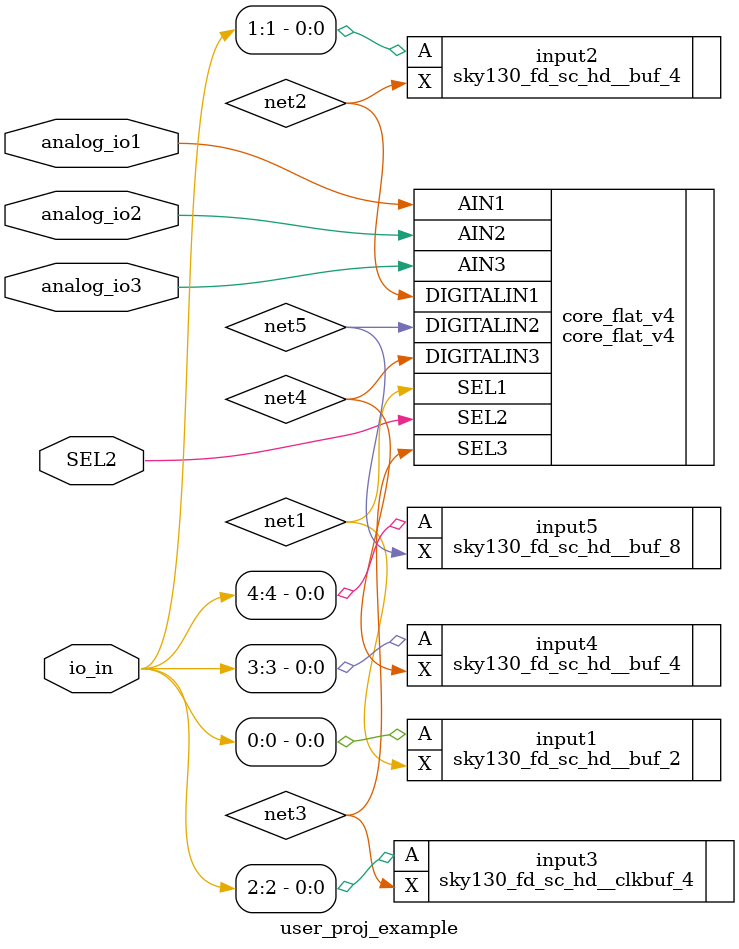
<source format=v>
module user_proj_example (SEL2,
    analog_io1,
    analog_io2,
    analog_io3,
    io_in);
 inout SEL2;
 inout analog_io1;
 inout analog_io2;
 inout analog_io3;
 input [4:0] io_in;

 wire net1;
 wire net2;
 wire net3;
 wire net4;
 wire net5;

 core_flat_v4 core_flat_v4 (.SEL1(net1),
    .DIGITALIN1(net2),
    .AIN1(analog_io1),
    .SEL3(net3),
    .DIGITALIN3(net4),
    .AIN3(analog_io3),
    .SEL2(SEL2),
    .DIGITALIN2(net5),
    .AIN2(analog_io2));
 sky130_fd_sc_hd__decap_3 PHY_0 ();
 sky130_fd_sc_hd__decap_3 PHY_1 ();
 sky130_fd_sc_hd__decap_3 PHY_2 ();
 sky130_fd_sc_hd__decap_3 PHY_3 ();
 sky130_fd_sc_hd__decap_3 PHY_4 ();
 sky130_fd_sc_hd__decap_3 PHY_5 ();
 sky130_fd_sc_hd__decap_3 PHY_6 ();
 sky130_fd_sc_hd__decap_3 PHY_7 ();
 sky130_fd_sc_hd__decap_3 PHY_8 ();
 sky130_fd_sc_hd__decap_3 PHY_9 ();
 sky130_fd_sc_hd__decap_3 PHY_10 ();
 sky130_fd_sc_hd__decap_3 PHY_11 ();
 sky130_fd_sc_hd__decap_3 PHY_12 ();
 sky130_fd_sc_hd__decap_3 PHY_13 ();
 sky130_fd_sc_hd__decap_3 PHY_14 ();
 sky130_fd_sc_hd__decap_3 PHY_15 ();
 sky130_fd_sc_hd__decap_3 PHY_16 ();
 sky130_fd_sc_hd__decap_3 PHY_17 ();
 sky130_fd_sc_hd__decap_3 PHY_18 ();
 sky130_fd_sc_hd__decap_3 PHY_19 ();
 sky130_fd_sc_hd__decap_3 PHY_20 ();
 sky130_fd_sc_hd__decap_3 PHY_21 ();
 sky130_fd_sc_hd__decap_3 PHY_22 ();
 sky130_fd_sc_hd__decap_3 PHY_23 ();
 sky130_fd_sc_hd__decap_3 PHY_24 ();
 sky130_fd_sc_hd__decap_3 PHY_25 ();
 sky130_fd_sc_hd__decap_3 PHY_26 ();
 sky130_fd_sc_hd__decap_3 PHY_27 ();
 sky130_fd_sc_hd__decap_3 PHY_28 ();
 sky130_fd_sc_hd__decap_3 PHY_29 ();
 sky130_fd_sc_hd__decap_3 PHY_30 ();
 sky130_fd_sc_hd__decap_3 PHY_31 ();
 sky130_fd_sc_hd__decap_3 PHY_32 ();
 sky130_fd_sc_hd__decap_3 PHY_33 ();
 sky130_fd_sc_hd__decap_3 PHY_34 ();
 sky130_fd_sc_hd__decap_3 PHY_35 ();
 sky130_fd_sc_hd__decap_3 PHY_36 ();
 sky130_fd_sc_hd__decap_3 PHY_37 ();
 sky130_fd_sc_hd__decap_3 PHY_38 ();
 sky130_fd_sc_hd__decap_3 PHY_39 ();
 sky130_fd_sc_hd__decap_3 PHY_40 ();
 sky130_fd_sc_hd__decap_3 PHY_41 ();
 sky130_fd_sc_hd__decap_3 PHY_42 ();
 sky130_fd_sc_hd__decap_3 PHY_43 ();
 sky130_fd_sc_hd__decap_3 PHY_44 ();
 sky130_fd_sc_hd__decap_3 PHY_45 ();
 sky130_fd_sc_hd__decap_3 PHY_46 ();
 sky130_fd_sc_hd__decap_3 PHY_47 ();
 sky130_fd_sc_hd__decap_3 PHY_48 ();
 sky130_fd_sc_hd__decap_3 PHY_49 ();
 sky130_fd_sc_hd__decap_3 PHY_50 ();
 sky130_fd_sc_hd__decap_3 PHY_51 ();
 sky130_fd_sc_hd__decap_3 PHY_52 ();
 sky130_fd_sc_hd__decap_3 PHY_53 ();
 sky130_fd_sc_hd__decap_3 PHY_54 ();
 sky130_fd_sc_hd__decap_3 PHY_55 ();
 sky130_fd_sc_hd__decap_3 PHY_56 ();
 sky130_fd_sc_hd__decap_3 PHY_57 ();
 sky130_fd_sc_hd__decap_3 PHY_58 ();
 sky130_fd_sc_hd__decap_3 PHY_59 ();
 sky130_fd_sc_hd__decap_3 PHY_60 ();
 sky130_fd_sc_hd__decap_3 PHY_61 ();
 sky130_fd_sc_hd__decap_3 PHY_62 ();
 sky130_fd_sc_hd__decap_3 PHY_63 ();
 sky130_fd_sc_hd__decap_3 PHY_64 ();
 sky130_fd_sc_hd__decap_3 PHY_65 ();
 sky130_fd_sc_hd__decap_3 PHY_66 ();
 sky130_fd_sc_hd__decap_3 PHY_67 ();
 sky130_fd_sc_hd__decap_3 PHY_68 ();
 sky130_fd_sc_hd__decap_3 PHY_69 ();
 sky130_fd_sc_hd__decap_3 PHY_70 ();
 sky130_fd_sc_hd__decap_3 PHY_71 ();
 sky130_fd_sc_hd__decap_3 PHY_72 ();
 sky130_fd_sc_hd__decap_3 PHY_73 ();
 sky130_fd_sc_hd__decap_3 PHY_74 ();
 sky130_fd_sc_hd__decap_3 PHY_75 ();
 sky130_fd_sc_hd__decap_3 PHY_76 ();
 sky130_fd_sc_hd__decap_3 PHY_77 ();
 sky130_fd_sc_hd__decap_3 PHY_78 ();
 sky130_fd_sc_hd__decap_3 PHY_79 ();
 sky130_fd_sc_hd__decap_3 PHY_80 ();
 sky130_fd_sc_hd__decap_3 PHY_81 ();
 sky130_fd_sc_hd__decap_3 PHY_82 ();
 sky130_fd_sc_hd__decap_3 PHY_83 ();
 sky130_fd_sc_hd__decap_3 PHY_84 ();
 sky130_fd_sc_hd__decap_3 PHY_85 ();
 sky130_fd_sc_hd__decap_3 PHY_86 ();
 sky130_fd_sc_hd__decap_3 PHY_87 ();
 sky130_fd_sc_hd__decap_3 PHY_88 ();
 sky130_fd_sc_hd__decap_3 PHY_89 ();
 sky130_fd_sc_hd__decap_3 PHY_90 ();
 sky130_fd_sc_hd__decap_3 PHY_91 ();
 sky130_fd_sc_hd__decap_3 PHY_92 ();
 sky130_fd_sc_hd__decap_3 PHY_93 ();
 sky130_fd_sc_hd__decap_3 PHY_94 ();
 sky130_fd_sc_hd__decap_3 PHY_95 ();
 sky130_fd_sc_hd__decap_3 PHY_96 ();
 sky130_fd_sc_hd__decap_3 PHY_97 ();
 sky130_fd_sc_hd__decap_3 PHY_98 ();
 sky130_fd_sc_hd__decap_3 PHY_99 ();
 sky130_fd_sc_hd__decap_3 PHY_100 ();
 sky130_fd_sc_hd__decap_3 PHY_101 ();
 sky130_fd_sc_hd__decap_3 PHY_102 ();
 sky130_fd_sc_hd__decap_3 PHY_103 ();
 sky130_fd_sc_hd__decap_3 PHY_104 ();
 sky130_fd_sc_hd__decap_3 PHY_105 ();
 sky130_fd_sc_hd__decap_3 PHY_106 ();
 sky130_fd_sc_hd__decap_3 PHY_107 ();
 sky130_fd_sc_hd__decap_3 PHY_108 ();
 sky130_fd_sc_hd__decap_3 PHY_109 ();
 sky130_fd_sc_hd__decap_3 PHY_110 ();
 sky130_fd_sc_hd__decap_3 PHY_111 ();
 sky130_fd_sc_hd__decap_3 PHY_112 ();
 sky130_fd_sc_hd__decap_3 PHY_113 ();
 sky130_fd_sc_hd__decap_3 PHY_114 ();
 sky130_fd_sc_hd__decap_3 PHY_115 ();
 sky130_fd_sc_hd__decap_3 PHY_116 ();
 sky130_fd_sc_hd__decap_3 PHY_117 ();
 sky130_fd_sc_hd__decap_3 PHY_118 ();
 sky130_fd_sc_hd__decap_3 PHY_119 ();
 sky130_fd_sc_hd__decap_3 PHY_120 ();
 sky130_fd_sc_hd__decap_3 PHY_121 ();
 sky130_fd_sc_hd__decap_3 PHY_122 ();
 sky130_fd_sc_hd__decap_3 PHY_123 ();
 sky130_fd_sc_hd__decap_3 PHY_124 ();
 sky130_fd_sc_hd__decap_3 PHY_125 ();
 sky130_fd_sc_hd__decap_3 PHY_126 ();
 sky130_fd_sc_hd__decap_3 PHY_127 ();
 sky130_fd_sc_hd__decap_3 PHY_128 ();
 sky130_fd_sc_hd__decap_3 PHY_129 ();
 sky130_fd_sc_hd__decap_3 PHY_130 ();
 sky130_fd_sc_hd__decap_3 PHY_131 ();
 sky130_fd_sc_hd__decap_3 PHY_132 ();
 sky130_fd_sc_hd__decap_3 PHY_133 ();
 sky130_fd_sc_hd__decap_3 PHY_134 ();
 sky130_fd_sc_hd__decap_3 PHY_135 ();
 sky130_fd_sc_hd__decap_3 PHY_136 ();
 sky130_fd_sc_hd__decap_3 PHY_137 ();
 sky130_fd_sc_hd__decap_3 PHY_138 ();
 sky130_fd_sc_hd__decap_3 PHY_139 ();
 sky130_fd_sc_hd__decap_3 PHY_140 ();
 sky130_fd_sc_hd__decap_3 PHY_141 ();
 sky130_fd_sc_hd__decap_3 PHY_142 ();
 sky130_fd_sc_hd__decap_3 PHY_143 ();
 sky130_fd_sc_hd__decap_3 PHY_144 ();
 sky130_fd_sc_hd__decap_3 PHY_145 ();
 sky130_fd_sc_hd__decap_3 PHY_146 ();
 sky130_fd_sc_hd__decap_3 PHY_147 ();
 sky130_fd_sc_hd__decap_3 PHY_148 ();
 sky130_fd_sc_hd__decap_3 PHY_149 ();
 sky130_fd_sc_hd__decap_3 PHY_150 ();
 sky130_fd_sc_hd__decap_3 PHY_151 ();
 sky130_fd_sc_hd__decap_3 PHY_152 ();
 sky130_fd_sc_hd__decap_3 PHY_153 ();
 sky130_fd_sc_hd__decap_3 PHY_154 ();
 sky130_fd_sc_hd__decap_3 PHY_155 ();
 sky130_fd_sc_hd__decap_3 PHY_156 ();
 sky130_fd_sc_hd__decap_3 PHY_157 ();
 sky130_fd_sc_hd__decap_3 PHY_158 ();
 sky130_fd_sc_hd__decap_3 PHY_159 ();
 sky130_fd_sc_hd__decap_3 PHY_160 ();
 sky130_fd_sc_hd__decap_3 PHY_161 ();
 sky130_fd_sc_hd__decap_3 PHY_162 ();
 sky130_fd_sc_hd__decap_3 PHY_163 ();
 sky130_fd_sc_hd__decap_3 PHY_164 ();
 sky130_fd_sc_hd__decap_3 PHY_165 ();
 sky130_fd_sc_hd__decap_3 PHY_166 ();
 sky130_fd_sc_hd__decap_3 PHY_167 ();
 sky130_fd_sc_hd__decap_3 PHY_168 ();
 sky130_fd_sc_hd__decap_3 PHY_169 ();
 sky130_fd_sc_hd__decap_3 PHY_170 ();
 sky130_fd_sc_hd__decap_3 PHY_171 ();
 sky130_fd_sc_hd__decap_3 PHY_172 ();
 sky130_fd_sc_hd__decap_3 PHY_173 ();
 sky130_fd_sc_hd__decap_3 PHY_174 ();
 sky130_fd_sc_hd__decap_3 PHY_175 ();
 sky130_fd_sc_hd__decap_3 PHY_176 ();
 sky130_fd_sc_hd__decap_3 PHY_177 ();
 sky130_fd_sc_hd__decap_3 PHY_178 ();
 sky130_fd_sc_hd__decap_3 PHY_179 ();
 sky130_fd_sc_hd__decap_3 PHY_180 ();
 sky130_fd_sc_hd__decap_3 PHY_181 ();
 sky130_fd_sc_hd__decap_3 PHY_182 ();
 sky130_fd_sc_hd__decap_3 PHY_183 ();
 sky130_fd_sc_hd__decap_3 PHY_184 ();
 sky130_fd_sc_hd__decap_3 PHY_185 ();
 sky130_fd_sc_hd__decap_3 PHY_186 ();
 sky130_fd_sc_hd__decap_3 PHY_187 ();
 sky130_fd_sc_hd__decap_3 PHY_188 ();
 sky130_fd_sc_hd__decap_3 PHY_189 ();
 sky130_fd_sc_hd__decap_3 PHY_190 ();
 sky130_fd_sc_hd__decap_3 PHY_191 ();
 sky130_fd_sc_hd__decap_3 PHY_192 ();
 sky130_fd_sc_hd__decap_3 PHY_193 ();
 sky130_fd_sc_hd__decap_3 PHY_194 ();
 sky130_fd_sc_hd__decap_3 PHY_195 ();
 sky130_fd_sc_hd__decap_3 PHY_196 ();
 sky130_fd_sc_hd__decap_3 PHY_197 ();
 sky130_fd_sc_hd__decap_3 PHY_198 ();
 sky130_fd_sc_hd__decap_3 PHY_199 ();
 sky130_fd_sc_hd__decap_3 PHY_200 ();
 sky130_fd_sc_hd__decap_3 PHY_201 ();
 sky130_fd_sc_hd__decap_3 PHY_202 ();
 sky130_fd_sc_hd__decap_3 PHY_203 ();
 sky130_fd_sc_hd__decap_3 PHY_204 ();
 sky130_fd_sc_hd__decap_3 PHY_205 ();
 sky130_fd_sc_hd__decap_3 PHY_206 ();
 sky130_fd_sc_hd__decap_3 PHY_207 ();
 sky130_fd_sc_hd__decap_3 PHY_208 ();
 sky130_fd_sc_hd__decap_3 PHY_209 ();
 sky130_fd_sc_hd__decap_3 PHY_210 ();
 sky130_fd_sc_hd__decap_3 PHY_211 ();
 sky130_fd_sc_hd__decap_3 PHY_212 ();
 sky130_fd_sc_hd__decap_3 PHY_213 ();
 sky130_fd_sc_hd__decap_3 PHY_214 ();
 sky130_fd_sc_hd__decap_3 PHY_215 ();
 sky130_fd_sc_hd__decap_3 PHY_216 ();
 sky130_fd_sc_hd__decap_3 PHY_217 ();
 sky130_fd_sc_hd__decap_3 PHY_218 ();
 sky130_fd_sc_hd__decap_3 PHY_219 ();
 sky130_fd_sc_hd__decap_3 PHY_220 ();
 sky130_fd_sc_hd__decap_3 PHY_221 ();
 sky130_fd_sc_hd__decap_3 PHY_222 ();
 sky130_fd_sc_hd__decap_3 PHY_223 ();
 sky130_fd_sc_hd__decap_3 PHY_224 ();
 sky130_fd_sc_hd__decap_3 PHY_225 ();
 sky130_fd_sc_hd__decap_3 PHY_226 ();
 sky130_fd_sc_hd__decap_3 PHY_227 ();
 sky130_fd_sc_hd__decap_3 PHY_228 ();
 sky130_fd_sc_hd__decap_3 PHY_229 ();
 sky130_fd_sc_hd__decap_3 PHY_230 ();
 sky130_fd_sc_hd__decap_3 PHY_231 ();
 sky130_fd_sc_hd__decap_3 PHY_232 ();
 sky130_fd_sc_hd__decap_3 PHY_233 ();
 sky130_fd_sc_hd__decap_3 PHY_234 ();
 sky130_fd_sc_hd__decap_3 PHY_235 ();
 sky130_fd_sc_hd__decap_3 PHY_236 ();
 sky130_fd_sc_hd__decap_3 PHY_237 ();
 sky130_fd_sc_hd__decap_3 PHY_238 ();
 sky130_fd_sc_hd__decap_3 PHY_239 ();
 sky130_fd_sc_hd__decap_3 PHY_240 ();
 sky130_fd_sc_hd__decap_3 PHY_241 ();
 sky130_fd_sc_hd__decap_3 PHY_242 ();
 sky130_fd_sc_hd__decap_3 PHY_243 ();
 sky130_fd_sc_hd__decap_3 PHY_244 ();
 sky130_fd_sc_hd__decap_3 PHY_245 ();
 sky130_fd_sc_hd__decap_3 PHY_246 ();
 sky130_fd_sc_hd__decap_3 PHY_247 ();
 sky130_fd_sc_hd__decap_3 PHY_248 ();
 sky130_fd_sc_hd__decap_3 PHY_249 ();
 sky130_fd_sc_hd__decap_3 PHY_250 ();
 sky130_fd_sc_hd__decap_3 PHY_251 ();
 sky130_fd_sc_hd__decap_3 PHY_252 ();
 sky130_fd_sc_hd__decap_3 PHY_253 ();
 sky130_fd_sc_hd__decap_3 PHY_254 ();
 sky130_fd_sc_hd__decap_3 PHY_255 ();
 sky130_fd_sc_hd__decap_3 PHY_256 ();
 sky130_fd_sc_hd__decap_3 PHY_257 ();
 sky130_fd_sc_hd__decap_3 PHY_258 ();
 sky130_fd_sc_hd__decap_3 PHY_259 ();
 sky130_fd_sc_hd__decap_3 PHY_260 ();
 sky130_fd_sc_hd__decap_3 PHY_261 ();
 sky130_fd_sc_hd__decap_3 PHY_262 ();
 sky130_fd_sc_hd__decap_3 PHY_263 ();
 sky130_fd_sc_hd__decap_3 PHY_264 ();
 sky130_fd_sc_hd__decap_3 PHY_265 ();
 sky130_fd_sc_hd__decap_3 PHY_266 ();
 sky130_fd_sc_hd__decap_3 PHY_267 ();
 sky130_fd_sc_hd__decap_3 PHY_268 ();
 sky130_fd_sc_hd__decap_3 PHY_269 ();
 sky130_fd_sc_hd__decap_3 PHY_270 ();
 sky130_fd_sc_hd__decap_3 PHY_271 ();
 sky130_fd_sc_hd__decap_3 PHY_272 ();
 sky130_fd_sc_hd__decap_3 PHY_273 ();
 sky130_fd_sc_hd__decap_3 PHY_274 ();
 sky130_fd_sc_hd__decap_3 PHY_275 ();
 sky130_fd_sc_hd__decap_3 PHY_276 ();
 sky130_fd_sc_hd__decap_3 PHY_277 ();
 sky130_fd_sc_hd__decap_3 PHY_278 ();
 sky130_fd_sc_hd__decap_3 PHY_279 ();
 sky130_fd_sc_hd__decap_3 PHY_280 ();
 sky130_fd_sc_hd__decap_3 PHY_281 ();
 sky130_fd_sc_hd__decap_3 PHY_282 ();
 sky130_fd_sc_hd__decap_3 PHY_283 ();
 sky130_fd_sc_hd__decap_3 PHY_284 ();
 sky130_fd_sc_hd__decap_3 PHY_285 ();
 sky130_fd_sc_hd__decap_3 PHY_286 ();
 sky130_fd_sc_hd__decap_3 PHY_287 ();
 sky130_fd_sc_hd__decap_3 PHY_288 ();
 sky130_fd_sc_hd__decap_3 PHY_289 ();
 sky130_fd_sc_hd__decap_3 PHY_290 ();
 sky130_fd_sc_hd__decap_3 PHY_291 ();
 sky130_fd_sc_hd__decap_3 PHY_292 ();
 sky130_fd_sc_hd__decap_3 PHY_293 ();
 sky130_fd_sc_hd__decap_3 PHY_294 ();
 sky130_fd_sc_hd__decap_3 PHY_295 ();
 sky130_fd_sc_hd__decap_3 PHY_296 ();
 sky130_fd_sc_hd__decap_3 PHY_297 ();
 sky130_fd_sc_hd__decap_3 PHY_298 ();
 sky130_fd_sc_hd__decap_3 PHY_299 ();
 sky130_fd_sc_hd__decap_3 PHY_300 ();
 sky130_fd_sc_hd__decap_3 PHY_301 ();
 sky130_fd_sc_hd__decap_3 PHY_302 ();
 sky130_fd_sc_hd__decap_3 PHY_303 ();
 sky130_fd_sc_hd__decap_3 PHY_304 ();
 sky130_fd_sc_hd__decap_3 PHY_305 ();
 sky130_fd_sc_hd__decap_3 PHY_306 ();
 sky130_fd_sc_hd__decap_3 PHY_307 ();
 sky130_fd_sc_hd__decap_3 PHY_308 ();
 sky130_fd_sc_hd__decap_3 PHY_309 ();
 sky130_fd_sc_hd__decap_3 PHY_310 ();
 sky130_fd_sc_hd__decap_3 PHY_311 ();
 sky130_fd_sc_hd__decap_3 PHY_312 ();
 sky130_fd_sc_hd__decap_3 PHY_313 ();
 sky130_fd_sc_hd__decap_3 PHY_314 ();
 sky130_fd_sc_hd__decap_3 PHY_315 ();
 sky130_fd_sc_hd__decap_3 PHY_316 ();
 sky130_fd_sc_hd__decap_3 PHY_317 ();
 sky130_fd_sc_hd__decap_3 PHY_318 ();
 sky130_fd_sc_hd__decap_3 PHY_319 ();
 sky130_fd_sc_hd__decap_3 PHY_320 ();
 sky130_fd_sc_hd__decap_3 PHY_321 ();
 sky130_fd_sc_hd__decap_3 PHY_322 ();
 sky130_fd_sc_hd__decap_3 PHY_323 ();
 sky130_fd_sc_hd__decap_3 PHY_324 ();
 sky130_fd_sc_hd__decap_3 PHY_325 ();
 sky130_fd_sc_hd__decap_3 PHY_326 ();
 sky130_fd_sc_hd__decap_3 PHY_327 ();
 sky130_fd_sc_hd__decap_3 PHY_328 ();
 sky130_fd_sc_hd__decap_3 PHY_329 ();
 sky130_fd_sc_hd__decap_3 PHY_330 ();
 sky130_fd_sc_hd__decap_3 PHY_331 ();
 sky130_fd_sc_hd__decap_3 PHY_332 ();
 sky130_fd_sc_hd__decap_3 PHY_333 ();
 sky130_fd_sc_hd__decap_3 PHY_334 ();
 sky130_fd_sc_hd__decap_3 PHY_335 ();
 sky130_fd_sc_hd__decap_3 PHY_336 ();
 sky130_fd_sc_hd__decap_3 PHY_337 ();
 sky130_fd_sc_hd__decap_3 PHY_338 ();
 sky130_fd_sc_hd__decap_3 PHY_339 ();
 sky130_fd_sc_hd__decap_3 PHY_340 ();
 sky130_fd_sc_hd__decap_3 PHY_341 ();
 sky130_fd_sc_hd__decap_3 PHY_342 ();
 sky130_fd_sc_hd__decap_3 PHY_343 ();
 sky130_fd_sc_hd__decap_3 PHY_344 ();
 sky130_fd_sc_hd__decap_3 PHY_345 ();
 sky130_fd_sc_hd__decap_3 PHY_346 ();
 sky130_fd_sc_hd__decap_3 PHY_347 ();
 sky130_fd_sc_hd__decap_3 PHY_348 ();
 sky130_fd_sc_hd__decap_3 PHY_349 ();
 sky130_fd_sc_hd__decap_3 PHY_350 ();
 sky130_fd_sc_hd__decap_3 PHY_351 ();
 sky130_fd_sc_hd__decap_3 PHY_352 ();
 sky130_fd_sc_hd__decap_3 PHY_353 ();
 sky130_fd_sc_hd__decap_3 PHY_354 ();
 sky130_fd_sc_hd__decap_3 PHY_355 ();
 sky130_fd_sc_hd__decap_3 PHY_356 ();
 sky130_fd_sc_hd__decap_3 PHY_357 ();
 sky130_fd_sc_hd__decap_3 PHY_358 ();
 sky130_fd_sc_hd__decap_3 PHY_359 ();
 sky130_fd_sc_hd__decap_3 PHY_360 ();
 sky130_fd_sc_hd__decap_3 PHY_361 ();
 sky130_fd_sc_hd__decap_3 PHY_362 ();
 sky130_fd_sc_hd__decap_3 PHY_363 ();
 sky130_fd_sc_hd__decap_3 PHY_364 ();
 sky130_fd_sc_hd__decap_3 PHY_365 ();
 sky130_fd_sc_hd__decap_3 PHY_366 ();
 sky130_fd_sc_hd__decap_3 PHY_367 ();
 sky130_fd_sc_hd__decap_3 PHY_368 ();
 sky130_fd_sc_hd__decap_3 PHY_369 ();
 sky130_fd_sc_hd__decap_3 PHY_370 ();
 sky130_fd_sc_hd__decap_3 PHY_371 ();
 sky130_fd_sc_hd__decap_3 PHY_372 ();
 sky130_fd_sc_hd__decap_3 PHY_373 ();
 sky130_fd_sc_hd__decap_3 PHY_374 ();
 sky130_fd_sc_hd__decap_3 PHY_375 ();
 sky130_fd_sc_hd__decap_3 PHY_376 ();
 sky130_fd_sc_hd__decap_3 PHY_377 ();
 sky130_fd_sc_hd__decap_3 PHY_378 ();
 sky130_fd_sc_hd__decap_3 PHY_379 ();
 sky130_fd_sc_hd__decap_3 PHY_380 ();
 sky130_fd_sc_hd__decap_3 PHY_381 ();
 sky130_fd_sc_hd__decap_3 PHY_382 ();
 sky130_fd_sc_hd__decap_3 PHY_383 ();
 sky130_fd_sc_hd__decap_3 PHY_384 ();
 sky130_fd_sc_hd__decap_3 PHY_385 ();
 sky130_fd_sc_hd__decap_3 PHY_386 ();
 sky130_fd_sc_hd__decap_3 PHY_387 ();
 sky130_fd_sc_hd__decap_3 PHY_388 ();
 sky130_fd_sc_hd__decap_3 PHY_389 ();
 sky130_fd_sc_hd__decap_3 PHY_390 ();
 sky130_fd_sc_hd__decap_3 PHY_391 ();
 sky130_fd_sc_hd__decap_3 PHY_392 ();
 sky130_fd_sc_hd__decap_3 PHY_393 ();
 sky130_fd_sc_hd__decap_3 PHY_394 ();
 sky130_fd_sc_hd__decap_3 PHY_395 ();
 sky130_fd_sc_hd__decap_3 PHY_396 ();
 sky130_fd_sc_hd__decap_3 PHY_397 ();
 sky130_fd_sc_hd__decap_3 PHY_398 ();
 sky130_fd_sc_hd__decap_3 PHY_399 ();
 sky130_fd_sc_hd__decap_3 PHY_400 ();
 sky130_fd_sc_hd__decap_3 PHY_401 ();
 sky130_fd_sc_hd__decap_3 PHY_402 ();
 sky130_fd_sc_hd__decap_3 PHY_403 ();
 sky130_fd_sc_hd__decap_3 PHY_404 ();
 sky130_fd_sc_hd__decap_3 PHY_405 ();
 sky130_fd_sc_hd__decap_3 PHY_406 ();
 sky130_fd_sc_hd__decap_3 PHY_407 ();
 sky130_fd_sc_hd__decap_3 PHY_408 ();
 sky130_fd_sc_hd__decap_3 PHY_409 ();
 sky130_fd_sc_hd__decap_3 PHY_410 ();
 sky130_fd_sc_hd__decap_3 PHY_411 ();
 sky130_fd_sc_hd__decap_3 PHY_412 ();
 sky130_fd_sc_hd__decap_3 PHY_413 ();
 sky130_fd_sc_hd__decap_3 PHY_414 ();
 sky130_fd_sc_hd__decap_3 PHY_415 ();
 sky130_fd_sc_hd__decap_3 PHY_416 ();
 sky130_fd_sc_hd__decap_3 PHY_417 ();
 sky130_fd_sc_hd__decap_3 PHY_418 ();
 sky130_fd_sc_hd__decap_3 PHY_419 ();
 sky130_fd_sc_hd__decap_3 PHY_420 ();
 sky130_fd_sc_hd__decap_3 PHY_421 ();
 sky130_fd_sc_hd__decap_3 PHY_422 ();
 sky130_fd_sc_hd__decap_3 PHY_423 ();
 sky130_fd_sc_hd__decap_3 PHY_424 ();
 sky130_fd_sc_hd__decap_3 PHY_425 ();
 sky130_fd_sc_hd__decap_3 PHY_426 ();
 sky130_fd_sc_hd__decap_3 PHY_427 ();
 sky130_fd_sc_hd__decap_3 PHY_428 ();
 sky130_fd_sc_hd__decap_3 PHY_429 ();
 sky130_fd_sc_hd__decap_3 PHY_430 ();
 sky130_fd_sc_hd__decap_3 PHY_431 ();
 sky130_fd_sc_hd__decap_3 PHY_432 ();
 sky130_fd_sc_hd__decap_3 PHY_433 ();
 sky130_fd_sc_hd__decap_3 PHY_434 ();
 sky130_fd_sc_hd__decap_3 PHY_435 ();
 sky130_fd_sc_hd__decap_3 PHY_436 ();
 sky130_fd_sc_hd__decap_3 PHY_437 ();
 sky130_fd_sc_hd__decap_3 PHY_438 ();
 sky130_fd_sc_hd__decap_3 PHY_439 ();
 sky130_fd_sc_hd__decap_3 PHY_440 ();
 sky130_fd_sc_hd__decap_3 PHY_441 ();
 sky130_fd_sc_hd__decap_3 PHY_442 ();
 sky130_fd_sc_hd__decap_3 PHY_443 ();
 sky130_fd_sc_hd__decap_3 PHY_444 ();
 sky130_fd_sc_hd__decap_3 PHY_445 ();
 sky130_fd_sc_hd__decap_3 PHY_446 ();
 sky130_fd_sc_hd__decap_3 PHY_447 ();
 sky130_fd_sc_hd__decap_3 PHY_448 ();
 sky130_fd_sc_hd__decap_3 PHY_449 ();
 sky130_fd_sc_hd__decap_3 PHY_450 ();
 sky130_fd_sc_hd__decap_3 PHY_451 ();
 sky130_fd_sc_hd__decap_3 PHY_452 ();
 sky130_fd_sc_hd__decap_3 PHY_453 ();
 sky130_fd_sc_hd__decap_3 PHY_454 ();
 sky130_fd_sc_hd__decap_3 PHY_455 ();
 sky130_fd_sc_hd__decap_3 PHY_456 ();
 sky130_fd_sc_hd__decap_3 PHY_457 ();
 sky130_fd_sc_hd__decap_3 PHY_458 ();
 sky130_fd_sc_hd__decap_3 PHY_459 ();
 sky130_fd_sc_hd__decap_3 PHY_460 ();
 sky130_fd_sc_hd__decap_3 PHY_461 ();
 sky130_fd_sc_hd__decap_3 PHY_462 ();
 sky130_fd_sc_hd__decap_3 PHY_463 ();
 sky130_fd_sc_hd__decap_3 PHY_464 ();
 sky130_fd_sc_hd__decap_3 PHY_465 ();
 sky130_fd_sc_hd__decap_3 PHY_466 ();
 sky130_fd_sc_hd__decap_3 PHY_467 ();
 sky130_fd_sc_hd__decap_3 PHY_468 ();
 sky130_fd_sc_hd__decap_3 PHY_469 ();
 sky130_fd_sc_hd__decap_3 PHY_470 ();
 sky130_fd_sc_hd__decap_3 PHY_471 ();
 sky130_fd_sc_hd__decap_3 PHY_472 ();
 sky130_fd_sc_hd__decap_3 PHY_473 ();
 sky130_fd_sc_hd__decap_3 PHY_474 ();
 sky130_fd_sc_hd__decap_3 PHY_475 ();
 sky130_fd_sc_hd__decap_3 PHY_476 ();
 sky130_fd_sc_hd__decap_3 PHY_477 ();
 sky130_fd_sc_hd__decap_3 PHY_478 ();
 sky130_fd_sc_hd__decap_3 PHY_479 ();
 sky130_fd_sc_hd__decap_3 PHY_480 ();
 sky130_fd_sc_hd__decap_3 PHY_481 ();
 sky130_fd_sc_hd__decap_3 PHY_482 ();
 sky130_fd_sc_hd__decap_3 PHY_483 ();
 sky130_fd_sc_hd__decap_3 PHY_484 ();
 sky130_fd_sc_hd__decap_3 PHY_485 ();
 sky130_fd_sc_hd__decap_3 PHY_486 ();
 sky130_fd_sc_hd__decap_3 PHY_487 ();
 sky130_fd_sc_hd__decap_3 PHY_488 ();
 sky130_fd_sc_hd__decap_3 PHY_489 ();
 sky130_fd_sc_hd__decap_3 PHY_490 ();
 sky130_fd_sc_hd__decap_3 PHY_491 ();
 sky130_fd_sc_hd__decap_3 PHY_492 ();
 sky130_fd_sc_hd__decap_3 PHY_493 ();
 sky130_fd_sc_hd__decap_3 PHY_494 ();
 sky130_fd_sc_hd__decap_3 PHY_495 ();
 sky130_fd_sc_hd__decap_3 PHY_496 ();
 sky130_fd_sc_hd__decap_3 PHY_497 ();
 sky130_fd_sc_hd__decap_3 PHY_498 ();
 sky130_fd_sc_hd__decap_3 PHY_499 ();
 sky130_fd_sc_hd__decap_3 PHY_500 ();
 sky130_fd_sc_hd__decap_3 PHY_501 ();
 sky130_fd_sc_hd__decap_3 PHY_502 ();
 sky130_fd_sc_hd__decap_3 PHY_503 ();
 sky130_fd_sc_hd__decap_3 PHY_504 ();
 sky130_fd_sc_hd__decap_3 PHY_505 ();
 sky130_fd_sc_hd__decap_3 PHY_506 ();
 sky130_fd_sc_hd__decap_3 PHY_507 ();
 sky130_fd_sc_hd__decap_3 PHY_508 ();
 sky130_fd_sc_hd__decap_3 PHY_509 ();
 sky130_fd_sc_hd__decap_3 PHY_510 ();
 sky130_fd_sc_hd__decap_3 PHY_511 ();
 sky130_fd_sc_hd__decap_3 PHY_512 ();
 sky130_fd_sc_hd__decap_3 PHY_513 ();
 sky130_fd_sc_hd__decap_3 PHY_514 ();
 sky130_fd_sc_hd__decap_3 PHY_515 ();
 sky130_fd_sc_hd__decap_3 PHY_516 ();
 sky130_fd_sc_hd__decap_3 PHY_517 ();
 sky130_fd_sc_hd__decap_3 PHY_518 ();
 sky130_fd_sc_hd__decap_3 PHY_519 ();
 sky130_fd_sc_hd__decap_3 PHY_520 ();
 sky130_fd_sc_hd__decap_3 PHY_521 ();
 sky130_fd_sc_hd__decap_3 PHY_522 ();
 sky130_fd_sc_hd__decap_3 PHY_523 ();
 sky130_fd_sc_hd__decap_3 PHY_524 ();
 sky130_fd_sc_hd__decap_3 PHY_525 ();
 sky130_fd_sc_hd__decap_3 PHY_526 ();
 sky130_fd_sc_hd__decap_3 PHY_527 ();
 sky130_fd_sc_hd__decap_3 PHY_528 ();
 sky130_fd_sc_hd__decap_3 PHY_529 ();
 sky130_fd_sc_hd__decap_3 PHY_530 ();
 sky130_fd_sc_hd__decap_3 PHY_531 ();
 sky130_fd_sc_hd__decap_3 PHY_532 ();
 sky130_fd_sc_hd__decap_3 PHY_533 ();
 sky130_fd_sc_hd__decap_3 PHY_534 ();
 sky130_fd_sc_hd__decap_3 PHY_535 ();
 sky130_fd_sc_hd__decap_3 PHY_536 ();
 sky130_fd_sc_hd__decap_3 PHY_537 ();
 sky130_fd_sc_hd__decap_3 PHY_538 ();
 sky130_fd_sc_hd__decap_3 PHY_539 ();
 sky130_fd_sc_hd__decap_3 PHY_540 ();
 sky130_fd_sc_hd__decap_3 PHY_541 ();
 sky130_fd_sc_hd__decap_3 PHY_542 ();
 sky130_fd_sc_hd__decap_3 PHY_543 ();
 sky130_fd_sc_hd__decap_3 PHY_544 ();
 sky130_fd_sc_hd__decap_3 PHY_545 ();
 sky130_fd_sc_hd__decap_3 PHY_546 ();
 sky130_fd_sc_hd__decap_3 PHY_547 ();
 sky130_fd_sc_hd__decap_3 PHY_548 ();
 sky130_fd_sc_hd__decap_3 PHY_549 ();
 sky130_fd_sc_hd__decap_3 PHY_550 ();
 sky130_fd_sc_hd__decap_3 PHY_551 ();
 sky130_fd_sc_hd__decap_3 PHY_552 ();
 sky130_fd_sc_hd__decap_3 PHY_553 ();
 sky130_fd_sc_hd__decap_3 PHY_554 ();
 sky130_fd_sc_hd__decap_3 PHY_555 ();
 sky130_fd_sc_hd__decap_3 PHY_556 ();
 sky130_fd_sc_hd__decap_3 PHY_557 ();
 sky130_fd_sc_hd__decap_3 PHY_558 ();
 sky130_fd_sc_hd__decap_3 PHY_559 ();
 sky130_fd_sc_hd__decap_3 PHY_560 ();
 sky130_fd_sc_hd__decap_3 PHY_561 ();
 sky130_fd_sc_hd__decap_3 PHY_562 ();
 sky130_fd_sc_hd__decap_3 PHY_563 ();
 sky130_fd_sc_hd__decap_3 PHY_564 ();
 sky130_fd_sc_hd__decap_3 PHY_565 ();
 sky130_fd_sc_hd__decap_3 PHY_566 ();
 sky130_fd_sc_hd__decap_3 PHY_567 ();
 sky130_fd_sc_hd__decap_3 PHY_568 ();
 sky130_fd_sc_hd__decap_3 PHY_569 ();
 sky130_fd_sc_hd__decap_3 PHY_570 ();
 sky130_fd_sc_hd__decap_3 PHY_571 ();
 sky130_fd_sc_hd__decap_3 PHY_572 ();
 sky130_fd_sc_hd__decap_3 PHY_573 ();
 sky130_fd_sc_hd__decap_3 PHY_574 ();
 sky130_fd_sc_hd__decap_3 PHY_575 ();
 sky130_fd_sc_hd__decap_3 PHY_576 ();
 sky130_fd_sc_hd__decap_3 PHY_577 ();
 sky130_fd_sc_hd__decap_3 PHY_578 ();
 sky130_fd_sc_hd__decap_3 PHY_579 ();
 sky130_fd_sc_hd__decap_3 PHY_580 ();
 sky130_fd_sc_hd__decap_3 PHY_581 ();
 sky130_fd_sc_hd__decap_3 PHY_582 ();
 sky130_fd_sc_hd__decap_3 PHY_583 ();
 sky130_fd_sc_hd__decap_3 PHY_584 ();
 sky130_fd_sc_hd__decap_3 PHY_585 ();
 sky130_fd_sc_hd__decap_3 PHY_586 ();
 sky130_fd_sc_hd__decap_3 PHY_587 ();
 sky130_fd_sc_hd__decap_3 PHY_588 ();
 sky130_fd_sc_hd__decap_3 PHY_589 ();
 sky130_fd_sc_hd__decap_3 PHY_590 ();
 sky130_fd_sc_hd__decap_3 PHY_591 ();
 sky130_fd_sc_hd__decap_3 PHY_592 ();
 sky130_fd_sc_hd__decap_3 PHY_593 ();
 sky130_fd_sc_hd__decap_3 PHY_594 ();
 sky130_fd_sc_hd__decap_3 PHY_595 ();
 sky130_fd_sc_hd__decap_3 PHY_596 ();
 sky130_fd_sc_hd__decap_3 PHY_597 ();
 sky130_fd_sc_hd__decap_3 PHY_598 ();
 sky130_fd_sc_hd__decap_3 PHY_599 ();
 sky130_fd_sc_hd__decap_3 PHY_600 ();
 sky130_fd_sc_hd__decap_3 PHY_601 ();
 sky130_fd_sc_hd__decap_3 PHY_602 ();
 sky130_fd_sc_hd__decap_3 PHY_603 ();
 sky130_fd_sc_hd__decap_3 PHY_604 ();
 sky130_fd_sc_hd__decap_3 PHY_605 ();
 sky130_fd_sc_hd__decap_3 PHY_606 ();
 sky130_fd_sc_hd__decap_3 PHY_607 ();
 sky130_fd_sc_hd__decap_3 PHY_608 ();
 sky130_fd_sc_hd__decap_3 PHY_609 ();
 sky130_fd_sc_hd__decap_3 PHY_610 ();
 sky130_fd_sc_hd__decap_3 PHY_611 ();
 sky130_fd_sc_hd__decap_3 PHY_612 ();
 sky130_fd_sc_hd__decap_3 PHY_613 ();
 sky130_fd_sc_hd__decap_3 PHY_614 ();
 sky130_fd_sc_hd__decap_3 PHY_615 ();
 sky130_fd_sc_hd__decap_3 PHY_616 ();
 sky130_fd_sc_hd__decap_3 PHY_617 ();
 sky130_fd_sc_hd__decap_3 PHY_618 ();
 sky130_fd_sc_hd__decap_3 PHY_619 ();
 sky130_fd_sc_hd__decap_3 PHY_620 ();
 sky130_fd_sc_hd__decap_3 PHY_621 ();
 sky130_fd_sc_hd__decap_3 PHY_622 ();
 sky130_fd_sc_hd__decap_3 PHY_623 ();
 sky130_fd_sc_hd__decap_3 PHY_624 ();
 sky130_fd_sc_hd__decap_3 PHY_625 ();
 sky130_fd_sc_hd__decap_3 PHY_626 ();
 sky130_fd_sc_hd__decap_3 PHY_627 ();
 sky130_fd_sc_hd__decap_3 PHY_628 ();
 sky130_fd_sc_hd__decap_3 PHY_629 ();
 sky130_fd_sc_hd__decap_3 PHY_630 ();
 sky130_fd_sc_hd__decap_3 PHY_631 ();
 sky130_fd_sc_hd__decap_3 PHY_632 ();
 sky130_fd_sc_hd__decap_3 PHY_633 ();
 sky130_fd_sc_hd__decap_3 PHY_634 ();
 sky130_fd_sc_hd__decap_3 PHY_635 ();
 sky130_fd_sc_hd__decap_3 PHY_636 ();
 sky130_fd_sc_hd__decap_3 PHY_637 ();
 sky130_fd_sc_hd__decap_3 PHY_638 ();
 sky130_fd_sc_hd__decap_3 PHY_639 ();
 sky130_fd_sc_hd__decap_3 PHY_640 ();
 sky130_fd_sc_hd__decap_3 PHY_641 ();
 sky130_fd_sc_hd__decap_3 PHY_642 ();
 sky130_fd_sc_hd__decap_3 PHY_643 ();
 sky130_fd_sc_hd__decap_3 PHY_644 ();
 sky130_fd_sc_hd__decap_3 PHY_645 ();
 sky130_fd_sc_hd__decap_3 PHY_646 ();
 sky130_fd_sc_hd__decap_3 PHY_647 ();
 sky130_fd_sc_hd__decap_3 PHY_648 ();
 sky130_fd_sc_hd__decap_3 PHY_649 ();
 sky130_fd_sc_hd__decap_3 PHY_650 ();
 sky130_fd_sc_hd__decap_3 PHY_651 ();
 sky130_fd_sc_hd__decap_3 PHY_652 ();
 sky130_fd_sc_hd__decap_3 PHY_653 ();
 sky130_fd_sc_hd__decap_3 PHY_654 ();
 sky130_fd_sc_hd__decap_3 PHY_655 ();
 sky130_fd_sc_hd__decap_3 PHY_656 ();
 sky130_fd_sc_hd__decap_3 PHY_657 ();
 sky130_fd_sc_hd__decap_3 PHY_658 ();
 sky130_fd_sc_hd__decap_3 PHY_659 ();
 sky130_fd_sc_hd__decap_3 PHY_660 ();
 sky130_fd_sc_hd__decap_3 PHY_661 ();
 sky130_fd_sc_hd__decap_3 PHY_662 ();
 sky130_fd_sc_hd__decap_3 PHY_663 ();
 sky130_fd_sc_hd__decap_3 PHY_664 ();
 sky130_fd_sc_hd__decap_3 PHY_665 ();
 sky130_fd_sc_hd__decap_3 PHY_666 ();
 sky130_fd_sc_hd__decap_3 PHY_667 ();
 sky130_fd_sc_hd__decap_3 PHY_668 ();
 sky130_fd_sc_hd__decap_3 PHY_669 ();
 sky130_fd_sc_hd__decap_3 PHY_670 ();
 sky130_fd_sc_hd__decap_3 PHY_671 ();
 sky130_fd_sc_hd__decap_3 PHY_672 ();
 sky130_fd_sc_hd__decap_3 PHY_673 ();
 sky130_fd_sc_hd__decap_3 PHY_674 ();
 sky130_fd_sc_hd__decap_3 PHY_675 ();
 sky130_fd_sc_hd__decap_3 PHY_676 ();
 sky130_fd_sc_hd__decap_3 PHY_677 ();
 sky130_fd_sc_hd__decap_3 PHY_678 ();
 sky130_fd_sc_hd__decap_3 PHY_679 ();
 sky130_fd_sc_hd__decap_3 PHY_680 ();
 sky130_fd_sc_hd__decap_3 PHY_681 ();
 sky130_fd_sc_hd__decap_3 PHY_682 ();
 sky130_fd_sc_hd__decap_3 PHY_683 ();
 sky130_fd_sc_hd__decap_3 PHY_684 ();
 sky130_fd_sc_hd__decap_3 PHY_685 ();
 sky130_fd_sc_hd__decap_3 PHY_686 ();
 sky130_fd_sc_hd__decap_3 PHY_687 ();
 sky130_fd_sc_hd__decap_3 PHY_688 ();
 sky130_fd_sc_hd__decap_3 PHY_689 ();
 sky130_fd_sc_hd__decap_3 PHY_690 ();
 sky130_fd_sc_hd__decap_3 PHY_691 ();
 sky130_fd_sc_hd__decap_3 PHY_692 ();
 sky130_fd_sc_hd__decap_3 PHY_693 ();
 sky130_fd_sc_hd__decap_3 PHY_694 ();
 sky130_fd_sc_hd__decap_3 PHY_695 ();
 sky130_fd_sc_hd__decap_3 PHY_696 ();
 sky130_fd_sc_hd__decap_3 PHY_697 ();
 sky130_fd_sc_hd__decap_3 PHY_698 ();
 sky130_fd_sc_hd__decap_3 PHY_699 ();
 sky130_fd_sc_hd__decap_3 PHY_700 ();
 sky130_fd_sc_hd__decap_3 PHY_701 ();
 sky130_fd_sc_hd__decap_3 PHY_702 ();
 sky130_fd_sc_hd__decap_3 PHY_703 ();
 sky130_fd_sc_hd__decap_3 PHY_704 ();
 sky130_fd_sc_hd__decap_3 PHY_705 ();
 sky130_fd_sc_hd__decap_3 PHY_706 ();
 sky130_fd_sc_hd__decap_3 PHY_707 ();
 sky130_fd_sc_hd__decap_3 PHY_708 ();
 sky130_fd_sc_hd__decap_3 PHY_709 ();
 sky130_fd_sc_hd__decap_3 PHY_710 ();
 sky130_fd_sc_hd__decap_3 PHY_711 ();
 sky130_fd_sc_hd__decap_3 PHY_712 ();
 sky130_fd_sc_hd__decap_3 PHY_713 ();
 sky130_fd_sc_hd__decap_3 PHY_714 ();
 sky130_fd_sc_hd__decap_3 PHY_715 ();
 sky130_fd_sc_hd__decap_3 PHY_716 ();
 sky130_fd_sc_hd__decap_3 PHY_717 ();
 sky130_fd_sc_hd__decap_3 PHY_718 ();
 sky130_fd_sc_hd__decap_3 PHY_719 ();
 sky130_fd_sc_hd__decap_3 PHY_720 ();
 sky130_fd_sc_hd__decap_3 PHY_721 ();
 sky130_fd_sc_hd__decap_3 PHY_722 ();
 sky130_fd_sc_hd__decap_3 PHY_723 ();
 sky130_fd_sc_hd__decap_3 PHY_724 ();
 sky130_fd_sc_hd__decap_3 PHY_725 ();
 sky130_fd_sc_hd__decap_3 PHY_726 ();
 sky130_fd_sc_hd__decap_3 PHY_727 ();
 sky130_fd_sc_hd__decap_3 PHY_728 ();
 sky130_fd_sc_hd__decap_3 PHY_729 ();
 sky130_fd_sc_hd__decap_3 PHY_730 ();
 sky130_fd_sc_hd__decap_3 PHY_731 ();
 sky130_fd_sc_hd__decap_3 PHY_732 ();
 sky130_fd_sc_hd__decap_3 PHY_733 ();
 sky130_fd_sc_hd__decap_3 PHY_734 ();
 sky130_fd_sc_hd__decap_3 PHY_735 ();
 sky130_fd_sc_hd__decap_3 PHY_736 ();
 sky130_fd_sc_hd__decap_3 PHY_737 ();
 sky130_fd_sc_hd__decap_3 PHY_738 ();
 sky130_fd_sc_hd__decap_3 PHY_739 ();
 sky130_fd_sc_hd__decap_3 PHY_740 ();
 sky130_fd_sc_hd__decap_3 PHY_741 ();
 sky130_fd_sc_hd__decap_3 PHY_742 ();
 sky130_fd_sc_hd__decap_3 PHY_743 ();
 sky130_fd_sc_hd__decap_3 PHY_744 ();
 sky130_fd_sc_hd__decap_3 PHY_745 ();
 sky130_fd_sc_hd__decap_3 PHY_746 ();
 sky130_fd_sc_hd__decap_3 PHY_747 ();
 sky130_fd_sc_hd__decap_3 PHY_748 ();
 sky130_fd_sc_hd__decap_3 PHY_749 ();
 sky130_fd_sc_hd__decap_3 PHY_750 ();
 sky130_fd_sc_hd__decap_3 PHY_751 ();
 sky130_fd_sc_hd__decap_3 PHY_752 ();
 sky130_fd_sc_hd__decap_3 PHY_753 ();
 sky130_fd_sc_hd__decap_3 PHY_754 ();
 sky130_fd_sc_hd__decap_3 PHY_755 ();
 sky130_fd_sc_hd__decap_3 PHY_756 ();
 sky130_fd_sc_hd__decap_3 PHY_757 ();
 sky130_fd_sc_hd__decap_3 PHY_758 ();
 sky130_fd_sc_hd__decap_3 PHY_759 ();
 sky130_fd_sc_hd__decap_3 PHY_760 ();
 sky130_fd_sc_hd__decap_3 PHY_761 ();
 sky130_fd_sc_hd__decap_3 PHY_762 ();
 sky130_fd_sc_hd__decap_3 PHY_763 ();
 sky130_fd_sc_hd__decap_3 PHY_764 ();
 sky130_fd_sc_hd__decap_3 PHY_765 ();
 sky130_fd_sc_hd__decap_3 PHY_766 ();
 sky130_fd_sc_hd__decap_3 PHY_767 ();
 sky130_fd_sc_hd__decap_3 PHY_768 ();
 sky130_fd_sc_hd__decap_3 PHY_769 ();
 sky130_fd_sc_hd__decap_3 PHY_770 ();
 sky130_fd_sc_hd__decap_3 PHY_771 ();
 sky130_fd_sc_hd__decap_3 PHY_772 ();
 sky130_fd_sc_hd__decap_3 PHY_773 ();
 sky130_fd_sc_hd__decap_3 PHY_774 ();
 sky130_fd_sc_hd__decap_3 PHY_775 ();
 sky130_fd_sc_hd__decap_3 PHY_776 ();
 sky130_fd_sc_hd__decap_3 PHY_777 ();
 sky130_fd_sc_hd__decap_3 PHY_778 ();
 sky130_fd_sc_hd__decap_3 PHY_779 ();
 sky130_fd_sc_hd__decap_3 PHY_780 ();
 sky130_fd_sc_hd__decap_3 PHY_781 ();
 sky130_fd_sc_hd__decap_3 PHY_782 ();
 sky130_fd_sc_hd__decap_3 PHY_783 ();
 sky130_fd_sc_hd__decap_3 PHY_784 ();
 sky130_fd_sc_hd__decap_3 PHY_785 ();
 sky130_fd_sc_hd__decap_3 PHY_786 ();
 sky130_fd_sc_hd__decap_3 PHY_787 ();
 sky130_fd_sc_hd__decap_3 PHY_788 ();
 sky130_fd_sc_hd__decap_3 PHY_789 ();
 sky130_fd_sc_hd__decap_3 PHY_790 ();
 sky130_fd_sc_hd__decap_3 PHY_791 ();
 sky130_fd_sc_hd__decap_3 PHY_792 ();
 sky130_fd_sc_hd__decap_3 PHY_793 ();
 sky130_fd_sc_hd__decap_3 PHY_794 ();
 sky130_fd_sc_hd__decap_3 PHY_795 ();
 sky130_fd_sc_hd__decap_3 PHY_796 ();
 sky130_fd_sc_hd__decap_3 PHY_797 ();
 sky130_fd_sc_hd__decap_3 PHY_798 ();
 sky130_fd_sc_hd__decap_3 PHY_799 ();
 sky130_fd_sc_hd__decap_3 PHY_800 ();
 sky130_fd_sc_hd__decap_3 PHY_801 ();
 sky130_fd_sc_hd__decap_3 PHY_802 ();
 sky130_fd_sc_hd__decap_3 PHY_803 ();
 sky130_fd_sc_hd__decap_3 PHY_804 ();
 sky130_fd_sc_hd__decap_3 PHY_805 ();
 sky130_fd_sc_hd__decap_3 PHY_806 ();
 sky130_fd_sc_hd__decap_3 PHY_807 ();
 sky130_fd_sc_hd__decap_3 PHY_808 ();
 sky130_fd_sc_hd__decap_3 PHY_809 ();
 sky130_fd_sc_hd__decap_3 PHY_810 ();
 sky130_fd_sc_hd__decap_3 PHY_811 ();
 sky130_fd_sc_hd__decap_3 PHY_812 ();
 sky130_fd_sc_hd__decap_3 PHY_813 ();
 sky130_fd_sc_hd__decap_3 PHY_814 ();
 sky130_fd_sc_hd__decap_3 PHY_815 ();
 sky130_fd_sc_hd__decap_3 PHY_816 ();
 sky130_fd_sc_hd__decap_3 PHY_817 ();
 sky130_fd_sc_hd__decap_3 PHY_818 ();
 sky130_fd_sc_hd__decap_3 PHY_819 ();
 sky130_fd_sc_hd__decap_3 PHY_820 ();
 sky130_fd_sc_hd__decap_3 PHY_821 ();
 sky130_fd_sc_hd__decap_3 PHY_822 ();
 sky130_fd_sc_hd__decap_3 PHY_823 ();
 sky130_fd_sc_hd__decap_3 PHY_824 ();
 sky130_fd_sc_hd__decap_3 PHY_825 ();
 sky130_fd_sc_hd__decap_3 PHY_826 ();
 sky130_fd_sc_hd__decap_3 PHY_827 ();
 sky130_fd_sc_hd__decap_3 PHY_828 ();
 sky130_fd_sc_hd__decap_3 PHY_829 ();
 sky130_fd_sc_hd__decap_3 PHY_830 ();
 sky130_fd_sc_hd__decap_3 PHY_831 ();
 sky130_fd_sc_hd__decap_3 PHY_832 ();
 sky130_fd_sc_hd__decap_3 PHY_833 ();
 sky130_fd_sc_hd__decap_3 PHY_834 ();
 sky130_fd_sc_hd__decap_3 PHY_835 ();
 sky130_fd_sc_hd__decap_3 PHY_836 ();
 sky130_fd_sc_hd__decap_3 PHY_837 ();
 sky130_fd_sc_hd__decap_3 PHY_838 ();
 sky130_fd_sc_hd__decap_3 PHY_839 ();
 sky130_fd_sc_hd__decap_3 PHY_840 ();
 sky130_fd_sc_hd__decap_3 PHY_841 ();
 sky130_fd_sc_hd__decap_3 PHY_842 ();
 sky130_fd_sc_hd__decap_3 PHY_843 ();
 sky130_fd_sc_hd__decap_3 PHY_844 ();
 sky130_fd_sc_hd__decap_3 PHY_845 ();
 sky130_fd_sc_hd__decap_3 PHY_846 ();
 sky130_fd_sc_hd__decap_3 PHY_847 ();
 sky130_fd_sc_hd__decap_3 PHY_848 ();
 sky130_fd_sc_hd__decap_3 PHY_849 ();
 sky130_fd_sc_hd__decap_3 PHY_850 ();
 sky130_fd_sc_hd__decap_3 PHY_851 ();
 sky130_fd_sc_hd__decap_3 PHY_852 ();
 sky130_fd_sc_hd__decap_3 PHY_853 ();
 sky130_fd_sc_hd__decap_3 PHY_854 ();
 sky130_fd_sc_hd__decap_3 PHY_855 ();
 sky130_fd_sc_hd__decap_3 PHY_856 ();
 sky130_fd_sc_hd__decap_3 PHY_857 ();
 sky130_fd_sc_hd__decap_3 PHY_858 ();
 sky130_fd_sc_hd__decap_3 PHY_859 ();
 sky130_fd_sc_hd__decap_3 PHY_860 ();
 sky130_fd_sc_hd__decap_3 PHY_861 ();
 sky130_fd_sc_hd__decap_3 PHY_862 ();
 sky130_fd_sc_hd__decap_3 PHY_863 ();
 sky130_fd_sc_hd__decap_3 PHY_864 ();
 sky130_fd_sc_hd__decap_3 PHY_865 ();
 sky130_fd_sc_hd__decap_3 PHY_866 ();
 sky130_fd_sc_hd__decap_3 PHY_867 ();
 sky130_fd_sc_hd__decap_3 PHY_868 ();
 sky130_fd_sc_hd__decap_3 PHY_869 ();
 sky130_fd_sc_hd__decap_3 PHY_870 ();
 sky130_fd_sc_hd__decap_3 PHY_871 ();
 sky130_fd_sc_hd__decap_3 PHY_872 ();
 sky130_fd_sc_hd__decap_3 PHY_873 ();
 sky130_fd_sc_hd__decap_3 PHY_874 ();
 sky130_fd_sc_hd__decap_3 PHY_875 ();
 sky130_fd_sc_hd__decap_3 PHY_876 ();
 sky130_fd_sc_hd__decap_3 PHY_877 ();
 sky130_fd_sc_hd__decap_3 PHY_878 ();
 sky130_fd_sc_hd__decap_3 PHY_879 ();
 sky130_fd_sc_hd__decap_3 PHY_880 ();
 sky130_fd_sc_hd__decap_3 PHY_881 ();
 sky130_fd_sc_hd__decap_3 PHY_882 ();
 sky130_fd_sc_hd__decap_3 PHY_883 ();
 sky130_fd_sc_hd__decap_3 PHY_884 ();
 sky130_fd_sc_hd__decap_3 PHY_885 ();
 sky130_fd_sc_hd__decap_3 PHY_886 ();
 sky130_fd_sc_hd__decap_3 PHY_887 ();
 sky130_fd_sc_hd__decap_3 PHY_888 ();
 sky130_fd_sc_hd__decap_3 PHY_889 ();
 sky130_fd_sc_hd__decap_3 PHY_890 ();
 sky130_fd_sc_hd__decap_3 PHY_891 ();
 sky130_fd_sc_hd__decap_3 PHY_892 ();
 sky130_fd_sc_hd__decap_3 PHY_893 ();
 sky130_fd_sc_hd__decap_3 PHY_894 ();
 sky130_fd_sc_hd__decap_3 PHY_895 ();
 sky130_fd_sc_hd__decap_3 PHY_896 ();
 sky130_fd_sc_hd__decap_3 PHY_897 ();
 sky130_fd_sc_hd__decap_3 PHY_898 ();
 sky130_fd_sc_hd__decap_3 PHY_899 ();
 sky130_fd_sc_hd__decap_3 PHY_900 ();
 sky130_fd_sc_hd__decap_3 PHY_901 ();
 sky130_fd_sc_hd__decap_3 PHY_902 ();
 sky130_fd_sc_hd__decap_3 PHY_903 ();
 sky130_fd_sc_hd__decap_3 PHY_904 ();
 sky130_fd_sc_hd__decap_3 PHY_905 ();
 sky130_fd_sc_hd__decap_3 PHY_906 ();
 sky130_fd_sc_hd__decap_3 PHY_907 ();
 sky130_fd_sc_hd__decap_3 PHY_908 ();
 sky130_fd_sc_hd__decap_3 PHY_909 ();
 sky130_fd_sc_hd__decap_3 PHY_910 ();
 sky130_fd_sc_hd__decap_3 PHY_911 ();
 sky130_fd_sc_hd__decap_3 PHY_912 ();
 sky130_fd_sc_hd__decap_3 PHY_913 ();
 sky130_fd_sc_hd__decap_3 PHY_914 ();
 sky130_fd_sc_hd__decap_3 PHY_915 ();
 sky130_fd_sc_hd__decap_3 PHY_916 ();
 sky130_fd_sc_hd__decap_3 PHY_917 ();
 sky130_fd_sc_hd__decap_3 PHY_918 ();
 sky130_fd_sc_hd__decap_3 PHY_919 ();
 sky130_fd_sc_hd__decap_3 PHY_920 ();
 sky130_fd_sc_hd__decap_3 PHY_921 ();
 sky130_fd_sc_hd__decap_3 PHY_922 ();
 sky130_fd_sc_hd__decap_3 PHY_923 ();
 sky130_fd_sc_hd__decap_3 PHY_924 ();
 sky130_fd_sc_hd__decap_3 PHY_925 ();
 sky130_fd_sc_hd__decap_3 PHY_926 ();
 sky130_fd_sc_hd__decap_3 PHY_927 ();
 sky130_fd_sc_hd__decap_3 PHY_928 ();
 sky130_fd_sc_hd__decap_3 PHY_929 ();
 sky130_fd_sc_hd__decap_3 PHY_930 ();
 sky130_fd_sc_hd__decap_3 PHY_931 ();
 sky130_fd_sc_hd__decap_3 PHY_932 ();
 sky130_fd_sc_hd__decap_3 PHY_933 ();
 sky130_fd_sc_hd__decap_3 PHY_934 ();
 sky130_fd_sc_hd__decap_3 PHY_935 ();
 sky130_fd_sc_hd__decap_3 PHY_936 ();
 sky130_fd_sc_hd__decap_3 PHY_937 ();
 sky130_fd_sc_hd__decap_3 PHY_938 ();
 sky130_fd_sc_hd__decap_3 PHY_939 ();
 sky130_fd_sc_hd__decap_3 PHY_940 ();
 sky130_fd_sc_hd__decap_3 PHY_941 ();
 sky130_fd_sc_hd__decap_3 PHY_942 ();
 sky130_fd_sc_hd__decap_3 PHY_943 ();
 sky130_fd_sc_hd__decap_3 PHY_944 ();
 sky130_fd_sc_hd__decap_3 PHY_945 ();
 sky130_fd_sc_hd__decap_3 PHY_946 ();
 sky130_fd_sc_hd__decap_3 PHY_947 ();
 sky130_fd_sc_hd__decap_3 PHY_948 ();
 sky130_fd_sc_hd__decap_3 PHY_949 ();
 sky130_fd_sc_hd__decap_3 PHY_950 ();
 sky130_fd_sc_hd__decap_3 PHY_951 ();
 sky130_fd_sc_hd__decap_3 PHY_952 ();
 sky130_fd_sc_hd__decap_3 PHY_953 ();
 sky130_fd_sc_hd__decap_3 PHY_954 ();
 sky130_fd_sc_hd__decap_3 PHY_955 ();
 sky130_fd_sc_hd__decap_3 PHY_956 ();
 sky130_fd_sc_hd__decap_3 PHY_957 ();
 sky130_fd_sc_hd__decap_3 PHY_958 ();
 sky130_fd_sc_hd__decap_3 PHY_959 ();
 sky130_fd_sc_hd__decap_3 PHY_960 ();
 sky130_fd_sc_hd__decap_3 PHY_961 ();
 sky130_fd_sc_hd__decap_3 PHY_962 ();
 sky130_fd_sc_hd__decap_3 PHY_963 ();
 sky130_fd_sc_hd__decap_3 PHY_964 ();
 sky130_fd_sc_hd__decap_3 PHY_965 ();
 sky130_fd_sc_hd__decap_3 PHY_966 ();
 sky130_fd_sc_hd__decap_3 PHY_967 ();
 sky130_fd_sc_hd__decap_3 PHY_968 ();
 sky130_fd_sc_hd__decap_3 PHY_969 ();
 sky130_fd_sc_hd__decap_3 PHY_970 ();
 sky130_fd_sc_hd__decap_3 PHY_971 ();
 sky130_fd_sc_hd__decap_3 PHY_972 ();
 sky130_fd_sc_hd__decap_3 PHY_973 ();
 sky130_fd_sc_hd__decap_3 PHY_974 ();
 sky130_fd_sc_hd__decap_3 PHY_975 ();
 sky130_fd_sc_hd__decap_3 PHY_976 ();
 sky130_fd_sc_hd__decap_3 PHY_977 ();
 sky130_fd_sc_hd__decap_3 PHY_978 ();
 sky130_fd_sc_hd__decap_3 PHY_979 ();
 sky130_fd_sc_hd__decap_3 PHY_980 ();
 sky130_fd_sc_hd__decap_3 PHY_981 ();
 sky130_fd_sc_hd__decap_3 PHY_982 ();
 sky130_fd_sc_hd__decap_3 PHY_983 ();
 sky130_fd_sc_hd__decap_3 PHY_984 ();
 sky130_fd_sc_hd__decap_3 PHY_985 ();
 sky130_fd_sc_hd__decap_3 PHY_986 ();
 sky130_fd_sc_hd__decap_3 PHY_987 ();
 sky130_fd_sc_hd__decap_3 PHY_988 ();
 sky130_fd_sc_hd__decap_3 PHY_989 ();
 sky130_fd_sc_hd__decap_3 PHY_990 ();
 sky130_fd_sc_hd__decap_3 PHY_991 ();
 sky130_fd_sc_hd__decap_3 PHY_992 ();
 sky130_fd_sc_hd__decap_3 PHY_993 ();
 sky130_fd_sc_hd__decap_3 PHY_994 ();
 sky130_fd_sc_hd__decap_3 PHY_995 ();
 sky130_fd_sc_hd__decap_3 PHY_996 ();
 sky130_fd_sc_hd__decap_3 PHY_997 ();
 sky130_fd_sc_hd__decap_3 PHY_998 ();
 sky130_fd_sc_hd__decap_3 PHY_999 ();
 sky130_fd_sc_hd__decap_3 PHY_1000 ();
 sky130_fd_sc_hd__decap_3 PHY_1001 ();
 sky130_fd_sc_hd__decap_3 PHY_1002 ();
 sky130_fd_sc_hd__decap_3 PHY_1003 ();
 sky130_fd_sc_hd__decap_3 PHY_1004 ();
 sky130_fd_sc_hd__decap_3 PHY_1005 ();
 sky130_fd_sc_hd__decap_3 PHY_1006 ();
 sky130_fd_sc_hd__decap_3 PHY_1007 ();
 sky130_fd_sc_hd__decap_3 PHY_1008 ();
 sky130_fd_sc_hd__decap_3 PHY_1009 ();
 sky130_fd_sc_hd__decap_3 PHY_1010 ();
 sky130_fd_sc_hd__decap_3 PHY_1011 ();
 sky130_fd_sc_hd__decap_3 PHY_1012 ();
 sky130_fd_sc_hd__decap_3 PHY_1013 ();
 sky130_fd_sc_hd__decap_3 PHY_1014 ();
 sky130_fd_sc_hd__decap_3 PHY_1015 ();
 sky130_fd_sc_hd__decap_3 PHY_1016 ();
 sky130_fd_sc_hd__decap_3 PHY_1017 ();
 sky130_fd_sc_hd__decap_3 PHY_1018 ();
 sky130_fd_sc_hd__decap_3 PHY_1019 ();
 sky130_fd_sc_hd__decap_3 PHY_1020 ();
 sky130_fd_sc_hd__decap_3 PHY_1021 ();
 sky130_fd_sc_hd__decap_3 PHY_1022 ();
 sky130_fd_sc_hd__decap_3 PHY_1023 ();
 sky130_fd_sc_hd__decap_3 PHY_1024 ();
 sky130_fd_sc_hd__decap_3 PHY_1025 ();
 sky130_fd_sc_hd__decap_3 PHY_1026 ();
 sky130_fd_sc_hd__decap_3 PHY_1027 ();
 sky130_fd_sc_hd__decap_3 PHY_1028 ();
 sky130_fd_sc_hd__decap_3 PHY_1029 ();
 sky130_fd_sc_hd__decap_3 PHY_1030 ();
 sky130_fd_sc_hd__decap_3 PHY_1031 ();
 sky130_fd_sc_hd__decap_3 PHY_1032 ();
 sky130_fd_sc_hd__decap_3 PHY_1033 ();
 sky130_fd_sc_hd__decap_3 PHY_1034 ();
 sky130_fd_sc_hd__decap_3 PHY_1035 ();
 sky130_fd_sc_hd__decap_3 PHY_1036 ();
 sky130_fd_sc_hd__decap_3 PHY_1037 ();
 sky130_fd_sc_hd__decap_3 PHY_1038 ();
 sky130_fd_sc_hd__decap_3 PHY_1039 ();
 sky130_fd_sc_hd__decap_3 PHY_1040 ();
 sky130_fd_sc_hd__decap_3 PHY_1041 ();
 sky130_fd_sc_hd__decap_3 PHY_1042 ();
 sky130_fd_sc_hd__decap_3 PHY_1043 ();
 sky130_fd_sc_hd__decap_3 PHY_1044 ();
 sky130_fd_sc_hd__decap_3 PHY_1045 ();
 sky130_fd_sc_hd__decap_3 PHY_1046 ();
 sky130_fd_sc_hd__decap_3 PHY_1047 ();
 sky130_fd_sc_hd__decap_3 PHY_1048 ();
 sky130_fd_sc_hd__decap_3 PHY_1049 ();
 sky130_fd_sc_hd__decap_3 PHY_1050 ();
 sky130_fd_sc_hd__decap_3 PHY_1051 ();
 sky130_fd_sc_hd__decap_3 PHY_1052 ();
 sky130_fd_sc_hd__decap_3 PHY_1053 ();
 sky130_fd_sc_hd__decap_3 PHY_1054 ();
 sky130_fd_sc_hd__decap_3 PHY_1055 ();
 sky130_fd_sc_hd__decap_3 PHY_1056 ();
 sky130_fd_sc_hd__decap_3 PHY_1057 ();
 sky130_fd_sc_hd__decap_3 PHY_1058 ();
 sky130_fd_sc_hd__decap_3 PHY_1059 ();
 sky130_fd_sc_hd__decap_3 PHY_1060 ();
 sky130_fd_sc_hd__decap_3 PHY_1061 ();
 sky130_fd_sc_hd__decap_3 PHY_1062 ();
 sky130_fd_sc_hd__decap_3 PHY_1063 ();
 sky130_fd_sc_hd__decap_3 PHY_1064 ();
 sky130_fd_sc_hd__decap_3 PHY_1065 ();
 sky130_fd_sc_hd__decap_3 PHY_1066 ();
 sky130_fd_sc_hd__decap_3 PHY_1067 ();
 sky130_fd_sc_hd__decap_3 PHY_1068 ();
 sky130_fd_sc_hd__decap_3 PHY_1069 ();
 sky130_fd_sc_hd__decap_3 PHY_1070 ();
 sky130_fd_sc_hd__decap_3 PHY_1071 ();
 sky130_fd_sc_hd__decap_3 PHY_1072 ();
 sky130_fd_sc_hd__decap_3 PHY_1073 ();
 sky130_fd_sc_hd__decap_3 PHY_1074 ();
 sky130_fd_sc_hd__decap_3 PHY_1075 ();
 sky130_fd_sc_hd__decap_3 PHY_1076 ();
 sky130_fd_sc_hd__decap_3 PHY_1077 ();
 sky130_fd_sc_hd__decap_3 PHY_1078 ();
 sky130_fd_sc_hd__decap_3 PHY_1079 ();
 sky130_fd_sc_hd__decap_3 PHY_1080 ();
 sky130_fd_sc_hd__decap_3 PHY_1081 ();
 sky130_fd_sc_hd__decap_3 PHY_1082 ();
 sky130_fd_sc_hd__decap_3 PHY_1083 ();
 sky130_fd_sc_hd__decap_3 PHY_1084 ();
 sky130_fd_sc_hd__decap_3 PHY_1085 ();
 sky130_fd_sc_hd__decap_3 PHY_1086 ();
 sky130_fd_sc_hd__decap_3 PHY_1087 ();
 sky130_fd_sc_hd__decap_3 PHY_1088 ();
 sky130_fd_sc_hd__decap_3 PHY_1089 ();
 sky130_fd_sc_hd__decap_3 PHY_1090 ();
 sky130_fd_sc_hd__decap_3 PHY_1091 ();
 sky130_fd_sc_hd__decap_3 PHY_1092 ();
 sky130_fd_sc_hd__decap_3 PHY_1093 ();
 sky130_fd_sc_hd__decap_3 PHY_1094 ();
 sky130_fd_sc_hd__decap_3 PHY_1095 ();
 sky130_fd_sc_hd__decap_3 PHY_1096 ();
 sky130_fd_sc_hd__decap_3 PHY_1097 ();
 sky130_fd_sc_hd__decap_3 PHY_1098 ();
 sky130_fd_sc_hd__decap_3 PHY_1099 ();
 sky130_fd_sc_hd__decap_3 PHY_1100 ();
 sky130_fd_sc_hd__decap_3 PHY_1101 ();
 sky130_fd_sc_hd__decap_3 PHY_1102 ();
 sky130_fd_sc_hd__decap_3 PHY_1103 ();
 sky130_fd_sc_hd__decap_3 PHY_1104 ();
 sky130_fd_sc_hd__decap_3 PHY_1105 ();
 sky130_fd_sc_hd__decap_3 PHY_1106 ();
 sky130_fd_sc_hd__decap_3 PHY_1107 ();
 sky130_fd_sc_hd__decap_3 PHY_1108 ();
 sky130_fd_sc_hd__decap_3 PHY_1109 ();
 sky130_fd_sc_hd__decap_3 PHY_1110 ();
 sky130_fd_sc_hd__decap_3 PHY_1111 ();
 sky130_fd_sc_hd__decap_3 PHY_1112 ();
 sky130_fd_sc_hd__decap_3 PHY_1113 ();
 sky130_fd_sc_hd__decap_3 PHY_1114 ();
 sky130_fd_sc_hd__decap_3 PHY_1115 ();
 sky130_fd_sc_hd__decap_3 PHY_1116 ();
 sky130_fd_sc_hd__decap_3 PHY_1117 ();
 sky130_fd_sc_hd__decap_3 PHY_1118 ();
 sky130_fd_sc_hd__decap_3 PHY_1119 ();
 sky130_fd_sc_hd__decap_3 PHY_1120 ();
 sky130_fd_sc_hd__decap_3 PHY_1121 ();
 sky130_fd_sc_hd__decap_3 PHY_1122 ();
 sky130_fd_sc_hd__decap_3 PHY_1123 ();
 sky130_fd_sc_hd__decap_3 PHY_1124 ();
 sky130_fd_sc_hd__decap_3 PHY_1125 ();
 sky130_fd_sc_hd__decap_3 PHY_1126 ();
 sky130_fd_sc_hd__decap_3 PHY_1127 ();
 sky130_fd_sc_hd__decap_3 PHY_1128 ();
 sky130_fd_sc_hd__decap_3 PHY_1129 ();
 sky130_fd_sc_hd__decap_3 PHY_1130 ();
 sky130_fd_sc_hd__decap_3 PHY_1131 ();
 sky130_fd_sc_hd__decap_3 PHY_1132 ();
 sky130_fd_sc_hd__decap_3 PHY_1133 ();
 sky130_fd_sc_hd__decap_3 PHY_1134 ();
 sky130_fd_sc_hd__decap_3 PHY_1135 ();
 sky130_fd_sc_hd__decap_3 PHY_1136 ();
 sky130_fd_sc_hd__decap_3 PHY_1137 ();
 sky130_fd_sc_hd__decap_3 PHY_1138 ();
 sky130_fd_sc_hd__decap_3 PHY_1139 ();
 sky130_fd_sc_hd__decap_3 PHY_1140 ();
 sky130_fd_sc_hd__decap_3 PHY_1141 ();
 sky130_fd_sc_hd__decap_3 PHY_1142 ();
 sky130_fd_sc_hd__decap_3 PHY_1143 ();
 sky130_fd_sc_hd__decap_3 PHY_1144 ();
 sky130_fd_sc_hd__decap_3 PHY_1145 ();
 sky130_fd_sc_hd__decap_3 PHY_1146 ();
 sky130_fd_sc_hd__decap_3 PHY_1147 ();
 sky130_fd_sc_hd__decap_3 PHY_1148 ();
 sky130_fd_sc_hd__decap_3 PHY_1149 ();
 sky130_fd_sc_hd__decap_3 PHY_1150 ();
 sky130_fd_sc_hd__decap_3 PHY_1151 ();
 sky130_fd_sc_hd__decap_3 PHY_1152 ();
 sky130_fd_sc_hd__decap_3 PHY_1153 ();
 sky130_fd_sc_hd__decap_3 PHY_1154 ();
 sky130_fd_sc_hd__decap_3 PHY_1155 ();
 sky130_fd_sc_hd__decap_3 PHY_1156 ();
 sky130_fd_sc_hd__decap_3 PHY_1157 ();
 sky130_fd_sc_hd__decap_3 PHY_1158 ();
 sky130_fd_sc_hd__decap_3 PHY_1159 ();
 sky130_fd_sc_hd__decap_3 PHY_1160 ();
 sky130_fd_sc_hd__decap_3 PHY_1161 ();
 sky130_fd_sc_hd__decap_3 PHY_1162 ();
 sky130_fd_sc_hd__decap_3 PHY_1163 ();
 sky130_fd_sc_hd__decap_3 PHY_1164 ();
 sky130_fd_sc_hd__decap_3 PHY_1165 ();
 sky130_fd_sc_hd__decap_3 PHY_1166 ();
 sky130_fd_sc_hd__decap_3 PHY_1167 ();
 sky130_fd_sc_hd__decap_3 PHY_1168 ();
 sky130_fd_sc_hd__decap_3 PHY_1169 ();
 sky130_fd_sc_hd__decap_3 PHY_1170 ();
 sky130_fd_sc_hd__decap_3 PHY_1171 ();
 sky130_fd_sc_hd__decap_3 PHY_1172 ();
 sky130_fd_sc_hd__decap_3 PHY_1173 ();
 sky130_fd_sc_hd__decap_3 PHY_1174 ();
 sky130_fd_sc_hd__decap_3 PHY_1175 ();
 sky130_fd_sc_hd__decap_3 PHY_1176 ();
 sky130_fd_sc_hd__decap_3 PHY_1177 ();
 sky130_fd_sc_hd__decap_3 PHY_1178 ();
 sky130_fd_sc_hd__decap_3 PHY_1179 ();
 sky130_fd_sc_hd__decap_3 PHY_1180 ();
 sky130_fd_sc_hd__decap_3 PHY_1181 ();
 sky130_fd_sc_hd__decap_3 PHY_1182 ();
 sky130_fd_sc_hd__decap_3 PHY_1183 ();
 sky130_fd_sc_hd__decap_3 PHY_1184 ();
 sky130_fd_sc_hd__decap_3 PHY_1185 ();
 sky130_fd_sc_hd__decap_3 PHY_1186 ();
 sky130_fd_sc_hd__decap_3 PHY_1187 ();
 sky130_fd_sc_hd__decap_3 PHY_1188 ();
 sky130_fd_sc_hd__decap_3 PHY_1189 ();
 sky130_fd_sc_hd__decap_3 PHY_1190 ();
 sky130_fd_sc_hd__decap_3 PHY_1191 ();
 sky130_fd_sc_hd__decap_3 PHY_1192 ();
 sky130_fd_sc_hd__decap_3 PHY_1193 ();
 sky130_fd_sc_hd__decap_3 PHY_1194 ();
 sky130_fd_sc_hd__decap_3 PHY_1195 ();
 sky130_fd_sc_hd__decap_3 PHY_1196 ();
 sky130_fd_sc_hd__decap_3 PHY_1197 ();
 sky130_fd_sc_hd__decap_3 PHY_1198 ();
 sky130_fd_sc_hd__decap_3 PHY_1199 ();
 sky130_fd_sc_hd__decap_3 PHY_1200 ();
 sky130_fd_sc_hd__decap_3 PHY_1201 ();
 sky130_fd_sc_hd__decap_3 PHY_1202 ();
 sky130_fd_sc_hd__decap_3 PHY_1203 ();
 sky130_fd_sc_hd__decap_3 PHY_1204 ();
 sky130_fd_sc_hd__decap_3 PHY_1205 ();
 sky130_fd_sc_hd__decap_3 PHY_1206 ();
 sky130_fd_sc_hd__decap_3 PHY_1207 ();
 sky130_fd_sc_hd__decap_3 PHY_1208 ();
 sky130_fd_sc_hd__decap_3 PHY_1209 ();
 sky130_fd_sc_hd__decap_3 PHY_1210 ();
 sky130_fd_sc_hd__decap_3 PHY_1211 ();
 sky130_fd_sc_hd__decap_3 PHY_1212 ();
 sky130_fd_sc_hd__decap_3 PHY_1213 ();
 sky130_fd_sc_hd__decap_3 PHY_1214 ();
 sky130_fd_sc_hd__decap_3 PHY_1215 ();
 sky130_fd_sc_hd__decap_3 PHY_1216 ();
 sky130_fd_sc_hd__decap_3 PHY_1217 ();
 sky130_fd_sc_hd__decap_3 PHY_1218 ();
 sky130_fd_sc_hd__decap_3 PHY_1219 ();
 sky130_fd_sc_hd__decap_3 PHY_1220 ();
 sky130_fd_sc_hd__decap_3 PHY_1221 ();
 sky130_fd_sc_hd__decap_3 PHY_1222 ();
 sky130_fd_sc_hd__decap_3 PHY_1223 ();
 sky130_fd_sc_hd__decap_3 PHY_1224 ();
 sky130_fd_sc_hd__decap_3 PHY_1225 ();
 sky130_fd_sc_hd__decap_3 PHY_1226 ();
 sky130_fd_sc_hd__decap_3 PHY_1227 ();
 sky130_fd_sc_hd__decap_3 PHY_1228 ();
 sky130_fd_sc_hd__decap_3 PHY_1229 ();
 sky130_fd_sc_hd__decap_3 PHY_1230 ();
 sky130_fd_sc_hd__decap_3 PHY_1231 ();
 sky130_fd_sc_hd__decap_3 PHY_1232 ();
 sky130_fd_sc_hd__decap_3 PHY_1233 ();
 sky130_fd_sc_hd__decap_3 PHY_1234 ();
 sky130_fd_sc_hd__decap_3 PHY_1235 ();
 sky130_fd_sc_hd__decap_3 PHY_1236 ();
 sky130_fd_sc_hd__decap_3 PHY_1237 ();
 sky130_fd_sc_hd__decap_3 PHY_1238 ();
 sky130_fd_sc_hd__decap_3 PHY_1239 ();
 sky130_fd_sc_hd__decap_3 PHY_1240 ();
 sky130_fd_sc_hd__decap_3 PHY_1241 ();
 sky130_fd_sc_hd__decap_3 PHY_1242 ();
 sky130_fd_sc_hd__decap_3 PHY_1243 ();
 sky130_fd_sc_hd__decap_3 PHY_1244 ();
 sky130_fd_sc_hd__decap_3 PHY_1245 ();
 sky130_fd_sc_hd__decap_3 PHY_1246 ();
 sky130_fd_sc_hd__decap_3 PHY_1247 ();
 sky130_fd_sc_hd__decap_3 PHY_1248 ();
 sky130_fd_sc_hd__decap_3 PHY_1249 ();
 sky130_fd_sc_hd__decap_3 PHY_1250 ();
 sky130_fd_sc_hd__decap_3 PHY_1251 ();
 sky130_fd_sc_hd__decap_3 PHY_1252 ();
 sky130_fd_sc_hd__decap_3 PHY_1253 ();
 sky130_fd_sc_hd__decap_3 PHY_1254 ();
 sky130_fd_sc_hd__decap_3 PHY_1255 ();
 sky130_fd_sc_hd__decap_3 PHY_1256 ();
 sky130_fd_sc_hd__decap_3 PHY_1257 ();
 sky130_fd_sc_hd__decap_3 PHY_1258 ();
 sky130_fd_sc_hd__decap_3 PHY_1259 ();
 sky130_fd_sc_hd__decap_3 PHY_1260 ();
 sky130_fd_sc_hd__decap_3 PHY_1261 ();
 sky130_fd_sc_hd__decap_3 PHY_1262 ();
 sky130_fd_sc_hd__decap_3 PHY_1263 ();
 sky130_fd_sc_hd__decap_3 PHY_1264 ();
 sky130_fd_sc_hd__decap_3 PHY_1265 ();
 sky130_fd_sc_hd__decap_3 PHY_1266 ();
 sky130_fd_sc_hd__decap_3 PHY_1267 ();
 sky130_fd_sc_hd__decap_3 PHY_1268 ();
 sky130_fd_sc_hd__decap_3 PHY_1269 ();
 sky130_fd_sc_hd__decap_3 PHY_1270 ();
 sky130_fd_sc_hd__decap_3 PHY_1271 ();
 sky130_fd_sc_hd__decap_3 PHY_1272 ();
 sky130_fd_sc_hd__decap_3 PHY_1273 ();
 sky130_fd_sc_hd__decap_3 PHY_1274 ();
 sky130_fd_sc_hd__decap_3 PHY_1275 ();
 sky130_fd_sc_hd__decap_3 PHY_1276 ();
 sky130_fd_sc_hd__decap_3 PHY_1277 ();
 sky130_fd_sc_hd__decap_3 PHY_1278 ();
 sky130_fd_sc_hd__decap_3 PHY_1279 ();
 sky130_fd_sc_hd__decap_3 PHY_1280 ();
 sky130_fd_sc_hd__decap_3 PHY_1281 ();
 sky130_fd_sc_hd__decap_3 PHY_1282 ();
 sky130_fd_sc_hd__decap_3 PHY_1283 ();
 sky130_fd_sc_hd__decap_3 PHY_1284 ();
 sky130_fd_sc_hd__decap_3 PHY_1285 ();
 sky130_fd_sc_hd__decap_3 PHY_1286 ();
 sky130_fd_sc_hd__decap_3 PHY_1287 ();
 sky130_fd_sc_hd__decap_3 PHY_1288 ();
 sky130_fd_sc_hd__decap_3 PHY_1289 ();
 sky130_fd_sc_hd__decap_3 PHY_1290 ();
 sky130_fd_sc_hd__decap_3 PHY_1291 ();
 sky130_fd_sc_hd__decap_3 PHY_1292 ();
 sky130_fd_sc_hd__decap_3 PHY_1293 ();
 sky130_fd_sc_hd__decap_3 PHY_1294 ();
 sky130_fd_sc_hd__decap_3 PHY_1295 ();
 sky130_fd_sc_hd__decap_3 PHY_1296 ();
 sky130_fd_sc_hd__decap_3 PHY_1297 ();
 sky130_fd_sc_hd__decap_3 PHY_1298 ();
 sky130_fd_sc_hd__decap_3 PHY_1299 ();
 sky130_fd_sc_hd__decap_3 PHY_1300 ();
 sky130_fd_sc_hd__decap_3 PHY_1301 ();
 sky130_fd_sc_hd__decap_3 PHY_1302 ();
 sky130_fd_sc_hd__decap_3 PHY_1303 ();
 sky130_fd_sc_hd__decap_3 PHY_1304 ();
 sky130_fd_sc_hd__decap_3 PHY_1305 ();
 sky130_fd_sc_hd__decap_3 PHY_1306 ();
 sky130_fd_sc_hd__decap_3 PHY_1307 ();
 sky130_fd_sc_hd__decap_3 PHY_1308 ();
 sky130_fd_sc_hd__decap_3 PHY_1309 ();
 sky130_fd_sc_hd__decap_3 PHY_1310 ();
 sky130_fd_sc_hd__decap_3 PHY_1311 ();
 sky130_fd_sc_hd__decap_3 PHY_1312 ();
 sky130_fd_sc_hd__decap_3 PHY_1313 ();
 sky130_fd_sc_hd__decap_3 PHY_1314 ();
 sky130_fd_sc_hd__decap_3 PHY_1315 ();
 sky130_fd_sc_hd__decap_3 PHY_1316 ();
 sky130_fd_sc_hd__decap_3 PHY_1317 ();
 sky130_fd_sc_hd__decap_3 PHY_1318 ();
 sky130_fd_sc_hd__decap_3 PHY_1319 ();
 sky130_fd_sc_hd__decap_3 PHY_1320 ();
 sky130_fd_sc_hd__decap_3 PHY_1321 ();
 sky130_fd_sc_hd__decap_3 PHY_1322 ();
 sky130_fd_sc_hd__decap_3 PHY_1323 ();
 sky130_fd_sc_hd__decap_3 PHY_1324 ();
 sky130_fd_sc_hd__decap_3 PHY_1325 ();
 sky130_fd_sc_hd__decap_3 PHY_1326 ();
 sky130_fd_sc_hd__decap_3 PHY_1327 ();
 sky130_fd_sc_hd__decap_3 PHY_1328 ();
 sky130_fd_sc_hd__decap_3 PHY_1329 ();
 sky130_fd_sc_hd__decap_3 PHY_1330 ();
 sky130_fd_sc_hd__decap_3 PHY_1331 ();
 sky130_fd_sc_hd__decap_3 PHY_1332 ();
 sky130_fd_sc_hd__decap_3 PHY_1333 ();
 sky130_fd_sc_hd__decap_3 PHY_1334 ();
 sky130_fd_sc_hd__decap_3 PHY_1335 ();
 sky130_fd_sc_hd__decap_3 PHY_1336 ();
 sky130_fd_sc_hd__decap_3 PHY_1337 ();
 sky130_fd_sc_hd__decap_3 PHY_1338 ();
 sky130_fd_sc_hd__decap_3 PHY_1339 ();
 sky130_fd_sc_hd__decap_3 PHY_1340 ();
 sky130_fd_sc_hd__decap_3 PHY_1341 ();
 sky130_fd_sc_hd__decap_3 PHY_1342 ();
 sky130_fd_sc_hd__decap_3 PHY_1343 ();
 sky130_fd_sc_hd__decap_3 PHY_1344 ();
 sky130_fd_sc_hd__decap_3 PHY_1345 ();
 sky130_fd_sc_hd__decap_3 PHY_1346 ();
 sky130_fd_sc_hd__decap_3 PHY_1347 ();
 sky130_fd_sc_hd__decap_3 PHY_1348 ();
 sky130_fd_sc_hd__decap_3 PHY_1349 ();
 sky130_fd_sc_hd__decap_3 PHY_1350 ();
 sky130_fd_sc_hd__decap_3 PHY_1351 ();
 sky130_fd_sc_hd__decap_3 PHY_1352 ();
 sky130_fd_sc_hd__decap_3 PHY_1353 ();
 sky130_fd_sc_hd__decap_3 PHY_1354 ();
 sky130_fd_sc_hd__decap_3 PHY_1355 ();
 sky130_fd_sc_hd__decap_3 PHY_1356 ();
 sky130_fd_sc_hd__decap_3 PHY_1357 ();
 sky130_fd_sc_hd__decap_3 PHY_1358 ();
 sky130_fd_sc_hd__decap_3 PHY_1359 ();
 sky130_fd_sc_hd__decap_3 PHY_1360 ();
 sky130_fd_sc_hd__decap_3 PHY_1361 ();
 sky130_fd_sc_hd__decap_3 PHY_1362 ();
 sky130_fd_sc_hd__decap_3 PHY_1363 ();
 sky130_fd_sc_hd__decap_3 PHY_1364 ();
 sky130_fd_sc_hd__decap_3 PHY_1365 ();
 sky130_fd_sc_hd__decap_3 PHY_1366 ();
 sky130_fd_sc_hd__decap_3 PHY_1367 ();
 sky130_fd_sc_hd__decap_3 PHY_1368 ();
 sky130_fd_sc_hd__decap_3 PHY_1369 ();
 sky130_fd_sc_hd__decap_3 PHY_1370 ();
 sky130_fd_sc_hd__decap_3 PHY_1371 ();
 sky130_fd_sc_hd__decap_3 PHY_1372 ();
 sky130_fd_sc_hd__decap_3 PHY_1373 ();
 sky130_fd_sc_hd__decap_3 PHY_1374 ();
 sky130_fd_sc_hd__decap_3 PHY_1375 ();
 sky130_fd_sc_hd__decap_3 PHY_1376 ();
 sky130_fd_sc_hd__decap_3 PHY_1377 ();
 sky130_fd_sc_hd__decap_3 PHY_1378 ();
 sky130_fd_sc_hd__decap_3 PHY_1379 ();
 sky130_fd_sc_hd__decap_3 PHY_1380 ();
 sky130_fd_sc_hd__decap_3 PHY_1381 ();
 sky130_fd_sc_hd__decap_3 PHY_1382 ();
 sky130_fd_sc_hd__decap_3 PHY_1383 ();
 sky130_fd_sc_hd__decap_3 PHY_1384 ();
 sky130_fd_sc_hd__decap_3 PHY_1385 ();
 sky130_fd_sc_hd__decap_3 PHY_1386 ();
 sky130_fd_sc_hd__decap_3 PHY_1387 ();
 sky130_fd_sc_hd__decap_3 PHY_1388 ();
 sky130_fd_sc_hd__decap_3 PHY_1389 ();
 sky130_fd_sc_hd__decap_3 PHY_1390 ();
 sky130_fd_sc_hd__decap_3 PHY_1391 ();
 sky130_fd_sc_hd__decap_3 PHY_1392 ();
 sky130_fd_sc_hd__decap_3 PHY_1393 ();
 sky130_fd_sc_hd__decap_3 PHY_1394 ();
 sky130_fd_sc_hd__decap_3 PHY_1395 ();
 sky130_fd_sc_hd__decap_3 PHY_1396 ();
 sky130_fd_sc_hd__decap_3 PHY_1397 ();
 sky130_fd_sc_hd__decap_3 PHY_1398 ();
 sky130_fd_sc_hd__decap_3 PHY_1399 ();
 sky130_fd_sc_hd__decap_3 PHY_1400 ();
 sky130_fd_sc_hd__decap_3 PHY_1401 ();
 sky130_fd_sc_hd__decap_3 PHY_1402 ();
 sky130_fd_sc_hd__decap_3 PHY_1403 ();
 sky130_fd_sc_hd__decap_3 PHY_1404 ();
 sky130_fd_sc_hd__decap_3 PHY_1405 ();
 sky130_fd_sc_hd__decap_3 PHY_1406 ();
 sky130_fd_sc_hd__decap_3 PHY_1407 ();
 sky130_fd_sc_hd__decap_3 PHY_1408 ();
 sky130_fd_sc_hd__decap_3 PHY_1409 ();
 sky130_fd_sc_hd__decap_3 PHY_1410 ();
 sky130_fd_sc_hd__decap_3 PHY_1411 ();
 sky130_fd_sc_hd__decap_3 PHY_1412 ();
 sky130_fd_sc_hd__decap_3 PHY_1413 ();
 sky130_fd_sc_hd__decap_3 PHY_1414 ();
 sky130_fd_sc_hd__decap_3 PHY_1415 ();
 sky130_fd_sc_hd__decap_3 PHY_1416 ();
 sky130_fd_sc_hd__decap_3 PHY_1417 ();
 sky130_fd_sc_hd__decap_3 PHY_1418 ();
 sky130_fd_sc_hd__decap_3 PHY_1419 ();
 sky130_fd_sc_hd__decap_3 PHY_1420 ();
 sky130_fd_sc_hd__decap_3 PHY_1421 ();
 sky130_fd_sc_hd__decap_3 PHY_1422 ();
 sky130_fd_sc_hd__decap_3 PHY_1423 ();
 sky130_fd_sc_hd__decap_3 PHY_1424 ();
 sky130_fd_sc_hd__decap_3 PHY_1425 ();
 sky130_fd_sc_hd__decap_3 PHY_1426 ();
 sky130_fd_sc_hd__decap_3 PHY_1427 ();
 sky130_fd_sc_hd__decap_3 PHY_1428 ();
 sky130_fd_sc_hd__decap_3 PHY_1429 ();
 sky130_fd_sc_hd__decap_3 PHY_1430 ();
 sky130_fd_sc_hd__decap_3 PHY_1431 ();
 sky130_fd_sc_hd__decap_3 PHY_1432 ();
 sky130_fd_sc_hd__decap_3 PHY_1433 ();
 sky130_fd_sc_hd__decap_3 PHY_1434 ();
 sky130_fd_sc_hd__decap_3 PHY_1435 ();
 sky130_fd_sc_hd__decap_3 PHY_1436 ();
 sky130_fd_sc_hd__decap_3 PHY_1437 ();
 sky130_fd_sc_hd__decap_3 PHY_1438 ();
 sky130_fd_sc_hd__decap_3 PHY_1439 ();
 sky130_fd_sc_hd__decap_3 PHY_1440 ();
 sky130_fd_sc_hd__decap_3 PHY_1441 ();
 sky130_fd_sc_hd__decap_3 PHY_1442 ();
 sky130_fd_sc_hd__decap_3 PHY_1443 ();
 sky130_fd_sc_hd__decap_3 PHY_1444 ();
 sky130_fd_sc_hd__decap_3 PHY_1445 ();
 sky130_fd_sc_hd__decap_3 PHY_1446 ();
 sky130_fd_sc_hd__decap_3 PHY_1447 ();
 sky130_fd_sc_hd__decap_3 PHY_1448 ();
 sky130_fd_sc_hd__decap_3 PHY_1449 ();
 sky130_fd_sc_hd__decap_3 PHY_1450 ();
 sky130_fd_sc_hd__decap_3 PHY_1451 ();
 sky130_fd_sc_hd__decap_3 PHY_1452 ();
 sky130_fd_sc_hd__decap_3 PHY_1453 ();
 sky130_fd_sc_hd__decap_3 PHY_1454 ();
 sky130_fd_sc_hd__decap_3 PHY_1455 ();
 sky130_fd_sc_hd__decap_3 PHY_1456 ();
 sky130_fd_sc_hd__decap_3 PHY_1457 ();
 sky130_fd_sc_hd__decap_3 PHY_1458 ();
 sky130_fd_sc_hd__decap_3 PHY_1459 ();
 sky130_fd_sc_hd__decap_3 PHY_1460 ();
 sky130_fd_sc_hd__decap_3 PHY_1461 ();
 sky130_fd_sc_hd__decap_3 PHY_1462 ();
 sky130_fd_sc_hd__decap_3 PHY_1463 ();
 sky130_fd_sc_hd__decap_3 PHY_1464 ();
 sky130_fd_sc_hd__decap_3 PHY_1465 ();
 sky130_fd_sc_hd__decap_3 PHY_1466 ();
 sky130_fd_sc_hd__decap_3 PHY_1467 ();
 sky130_fd_sc_hd__decap_3 PHY_1468 ();
 sky130_fd_sc_hd__decap_3 PHY_1469 ();
 sky130_fd_sc_hd__decap_3 PHY_1470 ();
 sky130_fd_sc_hd__decap_3 PHY_1471 ();
 sky130_fd_sc_hd__decap_3 PHY_1472 ();
 sky130_fd_sc_hd__decap_3 PHY_1473 ();
 sky130_fd_sc_hd__decap_3 PHY_1474 ();
 sky130_fd_sc_hd__decap_3 PHY_1475 ();
 sky130_fd_sc_hd__decap_3 PHY_1476 ();
 sky130_fd_sc_hd__decap_3 PHY_1477 ();
 sky130_fd_sc_hd__decap_3 PHY_1478 ();
 sky130_fd_sc_hd__decap_3 PHY_1479 ();
 sky130_fd_sc_hd__decap_3 PHY_1480 ();
 sky130_fd_sc_hd__decap_3 PHY_1481 ();
 sky130_fd_sc_hd__decap_3 PHY_1482 ();
 sky130_fd_sc_hd__decap_3 PHY_1483 ();
 sky130_fd_sc_hd__decap_3 PHY_1484 ();
 sky130_fd_sc_hd__decap_3 PHY_1485 ();
 sky130_fd_sc_hd__decap_3 PHY_1486 ();
 sky130_fd_sc_hd__decap_3 PHY_1487 ();
 sky130_fd_sc_hd__decap_3 PHY_1488 ();
 sky130_fd_sc_hd__decap_3 PHY_1489 ();
 sky130_fd_sc_hd__decap_3 PHY_1490 ();
 sky130_fd_sc_hd__decap_3 PHY_1491 ();
 sky130_fd_sc_hd__decap_3 PHY_1492 ();
 sky130_fd_sc_hd__decap_3 PHY_1493 ();
 sky130_fd_sc_hd__decap_3 PHY_1494 ();
 sky130_fd_sc_hd__decap_3 PHY_1495 ();
 sky130_fd_sc_hd__decap_3 PHY_1496 ();
 sky130_fd_sc_hd__decap_3 PHY_1497 ();
 sky130_fd_sc_hd__decap_3 PHY_1498 ();
 sky130_fd_sc_hd__decap_3 PHY_1499 ();
 sky130_fd_sc_hd__decap_3 PHY_1500 ();
 sky130_fd_sc_hd__decap_3 PHY_1501 ();
 sky130_fd_sc_hd__decap_3 PHY_1502 ();
 sky130_fd_sc_hd__decap_3 PHY_1503 ();
 sky130_fd_sc_hd__decap_3 PHY_1504 ();
 sky130_fd_sc_hd__decap_3 PHY_1505 ();
 sky130_fd_sc_hd__decap_3 PHY_1506 ();
 sky130_fd_sc_hd__decap_3 PHY_1507 ();
 sky130_fd_sc_hd__decap_3 PHY_1508 ();
 sky130_fd_sc_hd__decap_3 PHY_1509 ();
 sky130_fd_sc_hd__decap_3 PHY_1510 ();
 sky130_fd_sc_hd__decap_3 PHY_1511 ();
 sky130_fd_sc_hd__decap_3 PHY_1512 ();
 sky130_fd_sc_hd__decap_3 PHY_1513 ();
 sky130_fd_sc_hd__decap_3 PHY_1514 ();
 sky130_fd_sc_hd__decap_3 PHY_1515 ();
 sky130_fd_sc_hd__decap_3 PHY_1516 ();
 sky130_fd_sc_hd__decap_3 PHY_1517 ();
 sky130_fd_sc_hd__decap_3 PHY_1518 ();
 sky130_fd_sc_hd__decap_3 PHY_1519 ();
 sky130_fd_sc_hd__decap_3 PHY_1520 ();
 sky130_fd_sc_hd__decap_3 PHY_1521 ();
 sky130_fd_sc_hd__decap_3 PHY_1522 ();
 sky130_fd_sc_hd__decap_3 PHY_1523 ();
 sky130_fd_sc_hd__decap_3 PHY_1524 ();
 sky130_fd_sc_hd__decap_3 PHY_1525 ();
 sky130_fd_sc_hd__decap_3 PHY_1526 ();
 sky130_fd_sc_hd__decap_3 PHY_1527 ();
 sky130_fd_sc_hd__tapvpwrvgnd_1 TAP_1528 ();
 sky130_fd_sc_hd__tapvpwrvgnd_1 TAP_1529 ();
 sky130_fd_sc_hd__tapvpwrvgnd_1 TAP_1530 ();
 sky130_fd_sc_hd__tapvpwrvgnd_1 TAP_1531 ();
 sky130_fd_sc_hd__tapvpwrvgnd_1 TAP_1532 ();
 sky130_fd_sc_hd__tapvpwrvgnd_1 TAP_1533 ();
 sky130_fd_sc_hd__tapvpwrvgnd_1 TAP_1534 ();
 sky130_fd_sc_hd__tapvpwrvgnd_1 TAP_1535 ();
 sky130_fd_sc_hd__tapvpwrvgnd_1 TAP_1536 ();
 sky130_fd_sc_hd__tapvpwrvgnd_1 TAP_1537 ();
 sky130_fd_sc_hd__tapvpwrvgnd_1 TAP_1538 ();
 sky130_fd_sc_hd__tapvpwrvgnd_1 TAP_1539 ();
 sky130_fd_sc_hd__tapvpwrvgnd_1 TAP_1540 ();
 sky130_fd_sc_hd__tapvpwrvgnd_1 TAP_1541 ();
 sky130_fd_sc_hd__tapvpwrvgnd_1 TAP_1542 ();
 sky130_fd_sc_hd__tapvpwrvgnd_1 TAP_1543 ();
 sky130_fd_sc_hd__tapvpwrvgnd_1 TAP_1544 ();
 sky130_fd_sc_hd__tapvpwrvgnd_1 TAP_1545 ();
 sky130_fd_sc_hd__tapvpwrvgnd_1 TAP_1546 ();
 sky130_fd_sc_hd__tapvpwrvgnd_1 TAP_1547 ();
 sky130_fd_sc_hd__tapvpwrvgnd_1 TAP_1548 ();
 sky130_fd_sc_hd__tapvpwrvgnd_1 TAP_1549 ();
 sky130_fd_sc_hd__tapvpwrvgnd_1 TAP_1550 ();
 sky130_fd_sc_hd__tapvpwrvgnd_1 TAP_1551 ();
 sky130_fd_sc_hd__tapvpwrvgnd_1 TAP_1552 ();
 sky130_fd_sc_hd__tapvpwrvgnd_1 TAP_1553 ();
 sky130_fd_sc_hd__tapvpwrvgnd_1 TAP_1554 ();
 sky130_fd_sc_hd__tapvpwrvgnd_1 TAP_1555 ();
 sky130_fd_sc_hd__tapvpwrvgnd_1 TAP_1556 ();
 sky130_fd_sc_hd__tapvpwrvgnd_1 TAP_1557 ();
 sky130_fd_sc_hd__tapvpwrvgnd_1 TAP_1558 ();
 sky130_fd_sc_hd__tapvpwrvgnd_1 TAP_1559 ();
 sky130_fd_sc_hd__tapvpwrvgnd_1 TAP_1560 ();
 sky130_fd_sc_hd__tapvpwrvgnd_1 TAP_1561 ();
 sky130_fd_sc_hd__tapvpwrvgnd_1 TAP_1562 ();
 sky130_fd_sc_hd__tapvpwrvgnd_1 TAP_1563 ();
 sky130_fd_sc_hd__tapvpwrvgnd_1 TAP_1564 ();
 sky130_fd_sc_hd__tapvpwrvgnd_1 TAP_1565 ();
 sky130_fd_sc_hd__tapvpwrvgnd_1 TAP_1566 ();
 sky130_fd_sc_hd__tapvpwrvgnd_1 TAP_1567 ();
 sky130_fd_sc_hd__tapvpwrvgnd_1 TAP_1568 ();
 sky130_fd_sc_hd__tapvpwrvgnd_1 TAP_1569 ();
 sky130_fd_sc_hd__tapvpwrvgnd_1 TAP_1570 ();
 sky130_fd_sc_hd__tapvpwrvgnd_1 TAP_1571 ();
 sky130_fd_sc_hd__tapvpwrvgnd_1 TAP_1572 ();
 sky130_fd_sc_hd__tapvpwrvgnd_1 TAP_1573 ();
 sky130_fd_sc_hd__tapvpwrvgnd_1 TAP_1574 ();
 sky130_fd_sc_hd__tapvpwrvgnd_1 TAP_1575 ();
 sky130_fd_sc_hd__tapvpwrvgnd_1 TAP_1576 ();
 sky130_fd_sc_hd__tapvpwrvgnd_1 TAP_1577 ();
 sky130_fd_sc_hd__tapvpwrvgnd_1 TAP_1578 ();
 sky130_fd_sc_hd__tapvpwrvgnd_1 TAP_1579 ();
 sky130_fd_sc_hd__tapvpwrvgnd_1 TAP_1580 ();
 sky130_fd_sc_hd__tapvpwrvgnd_1 TAP_1581 ();
 sky130_fd_sc_hd__tapvpwrvgnd_1 TAP_1582 ();
 sky130_fd_sc_hd__tapvpwrvgnd_1 TAP_1583 ();
 sky130_fd_sc_hd__tapvpwrvgnd_1 TAP_1584 ();
 sky130_fd_sc_hd__tapvpwrvgnd_1 TAP_1585 ();
 sky130_fd_sc_hd__tapvpwrvgnd_1 TAP_1586 ();
 sky130_fd_sc_hd__tapvpwrvgnd_1 TAP_1587 ();
 sky130_fd_sc_hd__tapvpwrvgnd_1 TAP_1588 ();
 sky130_fd_sc_hd__tapvpwrvgnd_1 TAP_1589 ();
 sky130_fd_sc_hd__tapvpwrvgnd_1 TAP_1590 ();
 sky130_fd_sc_hd__tapvpwrvgnd_1 TAP_1591 ();
 sky130_fd_sc_hd__tapvpwrvgnd_1 TAP_1592 ();
 sky130_fd_sc_hd__tapvpwrvgnd_1 TAP_1593 ();
 sky130_fd_sc_hd__tapvpwrvgnd_1 TAP_1594 ();
 sky130_fd_sc_hd__tapvpwrvgnd_1 TAP_1595 ();
 sky130_fd_sc_hd__tapvpwrvgnd_1 TAP_1596 ();
 sky130_fd_sc_hd__tapvpwrvgnd_1 TAP_1597 ();
 sky130_fd_sc_hd__tapvpwrvgnd_1 TAP_1598 ();
 sky130_fd_sc_hd__tapvpwrvgnd_1 TAP_1599 ();
 sky130_fd_sc_hd__tapvpwrvgnd_1 TAP_1600 ();
 sky130_fd_sc_hd__tapvpwrvgnd_1 TAP_1601 ();
 sky130_fd_sc_hd__tapvpwrvgnd_1 TAP_1602 ();
 sky130_fd_sc_hd__tapvpwrvgnd_1 TAP_1603 ();
 sky130_fd_sc_hd__tapvpwrvgnd_1 TAP_1604 ();
 sky130_fd_sc_hd__tapvpwrvgnd_1 TAP_1605 ();
 sky130_fd_sc_hd__tapvpwrvgnd_1 TAP_1606 ();
 sky130_fd_sc_hd__tapvpwrvgnd_1 TAP_1607 ();
 sky130_fd_sc_hd__tapvpwrvgnd_1 TAP_1608 ();
 sky130_fd_sc_hd__tapvpwrvgnd_1 TAP_1609 ();
 sky130_fd_sc_hd__tapvpwrvgnd_1 TAP_1610 ();
 sky130_fd_sc_hd__tapvpwrvgnd_1 TAP_1611 ();
 sky130_fd_sc_hd__tapvpwrvgnd_1 TAP_1612 ();
 sky130_fd_sc_hd__tapvpwrvgnd_1 TAP_1613 ();
 sky130_fd_sc_hd__tapvpwrvgnd_1 TAP_1614 ();
 sky130_fd_sc_hd__tapvpwrvgnd_1 TAP_1615 ();
 sky130_fd_sc_hd__tapvpwrvgnd_1 TAP_1616 ();
 sky130_fd_sc_hd__tapvpwrvgnd_1 TAP_1617 ();
 sky130_fd_sc_hd__tapvpwrvgnd_1 TAP_1618 ();
 sky130_fd_sc_hd__tapvpwrvgnd_1 TAP_1619 ();
 sky130_fd_sc_hd__tapvpwrvgnd_1 TAP_1620 ();
 sky130_fd_sc_hd__tapvpwrvgnd_1 TAP_1621 ();
 sky130_fd_sc_hd__tapvpwrvgnd_1 TAP_1622 ();
 sky130_fd_sc_hd__tapvpwrvgnd_1 TAP_1623 ();
 sky130_fd_sc_hd__tapvpwrvgnd_1 TAP_1624 ();
 sky130_fd_sc_hd__tapvpwrvgnd_1 TAP_1625 ();
 sky130_fd_sc_hd__tapvpwrvgnd_1 TAP_1626 ();
 sky130_fd_sc_hd__tapvpwrvgnd_1 TAP_1627 ();
 sky130_fd_sc_hd__tapvpwrvgnd_1 TAP_1628 ();
 sky130_fd_sc_hd__tapvpwrvgnd_1 TAP_1629 ();
 sky130_fd_sc_hd__tapvpwrvgnd_1 TAP_1630 ();
 sky130_fd_sc_hd__tapvpwrvgnd_1 TAP_1631 ();
 sky130_fd_sc_hd__tapvpwrvgnd_1 TAP_1632 ();
 sky130_fd_sc_hd__tapvpwrvgnd_1 TAP_1633 ();
 sky130_fd_sc_hd__tapvpwrvgnd_1 TAP_1634 ();
 sky130_fd_sc_hd__tapvpwrvgnd_1 TAP_1635 ();
 sky130_fd_sc_hd__tapvpwrvgnd_1 TAP_1636 ();
 sky130_fd_sc_hd__tapvpwrvgnd_1 TAP_1637 ();
 sky130_fd_sc_hd__tapvpwrvgnd_1 TAP_1638 ();
 sky130_fd_sc_hd__tapvpwrvgnd_1 TAP_1639 ();
 sky130_fd_sc_hd__tapvpwrvgnd_1 TAP_1640 ();
 sky130_fd_sc_hd__tapvpwrvgnd_1 TAP_1641 ();
 sky130_fd_sc_hd__tapvpwrvgnd_1 TAP_1642 ();
 sky130_fd_sc_hd__tapvpwrvgnd_1 TAP_1643 ();
 sky130_fd_sc_hd__tapvpwrvgnd_1 TAP_1644 ();
 sky130_fd_sc_hd__tapvpwrvgnd_1 TAP_1645 ();
 sky130_fd_sc_hd__tapvpwrvgnd_1 TAP_1646 ();
 sky130_fd_sc_hd__tapvpwrvgnd_1 TAP_1647 ();
 sky130_fd_sc_hd__tapvpwrvgnd_1 TAP_1648 ();
 sky130_fd_sc_hd__tapvpwrvgnd_1 TAP_1649 ();
 sky130_fd_sc_hd__tapvpwrvgnd_1 TAP_1650 ();
 sky130_fd_sc_hd__tapvpwrvgnd_1 TAP_1651 ();
 sky130_fd_sc_hd__tapvpwrvgnd_1 TAP_1652 ();
 sky130_fd_sc_hd__tapvpwrvgnd_1 TAP_1653 ();
 sky130_fd_sc_hd__tapvpwrvgnd_1 TAP_1654 ();
 sky130_fd_sc_hd__tapvpwrvgnd_1 TAP_1655 ();
 sky130_fd_sc_hd__tapvpwrvgnd_1 TAP_1656 ();
 sky130_fd_sc_hd__tapvpwrvgnd_1 TAP_1657 ();
 sky130_fd_sc_hd__tapvpwrvgnd_1 TAP_1658 ();
 sky130_fd_sc_hd__tapvpwrvgnd_1 TAP_1659 ();
 sky130_fd_sc_hd__tapvpwrvgnd_1 TAP_1660 ();
 sky130_fd_sc_hd__tapvpwrvgnd_1 TAP_1661 ();
 sky130_fd_sc_hd__tapvpwrvgnd_1 TAP_1662 ();
 sky130_fd_sc_hd__tapvpwrvgnd_1 TAP_1663 ();
 sky130_fd_sc_hd__tapvpwrvgnd_1 TAP_1664 ();
 sky130_fd_sc_hd__tapvpwrvgnd_1 TAP_1665 ();
 sky130_fd_sc_hd__tapvpwrvgnd_1 TAP_1666 ();
 sky130_fd_sc_hd__tapvpwrvgnd_1 TAP_1667 ();
 sky130_fd_sc_hd__tapvpwrvgnd_1 TAP_1668 ();
 sky130_fd_sc_hd__tapvpwrvgnd_1 TAP_1669 ();
 sky130_fd_sc_hd__tapvpwrvgnd_1 TAP_1670 ();
 sky130_fd_sc_hd__tapvpwrvgnd_1 TAP_1671 ();
 sky130_fd_sc_hd__tapvpwrvgnd_1 TAP_1672 ();
 sky130_fd_sc_hd__tapvpwrvgnd_1 TAP_1673 ();
 sky130_fd_sc_hd__tapvpwrvgnd_1 TAP_1674 ();
 sky130_fd_sc_hd__tapvpwrvgnd_1 TAP_1675 ();
 sky130_fd_sc_hd__tapvpwrvgnd_1 TAP_1676 ();
 sky130_fd_sc_hd__tapvpwrvgnd_1 TAP_1677 ();
 sky130_fd_sc_hd__tapvpwrvgnd_1 TAP_1678 ();
 sky130_fd_sc_hd__tapvpwrvgnd_1 TAP_1679 ();
 sky130_fd_sc_hd__tapvpwrvgnd_1 TAP_1680 ();
 sky130_fd_sc_hd__tapvpwrvgnd_1 TAP_1681 ();
 sky130_fd_sc_hd__tapvpwrvgnd_1 TAP_1682 ();
 sky130_fd_sc_hd__tapvpwrvgnd_1 TAP_1683 ();
 sky130_fd_sc_hd__tapvpwrvgnd_1 TAP_1684 ();
 sky130_fd_sc_hd__tapvpwrvgnd_1 TAP_1685 ();
 sky130_fd_sc_hd__tapvpwrvgnd_1 TAP_1686 ();
 sky130_fd_sc_hd__tapvpwrvgnd_1 TAP_1687 ();
 sky130_fd_sc_hd__tapvpwrvgnd_1 TAP_1688 ();
 sky130_fd_sc_hd__tapvpwrvgnd_1 TAP_1689 ();
 sky130_fd_sc_hd__tapvpwrvgnd_1 TAP_1690 ();
 sky130_fd_sc_hd__tapvpwrvgnd_1 TAP_1691 ();
 sky130_fd_sc_hd__tapvpwrvgnd_1 TAP_1692 ();
 sky130_fd_sc_hd__tapvpwrvgnd_1 TAP_1693 ();
 sky130_fd_sc_hd__tapvpwrvgnd_1 TAP_1694 ();
 sky130_fd_sc_hd__tapvpwrvgnd_1 TAP_1695 ();
 sky130_fd_sc_hd__tapvpwrvgnd_1 TAP_1696 ();
 sky130_fd_sc_hd__tapvpwrvgnd_1 TAP_1697 ();
 sky130_fd_sc_hd__tapvpwrvgnd_1 TAP_1698 ();
 sky130_fd_sc_hd__tapvpwrvgnd_1 TAP_1699 ();
 sky130_fd_sc_hd__tapvpwrvgnd_1 TAP_1700 ();
 sky130_fd_sc_hd__tapvpwrvgnd_1 TAP_1701 ();
 sky130_fd_sc_hd__tapvpwrvgnd_1 TAP_1702 ();
 sky130_fd_sc_hd__tapvpwrvgnd_1 TAP_1703 ();
 sky130_fd_sc_hd__tapvpwrvgnd_1 TAP_1704 ();
 sky130_fd_sc_hd__tapvpwrvgnd_1 TAP_1705 ();
 sky130_fd_sc_hd__tapvpwrvgnd_1 TAP_1706 ();
 sky130_fd_sc_hd__tapvpwrvgnd_1 TAP_1707 ();
 sky130_fd_sc_hd__tapvpwrvgnd_1 TAP_1708 ();
 sky130_fd_sc_hd__tapvpwrvgnd_1 TAP_1709 ();
 sky130_fd_sc_hd__tapvpwrvgnd_1 TAP_1710 ();
 sky130_fd_sc_hd__tapvpwrvgnd_1 TAP_1711 ();
 sky130_fd_sc_hd__tapvpwrvgnd_1 TAP_1712 ();
 sky130_fd_sc_hd__tapvpwrvgnd_1 TAP_1713 ();
 sky130_fd_sc_hd__tapvpwrvgnd_1 TAP_1714 ();
 sky130_fd_sc_hd__tapvpwrvgnd_1 TAP_1715 ();
 sky130_fd_sc_hd__tapvpwrvgnd_1 TAP_1716 ();
 sky130_fd_sc_hd__tapvpwrvgnd_1 TAP_1717 ();
 sky130_fd_sc_hd__tapvpwrvgnd_1 TAP_1718 ();
 sky130_fd_sc_hd__tapvpwrvgnd_1 TAP_1719 ();
 sky130_fd_sc_hd__tapvpwrvgnd_1 TAP_1720 ();
 sky130_fd_sc_hd__tapvpwrvgnd_1 TAP_1721 ();
 sky130_fd_sc_hd__tapvpwrvgnd_1 TAP_1722 ();
 sky130_fd_sc_hd__tapvpwrvgnd_1 TAP_1723 ();
 sky130_fd_sc_hd__tapvpwrvgnd_1 TAP_1724 ();
 sky130_fd_sc_hd__tapvpwrvgnd_1 TAP_1725 ();
 sky130_fd_sc_hd__tapvpwrvgnd_1 TAP_1726 ();
 sky130_fd_sc_hd__tapvpwrvgnd_1 TAP_1727 ();
 sky130_fd_sc_hd__tapvpwrvgnd_1 TAP_1728 ();
 sky130_fd_sc_hd__tapvpwrvgnd_1 TAP_1729 ();
 sky130_fd_sc_hd__tapvpwrvgnd_1 TAP_1730 ();
 sky130_fd_sc_hd__tapvpwrvgnd_1 TAP_1731 ();
 sky130_fd_sc_hd__tapvpwrvgnd_1 TAP_1732 ();
 sky130_fd_sc_hd__tapvpwrvgnd_1 TAP_1733 ();
 sky130_fd_sc_hd__tapvpwrvgnd_1 TAP_1734 ();
 sky130_fd_sc_hd__tapvpwrvgnd_1 TAP_1735 ();
 sky130_fd_sc_hd__tapvpwrvgnd_1 TAP_1736 ();
 sky130_fd_sc_hd__tapvpwrvgnd_1 TAP_1737 ();
 sky130_fd_sc_hd__tapvpwrvgnd_1 TAP_1738 ();
 sky130_fd_sc_hd__tapvpwrvgnd_1 TAP_1739 ();
 sky130_fd_sc_hd__tapvpwrvgnd_1 TAP_1740 ();
 sky130_fd_sc_hd__tapvpwrvgnd_1 TAP_1741 ();
 sky130_fd_sc_hd__tapvpwrvgnd_1 TAP_1742 ();
 sky130_fd_sc_hd__tapvpwrvgnd_1 TAP_1743 ();
 sky130_fd_sc_hd__tapvpwrvgnd_1 TAP_1744 ();
 sky130_fd_sc_hd__tapvpwrvgnd_1 TAP_1745 ();
 sky130_fd_sc_hd__tapvpwrvgnd_1 TAP_1746 ();
 sky130_fd_sc_hd__tapvpwrvgnd_1 TAP_1747 ();
 sky130_fd_sc_hd__tapvpwrvgnd_1 TAP_1748 ();
 sky130_fd_sc_hd__tapvpwrvgnd_1 TAP_1749 ();
 sky130_fd_sc_hd__tapvpwrvgnd_1 TAP_1750 ();
 sky130_fd_sc_hd__tapvpwrvgnd_1 TAP_1751 ();
 sky130_fd_sc_hd__tapvpwrvgnd_1 TAP_1752 ();
 sky130_fd_sc_hd__tapvpwrvgnd_1 TAP_1753 ();
 sky130_fd_sc_hd__tapvpwrvgnd_1 TAP_1754 ();
 sky130_fd_sc_hd__tapvpwrvgnd_1 TAP_1755 ();
 sky130_fd_sc_hd__tapvpwrvgnd_1 TAP_1756 ();
 sky130_fd_sc_hd__tapvpwrvgnd_1 TAP_1757 ();
 sky130_fd_sc_hd__tapvpwrvgnd_1 TAP_1758 ();
 sky130_fd_sc_hd__tapvpwrvgnd_1 TAP_1759 ();
 sky130_fd_sc_hd__tapvpwrvgnd_1 TAP_1760 ();
 sky130_fd_sc_hd__tapvpwrvgnd_1 TAP_1761 ();
 sky130_fd_sc_hd__tapvpwrvgnd_1 TAP_1762 ();
 sky130_fd_sc_hd__tapvpwrvgnd_1 TAP_1763 ();
 sky130_fd_sc_hd__tapvpwrvgnd_1 TAP_1764 ();
 sky130_fd_sc_hd__tapvpwrvgnd_1 TAP_1765 ();
 sky130_fd_sc_hd__tapvpwrvgnd_1 TAP_1766 ();
 sky130_fd_sc_hd__tapvpwrvgnd_1 TAP_1767 ();
 sky130_fd_sc_hd__tapvpwrvgnd_1 TAP_1768 ();
 sky130_fd_sc_hd__tapvpwrvgnd_1 TAP_1769 ();
 sky130_fd_sc_hd__tapvpwrvgnd_1 TAP_1770 ();
 sky130_fd_sc_hd__tapvpwrvgnd_1 TAP_1771 ();
 sky130_fd_sc_hd__tapvpwrvgnd_1 TAP_1772 ();
 sky130_fd_sc_hd__tapvpwrvgnd_1 TAP_1773 ();
 sky130_fd_sc_hd__tapvpwrvgnd_1 TAP_1774 ();
 sky130_fd_sc_hd__tapvpwrvgnd_1 TAP_1775 ();
 sky130_fd_sc_hd__tapvpwrvgnd_1 TAP_1776 ();
 sky130_fd_sc_hd__tapvpwrvgnd_1 TAP_1777 ();
 sky130_fd_sc_hd__tapvpwrvgnd_1 TAP_1778 ();
 sky130_fd_sc_hd__tapvpwrvgnd_1 TAP_1779 ();
 sky130_fd_sc_hd__tapvpwrvgnd_1 TAP_1780 ();
 sky130_fd_sc_hd__tapvpwrvgnd_1 TAP_1781 ();
 sky130_fd_sc_hd__tapvpwrvgnd_1 TAP_1782 ();
 sky130_fd_sc_hd__tapvpwrvgnd_1 TAP_1783 ();
 sky130_fd_sc_hd__tapvpwrvgnd_1 TAP_1784 ();
 sky130_fd_sc_hd__tapvpwrvgnd_1 TAP_1785 ();
 sky130_fd_sc_hd__tapvpwrvgnd_1 TAP_1786 ();
 sky130_fd_sc_hd__tapvpwrvgnd_1 TAP_1787 ();
 sky130_fd_sc_hd__tapvpwrvgnd_1 TAP_1788 ();
 sky130_fd_sc_hd__tapvpwrvgnd_1 TAP_1789 ();
 sky130_fd_sc_hd__tapvpwrvgnd_1 TAP_1790 ();
 sky130_fd_sc_hd__tapvpwrvgnd_1 TAP_1791 ();
 sky130_fd_sc_hd__tapvpwrvgnd_1 TAP_1792 ();
 sky130_fd_sc_hd__tapvpwrvgnd_1 TAP_1793 ();
 sky130_fd_sc_hd__tapvpwrvgnd_1 TAP_1794 ();
 sky130_fd_sc_hd__tapvpwrvgnd_1 TAP_1795 ();
 sky130_fd_sc_hd__tapvpwrvgnd_1 TAP_1796 ();
 sky130_fd_sc_hd__tapvpwrvgnd_1 TAP_1797 ();
 sky130_fd_sc_hd__tapvpwrvgnd_1 TAP_1798 ();
 sky130_fd_sc_hd__tapvpwrvgnd_1 TAP_1799 ();
 sky130_fd_sc_hd__tapvpwrvgnd_1 TAP_1800 ();
 sky130_fd_sc_hd__tapvpwrvgnd_1 TAP_1801 ();
 sky130_fd_sc_hd__tapvpwrvgnd_1 TAP_1802 ();
 sky130_fd_sc_hd__tapvpwrvgnd_1 TAP_1803 ();
 sky130_fd_sc_hd__tapvpwrvgnd_1 TAP_1804 ();
 sky130_fd_sc_hd__tapvpwrvgnd_1 TAP_1805 ();
 sky130_fd_sc_hd__tapvpwrvgnd_1 TAP_1806 ();
 sky130_fd_sc_hd__tapvpwrvgnd_1 TAP_1807 ();
 sky130_fd_sc_hd__tapvpwrvgnd_1 TAP_1808 ();
 sky130_fd_sc_hd__tapvpwrvgnd_1 TAP_1809 ();
 sky130_fd_sc_hd__tapvpwrvgnd_1 TAP_1810 ();
 sky130_fd_sc_hd__tapvpwrvgnd_1 TAP_1811 ();
 sky130_fd_sc_hd__tapvpwrvgnd_1 TAP_1812 ();
 sky130_fd_sc_hd__tapvpwrvgnd_1 TAP_1813 ();
 sky130_fd_sc_hd__tapvpwrvgnd_1 TAP_1814 ();
 sky130_fd_sc_hd__tapvpwrvgnd_1 TAP_1815 ();
 sky130_fd_sc_hd__tapvpwrvgnd_1 TAP_1816 ();
 sky130_fd_sc_hd__tapvpwrvgnd_1 TAP_1817 ();
 sky130_fd_sc_hd__tapvpwrvgnd_1 TAP_1818 ();
 sky130_fd_sc_hd__tapvpwrvgnd_1 TAP_1819 ();
 sky130_fd_sc_hd__tapvpwrvgnd_1 TAP_1820 ();
 sky130_fd_sc_hd__tapvpwrvgnd_1 TAP_1821 ();
 sky130_fd_sc_hd__tapvpwrvgnd_1 TAP_1822 ();
 sky130_fd_sc_hd__tapvpwrvgnd_1 TAP_1823 ();
 sky130_fd_sc_hd__tapvpwrvgnd_1 TAP_1824 ();
 sky130_fd_sc_hd__tapvpwrvgnd_1 TAP_1825 ();
 sky130_fd_sc_hd__tapvpwrvgnd_1 TAP_1826 ();
 sky130_fd_sc_hd__tapvpwrvgnd_1 TAP_1827 ();
 sky130_fd_sc_hd__tapvpwrvgnd_1 TAP_1828 ();
 sky130_fd_sc_hd__tapvpwrvgnd_1 TAP_1829 ();
 sky130_fd_sc_hd__tapvpwrvgnd_1 TAP_1830 ();
 sky130_fd_sc_hd__tapvpwrvgnd_1 TAP_1831 ();
 sky130_fd_sc_hd__tapvpwrvgnd_1 TAP_1832 ();
 sky130_fd_sc_hd__tapvpwrvgnd_1 TAP_1833 ();
 sky130_fd_sc_hd__tapvpwrvgnd_1 TAP_1834 ();
 sky130_fd_sc_hd__tapvpwrvgnd_1 TAP_1835 ();
 sky130_fd_sc_hd__tapvpwrvgnd_1 TAP_1836 ();
 sky130_fd_sc_hd__tapvpwrvgnd_1 TAP_1837 ();
 sky130_fd_sc_hd__tapvpwrvgnd_1 TAP_1838 ();
 sky130_fd_sc_hd__tapvpwrvgnd_1 TAP_1839 ();
 sky130_fd_sc_hd__tapvpwrvgnd_1 TAP_1840 ();
 sky130_fd_sc_hd__tapvpwrvgnd_1 TAP_1841 ();
 sky130_fd_sc_hd__tapvpwrvgnd_1 TAP_1842 ();
 sky130_fd_sc_hd__tapvpwrvgnd_1 TAP_1843 ();
 sky130_fd_sc_hd__tapvpwrvgnd_1 TAP_1844 ();
 sky130_fd_sc_hd__tapvpwrvgnd_1 TAP_1845 ();
 sky130_fd_sc_hd__tapvpwrvgnd_1 TAP_1846 ();
 sky130_fd_sc_hd__tapvpwrvgnd_1 TAP_1847 ();
 sky130_fd_sc_hd__tapvpwrvgnd_1 TAP_1848 ();
 sky130_fd_sc_hd__tapvpwrvgnd_1 TAP_1849 ();
 sky130_fd_sc_hd__tapvpwrvgnd_1 TAP_1850 ();
 sky130_fd_sc_hd__tapvpwrvgnd_1 TAP_1851 ();
 sky130_fd_sc_hd__tapvpwrvgnd_1 TAP_1852 ();
 sky130_fd_sc_hd__tapvpwrvgnd_1 TAP_1853 ();
 sky130_fd_sc_hd__tapvpwrvgnd_1 TAP_1854 ();
 sky130_fd_sc_hd__tapvpwrvgnd_1 TAP_1855 ();
 sky130_fd_sc_hd__tapvpwrvgnd_1 TAP_1856 ();
 sky130_fd_sc_hd__tapvpwrvgnd_1 TAP_1857 ();
 sky130_fd_sc_hd__tapvpwrvgnd_1 TAP_1858 ();
 sky130_fd_sc_hd__tapvpwrvgnd_1 TAP_1859 ();
 sky130_fd_sc_hd__tapvpwrvgnd_1 TAP_1860 ();
 sky130_fd_sc_hd__tapvpwrvgnd_1 TAP_1861 ();
 sky130_fd_sc_hd__tapvpwrvgnd_1 TAP_1862 ();
 sky130_fd_sc_hd__tapvpwrvgnd_1 TAP_1863 ();
 sky130_fd_sc_hd__tapvpwrvgnd_1 TAP_1864 ();
 sky130_fd_sc_hd__tapvpwrvgnd_1 TAP_1865 ();
 sky130_fd_sc_hd__tapvpwrvgnd_1 TAP_1866 ();
 sky130_fd_sc_hd__tapvpwrvgnd_1 TAP_1867 ();
 sky130_fd_sc_hd__tapvpwrvgnd_1 TAP_1868 ();
 sky130_fd_sc_hd__tapvpwrvgnd_1 TAP_1869 ();
 sky130_fd_sc_hd__tapvpwrvgnd_1 TAP_1870 ();
 sky130_fd_sc_hd__tapvpwrvgnd_1 TAP_1871 ();
 sky130_fd_sc_hd__tapvpwrvgnd_1 TAP_1872 ();
 sky130_fd_sc_hd__tapvpwrvgnd_1 TAP_1873 ();
 sky130_fd_sc_hd__tapvpwrvgnd_1 TAP_1874 ();
 sky130_fd_sc_hd__tapvpwrvgnd_1 TAP_1875 ();
 sky130_fd_sc_hd__tapvpwrvgnd_1 TAP_1876 ();
 sky130_fd_sc_hd__tapvpwrvgnd_1 TAP_1877 ();
 sky130_fd_sc_hd__tapvpwrvgnd_1 TAP_1878 ();
 sky130_fd_sc_hd__tapvpwrvgnd_1 TAP_1879 ();
 sky130_fd_sc_hd__tapvpwrvgnd_1 TAP_1880 ();
 sky130_fd_sc_hd__tapvpwrvgnd_1 TAP_1881 ();
 sky130_fd_sc_hd__tapvpwrvgnd_1 TAP_1882 ();
 sky130_fd_sc_hd__tapvpwrvgnd_1 TAP_1883 ();
 sky130_fd_sc_hd__tapvpwrvgnd_1 TAP_1884 ();
 sky130_fd_sc_hd__tapvpwrvgnd_1 TAP_1885 ();
 sky130_fd_sc_hd__tapvpwrvgnd_1 TAP_1886 ();
 sky130_fd_sc_hd__tapvpwrvgnd_1 TAP_1887 ();
 sky130_fd_sc_hd__tapvpwrvgnd_1 TAP_1888 ();
 sky130_fd_sc_hd__tapvpwrvgnd_1 TAP_1889 ();
 sky130_fd_sc_hd__tapvpwrvgnd_1 TAP_1890 ();
 sky130_fd_sc_hd__tapvpwrvgnd_1 TAP_1891 ();
 sky130_fd_sc_hd__tapvpwrvgnd_1 TAP_1892 ();
 sky130_fd_sc_hd__tapvpwrvgnd_1 TAP_1893 ();
 sky130_fd_sc_hd__tapvpwrvgnd_1 TAP_1894 ();
 sky130_fd_sc_hd__tapvpwrvgnd_1 TAP_1895 ();
 sky130_fd_sc_hd__tapvpwrvgnd_1 TAP_1896 ();
 sky130_fd_sc_hd__tapvpwrvgnd_1 TAP_1897 ();
 sky130_fd_sc_hd__tapvpwrvgnd_1 TAP_1898 ();
 sky130_fd_sc_hd__tapvpwrvgnd_1 TAP_1899 ();
 sky130_fd_sc_hd__tapvpwrvgnd_1 TAP_1900 ();
 sky130_fd_sc_hd__tapvpwrvgnd_1 TAP_1901 ();
 sky130_fd_sc_hd__tapvpwrvgnd_1 TAP_1902 ();
 sky130_fd_sc_hd__tapvpwrvgnd_1 TAP_1903 ();
 sky130_fd_sc_hd__tapvpwrvgnd_1 TAP_1904 ();
 sky130_fd_sc_hd__tapvpwrvgnd_1 TAP_1905 ();
 sky130_fd_sc_hd__tapvpwrvgnd_1 TAP_1906 ();
 sky130_fd_sc_hd__tapvpwrvgnd_1 TAP_1907 ();
 sky130_fd_sc_hd__tapvpwrvgnd_1 TAP_1908 ();
 sky130_fd_sc_hd__tapvpwrvgnd_1 TAP_1909 ();
 sky130_fd_sc_hd__tapvpwrvgnd_1 TAP_1910 ();
 sky130_fd_sc_hd__tapvpwrvgnd_1 TAP_1911 ();
 sky130_fd_sc_hd__tapvpwrvgnd_1 TAP_1912 ();
 sky130_fd_sc_hd__tapvpwrvgnd_1 TAP_1913 ();
 sky130_fd_sc_hd__tapvpwrvgnd_1 TAP_1914 ();
 sky130_fd_sc_hd__tapvpwrvgnd_1 TAP_1915 ();
 sky130_fd_sc_hd__tapvpwrvgnd_1 TAP_1916 ();
 sky130_fd_sc_hd__tapvpwrvgnd_1 TAP_1917 ();
 sky130_fd_sc_hd__tapvpwrvgnd_1 TAP_1918 ();
 sky130_fd_sc_hd__tapvpwrvgnd_1 TAP_1919 ();
 sky130_fd_sc_hd__tapvpwrvgnd_1 TAP_1920 ();
 sky130_fd_sc_hd__tapvpwrvgnd_1 TAP_1921 ();
 sky130_fd_sc_hd__tapvpwrvgnd_1 TAP_1922 ();
 sky130_fd_sc_hd__tapvpwrvgnd_1 TAP_1923 ();
 sky130_fd_sc_hd__tapvpwrvgnd_1 TAP_1924 ();
 sky130_fd_sc_hd__tapvpwrvgnd_1 TAP_1925 ();
 sky130_fd_sc_hd__tapvpwrvgnd_1 TAP_1926 ();
 sky130_fd_sc_hd__tapvpwrvgnd_1 TAP_1927 ();
 sky130_fd_sc_hd__tapvpwrvgnd_1 TAP_1928 ();
 sky130_fd_sc_hd__tapvpwrvgnd_1 TAP_1929 ();
 sky130_fd_sc_hd__tapvpwrvgnd_1 TAP_1930 ();
 sky130_fd_sc_hd__tapvpwrvgnd_1 TAP_1931 ();
 sky130_fd_sc_hd__tapvpwrvgnd_1 TAP_1932 ();
 sky130_fd_sc_hd__tapvpwrvgnd_1 TAP_1933 ();
 sky130_fd_sc_hd__tapvpwrvgnd_1 TAP_1934 ();
 sky130_fd_sc_hd__tapvpwrvgnd_1 TAP_1935 ();
 sky130_fd_sc_hd__tapvpwrvgnd_1 TAP_1936 ();
 sky130_fd_sc_hd__tapvpwrvgnd_1 TAP_1937 ();
 sky130_fd_sc_hd__tapvpwrvgnd_1 TAP_1938 ();
 sky130_fd_sc_hd__tapvpwrvgnd_1 TAP_1939 ();
 sky130_fd_sc_hd__tapvpwrvgnd_1 TAP_1940 ();
 sky130_fd_sc_hd__tapvpwrvgnd_1 TAP_1941 ();
 sky130_fd_sc_hd__tapvpwrvgnd_1 TAP_1942 ();
 sky130_fd_sc_hd__tapvpwrvgnd_1 TAP_1943 ();
 sky130_fd_sc_hd__tapvpwrvgnd_1 TAP_1944 ();
 sky130_fd_sc_hd__tapvpwrvgnd_1 TAP_1945 ();
 sky130_fd_sc_hd__tapvpwrvgnd_1 TAP_1946 ();
 sky130_fd_sc_hd__tapvpwrvgnd_1 TAP_1947 ();
 sky130_fd_sc_hd__tapvpwrvgnd_1 TAP_1948 ();
 sky130_fd_sc_hd__tapvpwrvgnd_1 TAP_1949 ();
 sky130_fd_sc_hd__tapvpwrvgnd_1 TAP_1950 ();
 sky130_fd_sc_hd__tapvpwrvgnd_1 TAP_1951 ();
 sky130_fd_sc_hd__tapvpwrvgnd_1 TAP_1952 ();
 sky130_fd_sc_hd__tapvpwrvgnd_1 TAP_1953 ();
 sky130_fd_sc_hd__tapvpwrvgnd_1 TAP_1954 ();
 sky130_fd_sc_hd__tapvpwrvgnd_1 TAP_1955 ();
 sky130_fd_sc_hd__tapvpwrvgnd_1 TAP_1956 ();
 sky130_fd_sc_hd__tapvpwrvgnd_1 TAP_1957 ();
 sky130_fd_sc_hd__tapvpwrvgnd_1 TAP_1958 ();
 sky130_fd_sc_hd__tapvpwrvgnd_1 TAP_1959 ();
 sky130_fd_sc_hd__tapvpwrvgnd_1 TAP_1960 ();
 sky130_fd_sc_hd__tapvpwrvgnd_1 TAP_1961 ();
 sky130_fd_sc_hd__tapvpwrvgnd_1 TAP_1962 ();
 sky130_fd_sc_hd__tapvpwrvgnd_1 TAP_1963 ();
 sky130_fd_sc_hd__tapvpwrvgnd_1 TAP_1964 ();
 sky130_fd_sc_hd__tapvpwrvgnd_1 TAP_1965 ();
 sky130_fd_sc_hd__tapvpwrvgnd_1 TAP_1966 ();
 sky130_fd_sc_hd__tapvpwrvgnd_1 TAP_1967 ();
 sky130_fd_sc_hd__tapvpwrvgnd_1 TAP_1968 ();
 sky130_fd_sc_hd__tapvpwrvgnd_1 TAP_1969 ();
 sky130_fd_sc_hd__tapvpwrvgnd_1 TAP_1970 ();
 sky130_fd_sc_hd__tapvpwrvgnd_1 TAP_1971 ();
 sky130_fd_sc_hd__tapvpwrvgnd_1 TAP_1972 ();
 sky130_fd_sc_hd__tapvpwrvgnd_1 TAP_1973 ();
 sky130_fd_sc_hd__tapvpwrvgnd_1 TAP_1974 ();
 sky130_fd_sc_hd__tapvpwrvgnd_1 TAP_1975 ();
 sky130_fd_sc_hd__tapvpwrvgnd_1 TAP_1976 ();
 sky130_fd_sc_hd__tapvpwrvgnd_1 TAP_1977 ();
 sky130_fd_sc_hd__tapvpwrvgnd_1 TAP_1978 ();
 sky130_fd_sc_hd__tapvpwrvgnd_1 TAP_1979 ();
 sky130_fd_sc_hd__tapvpwrvgnd_1 TAP_1980 ();
 sky130_fd_sc_hd__tapvpwrvgnd_1 TAP_1981 ();
 sky130_fd_sc_hd__tapvpwrvgnd_1 TAP_1982 ();
 sky130_fd_sc_hd__tapvpwrvgnd_1 TAP_1983 ();
 sky130_fd_sc_hd__tapvpwrvgnd_1 TAP_1984 ();
 sky130_fd_sc_hd__tapvpwrvgnd_1 TAP_1985 ();
 sky130_fd_sc_hd__tapvpwrvgnd_1 TAP_1986 ();
 sky130_fd_sc_hd__tapvpwrvgnd_1 TAP_1987 ();
 sky130_fd_sc_hd__tapvpwrvgnd_1 TAP_1988 ();
 sky130_fd_sc_hd__tapvpwrvgnd_1 TAP_1989 ();
 sky130_fd_sc_hd__tapvpwrvgnd_1 TAP_1990 ();
 sky130_fd_sc_hd__tapvpwrvgnd_1 TAP_1991 ();
 sky130_fd_sc_hd__tapvpwrvgnd_1 TAP_1992 ();
 sky130_fd_sc_hd__tapvpwrvgnd_1 TAP_1993 ();
 sky130_fd_sc_hd__tapvpwrvgnd_1 TAP_1994 ();
 sky130_fd_sc_hd__tapvpwrvgnd_1 TAP_1995 ();
 sky130_fd_sc_hd__tapvpwrvgnd_1 TAP_1996 ();
 sky130_fd_sc_hd__tapvpwrvgnd_1 TAP_1997 ();
 sky130_fd_sc_hd__tapvpwrvgnd_1 TAP_1998 ();
 sky130_fd_sc_hd__tapvpwrvgnd_1 TAP_1999 ();
 sky130_fd_sc_hd__tapvpwrvgnd_1 TAP_2000 ();
 sky130_fd_sc_hd__tapvpwrvgnd_1 TAP_2001 ();
 sky130_fd_sc_hd__tapvpwrvgnd_1 TAP_2002 ();
 sky130_fd_sc_hd__tapvpwrvgnd_1 TAP_2003 ();
 sky130_fd_sc_hd__tapvpwrvgnd_1 TAP_2004 ();
 sky130_fd_sc_hd__tapvpwrvgnd_1 TAP_2005 ();
 sky130_fd_sc_hd__tapvpwrvgnd_1 TAP_2006 ();
 sky130_fd_sc_hd__tapvpwrvgnd_1 TAP_2007 ();
 sky130_fd_sc_hd__tapvpwrvgnd_1 TAP_2008 ();
 sky130_fd_sc_hd__tapvpwrvgnd_1 TAP_2009 ();
 sky130_fd_sc_hd__tapvpwrvgnd_1 TAP_2010 ();
 sky130_fd_sc_hd__tapvpwrvgnd_1 TAP_2011 ();
 sky130_fd_sc_hd__tapvpwrvgnd_1 TAP_2012 ();
 sky130_fd_sc_hd__tapvpwrvgnd_1 TAP_2013 ();
 sky130_fd_sc_hd__tapvpwrvgnd_1 TAP_2014 ();
 sky130_fd_sc_hd__tapvpwrvgnd_1 TAP_2015 ();
 sky130_fd_sc_hd__tapvpwrvgnd_1 TAP_2016 ();
 sky130_fd_sc_hd__tapvpwrvgnd_1 TAP_2017 ();
 sky130_fd_sc_hd__tapvpwrvgnd_1 TAP_2018 ();
 sky130_fd_sc_hd__tapvpwrvgnd_1 TAP_2019 ();
 sky130_fd_sc_hd__tapvpwrvgnd_1 TAP_2020 ();
 sky130_fd_sc_hd__tapvpwrvgnd_1 TAP_2021 ();
 sky130_fd_sc_hd__tapvpwrvgnd_1 TAP_2022 ();
 sky130_fd_sc_hd__tapvpwrvgnd_1 TAP_2023 ();
 sky130_fd_sc_hd__tapvpwrvgnd_1 TAP_2024 ();
 sky130_fd_sc_hd__tapvpwrvgnd_1 TAP_2025 ();
 sky130_fd_sc_hd__tapvpwrvgnd_1 TAP_2026 ();
 sky130_fd_sc_hd__tapvpwrvgnd_1 TAP_2027 ();
 sky130_fd_sc_hd__tapvpwrvgnd_1 TAP_2028 ();
 sky130_fd_sc_hd__tapvpwrvgnd_1 TAP_2029 ();
 sky130_fd_sc_hd__tapvpwrvgnd_1 TAP_2030 ();
 sky130_fd_sc_hd__tapvpwrvgnd_1 TAP_2031 ();
 sky130_fd_sc_hd__tapvpwrvgnd_1 TAP_2032 ();
 sky130_fd_sc_hd__tapvpwrvgnd_1 TAP_2033 ();
 sky130_fd_sc_hd__tapvpwrvgnd_1 TAP_2034 ();
 sky130_fd_sc_hd__tapvpwrvgnd_1 TAP_2035 ();
 sky130_fd_sc_hd__tapvpwrvgnd_1 TAP_2036 ();
 sky130_fd_sc_hd__tapvpwrvgnd_1 TAP_2037 ();
 sky130_fd_sc_hd__tapvpwrvgnd_1 TAP_2038 ();
 sky130_fd_sc_hd__tapvpwrvgnd_1 TAP_2039 ();
 sky130_fd_sc_hd__tapvpwrvgnd_1 TAP_2040 ();
 sky130_fd_sc_hd__tapvpwrvgnd_1 TAP_2041 ();
 sky130_fd_sc_hd__tapvpwrvgnd_1 TAP_2042 ();
 sky130_fd_sc_hd__tapvpwrvgnd_1 TAP_2043 ();
 sky130_fd_sc_hd__tapvpwrvgnd_1 TAP_2044 ();
 sky130_fd_sc_hd__tapvpwrvgnd_1 TAP_2045 ();
 sky130_fd_sc_hd__tapvpwrvgnd_1 TAP_2046 ();
 sky130_fd_sc_hd__tapvpwrvgnd_1 TAP_2047 ();
 sky130_fd_sc_hd__tapvpwrvgnd_1 TAP_2048 ();
 sky130_fd_sc_hd__tapvpwrvgnd_1 TAP_2049 ();
 sky130_fd_sc_hd__tapvpwrvgnd_1 TAP_2050 ();
 sky130_fd_sc_hd__tapvpwrvgnd_1 TAP_2051 ();
 sky130_fd_sc_hd__tapvpwrvgnd_1 TAP_2052 ();
 sky130_fd_sc_hd__tapvpwrvgnd_1 TAP_2053 ();
 sky130_fd_sc_hd__tapvpwrvgnd_1 TAP_2054 ();
 sky130_fd_sc_hd__tapvpwrvgnd_1 TAP_2055 ();
 sky130_fd_sc_hd__tapvpwrvgnd_1 TAP_2056 ();
 sky130_fd_sc_hd__tapvpwrvgnd_1 TAP_2057 ();
 sky130_fd_sc_hd__tapvpwrvgnd_1 TAP_2058 ();
 sky130_fd_sc_hd__tapvpwrvgnd_1 TAP_2059 ();
 sky130_fd_sc_hd__tapvpwrvgnd_1 TAP_2060 ();
 sky130_fd_sc_hd__tapvpwrvgnd_1 TAP_2061 ();
 sky130_fd_sc_hd__tapvpwrvgnd_1 TAP_2062 ();
 sky130_fd_sc_hd__tapvpwrvgnd_1 TAP_2063 ();
 sky130_fd_sc_hd__tapvpwrvgnd_1 TAP_2064 ();
 sky130_fd_sc_hd__tapvpwrvgnd_1 TAP_2065 ();
 sky130_fd_sc_hd__tapvpwrvgnd_1 TAP_2066 ();
 sky130_fd_sc_hd__tapvpwrvgnd_1 TAP_2067 ();
 sky130_fd_sc_hd__tapvpwrvgnd_1 TAP_2068 ();
 sky130_fd_sc_hd__tapvpwrvgnd_1 TAP_2069 ();
 sky130_fd_sc_hd__tapvpwrvgnd_1 TAP_2070 ();
 sky130_fd_sc_hd__tapvpwrvgnd_1 TAP_2071 ();
 sky130_fd_sc_hd__tapvpwrvgnd_1 TAP_2072 ();
 sky130_fd_sc_hd__tapvpwrvgnd_1 TAP_2073 ();
 sky130_fd_sc_hd__tapvpwrvgnd_1 TAP_2074 ();
 sky130_fd_sc_hd__tapvpwrvgnd_1 TAP_2075 ();
 sky130_fd_sc_hd__tapvpwrvgnd_1 TAP_2076 ();
 sky130_fd_sc_hd__tapvpwrvgnd_1 TAP_2077 ();
 sky130_fd_sc_hd__tapvpwrvgnd_1 TAP_2078 ();
 sky130_fd_sc_hd__tapvpwrvgnd_1 TAP_2079 ();
 sky130_fd_sc_hd__tapvpwrvgnd_1 TAP_2080 ();
 sky130_fd_sc_hd__tapvpwrvgnd_1 TAP_2081 ();
 sky130_fd_sc_hd__tapvpwrvgnd_1 TAP_2082 ();
 sky130_fd_sc_hd__tapvpwrvgnd_1 TAP_2083 ();
 sky130_fd_sc_hd__tapvpwrvgnd_1 TAP_2084 ();
 sky130_fd_sc_hd__tapvpwrvgnd_1 TAP_2085 ();
 sky130_fd_sc_hd__tapvpwrvgnd_1 TAP_2086 ();
 sky130_fd_sc_hd__tapvpwrvgnd_1 TAP_2087 ();
 sky130_fd_sc_hd__tapvpwrvgnd_1 TAP_2088 ();
 sky130_fd_sc_hd__tapvpwrvgnd_1 TAP_2089 ();
 sky130_fd_sc_hd__tapvpwrvgnd_1 TAP_2090 ();
 sky130_fd_sc_hd__tapvpwrvgnd_1 TAP_2091 ();
 sky130_fd_sc_hd__tapvpwrvgnd_1 TAP_2092 ();
 sky130_fd_sc_hd__tapvpwrvgnd_1 TAP_2093 ();
 sky130_fd_sc_hd__tapvpwrvgnd_1 TAP_2094 ();
 sky130_fd_sc_hd__tapvpwrvgnd_1 TAP_2095 ();
 sky130_fd_sc_hd__tapvpwrvgnd_1 TAP_2096 ();
 sky130_fd_sc_hd__tapvpwrvgnd_1 TAP_2097 ();
 sky130_fd_sc_hd__tapvpwrvgnd_1 TAP_2098 ();
 sky130_fd_sc_hd__tapvpwrvgnd_1 TAP_2099 ();
 sky130_fd_sc_hd__tapvpwrvgnd_1 TAP_2100 ();
 sky130_fd_sc_hd__tapvpwrvgnd_1 TAP_2101 ();
 sky130_fd_sc_hd__tapvpwrvgnd_1 TAP_2102 ();
 sky130_fd_sc_hd__tapvpwrvgnd_1 TAP_2103 ();
 sky130_fd_sc_hd__tapvpwrvgnd_1 TAP_2104 ();
 sky130_fd_sc_hd__tapvpwrvgnd_1 TAP_2105 ();
 sky130_fd_sc_hd__tapvpwrvgnd_1 TAP_2106 ();
 sky130_fd_sc_hd__tapvpwrvgnd_1 TAP_2107 ();
 sky130_fd_sc_hd__tapvpwrvgnd_1 TAP_2108 ();
 sky130_fd_sc_hd__tapvpwrvgnd_1 TAP_2109 ();
 sky130_fd_sc_hd__tapvpwrvgnd_1 TAP_2110 ();
 sky130_fd_sc_hd__tapvpwrvgnd_1 TAP_2111 ();
 sky130_fd_sc_hd__tapvpwrvgnd_1 TAP_2112 ();
 sky130_fd_sc_hd__tapvpwrvgnd_1 TAP_2113 ();
 sky130_fd_sc_hd__tapvpwrvgnd_1 TAP_2114 ();
 sky130_fd_sc_hd__tapvpwrvgnd_1 TAP_2115 ();
 sky130_fd_sc_hd__tapvpwrvgnd_1 TAP_2116 ();
 sky130_fd_sc_hd__tapvpwrvgnd_1 TAP_2117 ();
 sky130_fd_sc_hd__tapvpwrvgnd_1 TAP_2118 ();
 sky130_fd_sc_hd__tapvpwrvgnd_1 TAP_2119 ();
 sky130_fd_sc_hd__tapvpwrvgnd_1 TAP_2120 ();
 sky130_fd_sc_hd__tapvpwrvgnd_1 TAP_2121 ();
 sky130_fd_sc_hd__tapvpwrvgnd_1 TAP_2122 ();
 sky130_fd_sc_hd__tapvpwrvgnd_1 TAP_2123 ();
 sky130_fd_sc_hd__tapvpwrvgnd_1 TAP_2124 ();
 sky130_fd_sc_hd__tapvpwrvgnd_1 TAP_2125 ();
 sky130_fd_sc_hd__tapvpwrvgnd_1 TAP_2126 ();
 sky130_fd_sc_hd__tapvpwrvgnd_1 TAP_2127 ();
 sky130_fd_sc_hd__tapvpwrvgnd_1 TAP_2128 ();
 sky130_fd_sc_hd__tapvpwrvgnd_1 TAP_2129 ();
 sky130_fd_sc_hd__tapvpwrvgnd_1 TAP_2130 ();
 sky130_fd_sc_hd__tapvpwrvgnd_1 TAP_2131 ();
 sky130_fd_sc_hd__tapvpwrvgnd_1 TAP_2132 ();
 sky130_fd_sc_hd__tapvpwrvgnd_1 TAP_2133 ();
 sky130_fd_sc_hd__tapvpwrvgnd_1 TAP_2134 ();
 sky130_fd_sc_hd__tapvpwrvgnd_1 TAP_2135 ();
 sky130_fd_sc_hd__tapvpwrvgnd_1 TAP_2136 ();
 sky130_fd_sc_hd__tapvpwrvgnd_1 TAP_2137 ();
 sky130_fd_sc_hd__tapvpwrvgnd_1 TAP_2138 ();
 sky130_fd_sc_hd__tapvpwrvgnd_1 TAP_2139 ();
 sky130_fd_sc_hd__tapvpwrvgnd_1 TAP_2140 ();
 sky130_fd_sc_hd__tapvpwrvgnd_1 TAP_2141 ();
 sky130_fd_sc_hd__tapvpwrvgnd_1 TAP_2142 ();
 sky130_fd_sc_hd__tapvpwrvgnd_1 TAP_2143 ();
 sky130_fd_sc_hd__tapvpwrvgnd_1 TAP_2144 ();
 sky130_fd_sc_hd__tapvpwrvgnd_1 TAP_2145 ();
 sky130_fd_sc_hd__tapvpwrvgnd_1 TAP_2146 ();
 sky130_fd_sc_hd__tapvpwrvgnd_1 TAP_2147 ();
 sky130_fd_sc_hd__tapvpwrvgnd_1 TAP_2148 ();
 sky130_fd_sc_hd__tapvpwrvgnd_1 TAP_2149 ();
 sky130_fd_sc_hd__tapvpwrvgnd_1 TAP_2150 ();
 sky130_fd_sc_hd__tapvpwrvgnd_1 TAP_2151 ();
 sky130_fd_sc_hd__tapvpwrvgnd_1 TAP_2152 ();
 sky130_fd_sc_hd__tapvpwrvgnd_1 TAP_2153 ();
 sky130_fd_sc_hd__tapvpwrvgnd_1 TAP_2154 ();
 sky130_fd_sc_hd__tapvpwrvgnd_1 TAP_2155 ();
 sky130_fd_sc_hd__tapvpwrvgnd_1 TAP_2156 ();
 sky130_fd_sc_hd__tapvpwrvgnd_1 TAP_2157 ();
 sky130_fd_sc_hd__tapvpwrvgnd_1 TAP_2158 ();
 sky130_fd_sc_hd__tapvpwrvgnd_1 TAP_2159 ();
 sky130_fd_sc_hd__tapvpwrvgnd_1 TAP_2160 ();
 sky130_fd_sc_hd__tapvpwrvgnd_1 TAP_2161 ();
 sky130_fd_sc_hd__tapvpwrvgnd_1 TAP_2162 ();
 sky130_fd_sc_hd__tapvpwrvgnd_1 TAP_2163 ();
 sky130_fd_sc_hd__tapvpwrvgnd_1 TAP_2164 ();
 sky130_fd_sc_hd__tapvpwrvgnd_1 TAP_2165 ();
 sky130_fd_sc_hd__tapvpwrvgnd_1 TAP_2166 ();
 sky130_fd_sc_hd__tapvpwrvgnd_1 TAP_2167 ();
 sky130_fd_sc_hd__tapvpwrvgnd_1 TAP_2168 ();
 sky130_fd_sc_hd__tapvpwrvgnd_1 TAP_2169 ();
 sky130_fd_sc_hd__tapvpwrvgnd_1 TAP_2170 ();
 sky130_fd_sc_hd__tapvpwrvgnd_1 TAP_2171 ();
 sky130_fd_sc_hd__tapvpwrvgnd_1 TAP_2172 ();
 sky130_fd_sc_hd__tapvpwrvgnd_1 TAP_2173 ();
 sky130_fd_sc_hd__tapvpwrvgnd_1 TAP_2174 ();
 sky130_fd_sc_hd__tapvpwrvgnd_1 TAP_2175 ();
 sky130_fd_sc_hd__tapvpwrvgnd_1 TAP_2176 ();
 sky130_fd_sc_hd__tapvpwrvgnd_1 TAP_2177 ();
 sky130_fd_sc_hd__tapvpwrvgnd_1 TAP_2178 ();
 sky130_fd_sc_hd__tapvpwrvgnd_1 TAP_2179 ();
 sky130_fd_sc_hd__tapvpwrvgnd_1 TAP_2180 ();
 sky130_fd_sc_hd__tapvpwrvgnd_1 TAP_2181 ();
 sky130_fd_sc_hd__tapvpwrvgnd_1 TAP_2182 ();
 sky130_fd_sc_hd__tapvpwrvgnd_1 TAP_2183 ();
 sky130_fd_sc_hd__tapvpwrvgnd_1 TAP_2184 ();
 sky130_fd_sc_hd__tapvpwrvgnd_1 TAP_2185 ();
 sky130_fd_sc_hd__tapvpwrvgnd_1 TAP_2186 ();
 sky130_fd_sc_hd__tapvpwrvgnd_1 TAP_2187 ();
 sky130_fd_sc_hd__tapvpwrvgnd_1 TAP_2188 ();
 sky130_fd_sc_hd__tapvpwrvgnd_1 TAP_2189 ();
 sky130_fd_sc_hd__tapvpwrvgnd_1 TAP_2190 ();
 sky130_fd_sc_hd__tapvpwrvgnd_1 TAP_2191 ();
 sky130_fd_sc_hd__tapvpwrvgnd_1 TAP_2192 ();
 sky130_fd_sc_hd__tapvpwrvgnd_1 TAP_2193 ();
 sky130_fd_sc_hd__tapvpwrvgnd_1 TAP_2194 ();
 sky130_fd_sc_hd__tapvpwrvgnd_1 TAP_2195 ();
 sky130_fd_sc_hd__tapvpwrvgnd_1 TAP_2196 ();
 sky130_fd_sc_hd__tapvpwrvgnd_1 TAP_2197 ();
 sky130_fd_sc_hd__tapvpwrvgnd_1 TAP_2198 ();
 sky130_fd_sc_hd__tapvpwrvgnd_1 TAP_2199 ();
 sky130_fd_sc_hd__tapvpwrvgnd_1 TAP_2200 ();
 sky130_fd_sc_hd__tapvpwrvgnd_1 TAP_2201 ();
 sky130_fd_sc_hd__tapvpwrvgnd_1 TAP_2202 ();
 sky130_fd_sc_hd__tapvpwrvgnd_1 TAP_2203 ();
 sky130_fd_sc_hd__tapvpwrvgnd_1 TAP_2204 ();
 sky130_fd_sc_hd__tapvpwrvgnd_1 TAP_2205 ();
 sky130_fd_sc_hd__tapvpwrvgnd_1 TAP_2206 ();
 sky130_fd_sc_hd__tapvpwrvgnd_1 TAP_2207 ();
 sky130_fd_sc_hd__tapvpwrvgnd_1 TAP_2208 ();
 sky130_fd_sc_hd__tapvpwrvgnd_1 TAP_2209 ();
 sky130_fd_sc_hd__tapvpwrvgnd_1 TAP_2210 ();
 sky130_fd_sc_hd__tapvpwrvgnd_1 TAP_2211 ();
 sky130_fd_sc_hd__tapvpwrvgnd_1 TAP_2212 ();
 sky130_fd_sc_hd__tapvpwrvgnd_1 TAP_2213 ();
 sky130_fd_sc_hd__tapvpwrvgnd_1 TAP_2214 ();
 sky130_fd_sc_hd__tapvpwrvgnd_1 TAP_2215 ();
 sky130_fd_sc_hd__tapvpwrvgnd_1 TAP_2216 ();
 sky130_fd_sc_hd__tapvpwrvgnd_1 TAP_2217 ();
 sky130_fd_sc_hd__tapvpwrvgnd_1 TAP_2218 ();
 sky130_fd_sc_hd__tapvpwrvgnd_1 TAP_2219 ();
 sky130_fd_sc_hd__tapvpwrvgnd_1 TAP_2220 ();
 sky130_fd_sc_hd__tapvpwrvgnd_1 TAP_2221 ();
 sky130_fd_sc_hd__tapvpwrvgnd_1 TAP_2222 ();
 sky130_fd_sc_hd__tapvpwrvgnd_1 TAP_2223 ();
 sky130_fd_sc_hd__tapvpwrvgnd_1 TAP_2224 ();
 sky130_fd_sc_hd__tapvpwrvgnd_1 TAP_2225 ();
 sky130_fd_sc_hd__tapvpwrvgnd_1 TAP_2226 ();
 sky130_fd_sc_hd__tapvpwrvgnd_1 TAP_2227 ();
 sky130_fd_sc_hd__tapvpwrvgnd_1 TAP_2228 ();
 sky130_fd_sc_hd__tapvpwrvgnd_1 TAP_2229 ();
 sky130_fd_sc_hd__tapvpwrvgnd_1 TAP_2230 ();
 sky130_fd_sc_hd__tapvpwrvgnd_1 TAP_2231 ();
 sky130_fd_sc_hd__tapvpwrvgnd_1 TAP_2232 ();
 sky130_fd_sc_hd__tapvpwrvgnd_1 TAP_2233 ();
 sky130_fd_sc_hd__tapvpwrvgnd_1 TAP_2234 ();
 sky130_fd_sc_hd__tapvpwrvgnd_1 TAP_2235 ();
 sky130_fd_sc_hd__tapvpwrvgnd_1 TAP_2236 ();
 sky130_fd_sc_hd__tapvpwrvgnd_1 TAP_2237 ();
 sky130_fd_sc_hd__tapvpwrvgnd_1 TAP_2238 ();
 sky130_fd_sc_hd__tapvpwrvgnd_1 TAP_2239 ();
 sky130_fd_sc_hd__tapvpwrvgnd_1 TAP_2240 ();
 sky130_fd_sc_hd__tapvpwrvgnd_1 TAP_2241 ();
 sky130_fd_sc_hd__tapvpwrvgnd_1 TAP_2242 ();
 sky130_fd_sc_hd__tapvpwrvgnd_1 TAP_2243 ();
 sky130_fd_sc_hd__tapvpwrvgnd_1 TAP_2244 ();
 sky130_fd_sc_hd__tapvpwrvgnd_1 TAP_2245 ();
 sky130_fd_sc_hd__tapvpwrvgnd_1 TAP_2246 ();
 sky130_fd_sc_hd__tapvpwrvgnd_1 TAP_2247 ();
 sky130_fd_sc_hd__tapvpwrvgnd_1 TAP_2248 ();
 sky130_fd_sc_hd__tapvpwrvgnd_1 TAP_2249 ();
 sky130_fd_sc_hd__tapvpwrvgnd_1 TAP_2250 ();
 sky130_fd_sc_hd__tapvpwrvgnd_1 TAP_2251 ();
 sky130_fd_sc_hd__tapvpwrvgnd_1 TAP_2252 ();
 sky130_fd_sc_hd__tapvpwrvgnd_1 TAP_2253 ();
 sky130_fd_sc_hd__tapvpwrvgnd_1 TAP_2254 ();
 sky130_fd_sc_hd__tapvpwrvgnd_1 TAP_2255 ();
 sky130_fd_sc_hd__tapvpwrvgnd_1 TAP_2256 ();
 sky130_fd_sc_hd__tapvpwrvgnd_1 TAP_2257 ();
 sky130_fd_sc_hd__tapvpwrvgnd_1 TAP_2258 ();
 sky130_fd_sc_hd__tapvpwrvgnd_1 TAP_2259 ();
 sky130_fd_sc_hd__tapvpwrvgnd_1 TAP_2260 ();
 sky130_fd_sc_hd__tapvpwrvgnd_1 TAP_2261 ();
 sky130_fd_sc_hd__tapvpwrvgnd_1 TAP_2262 ();
 sky130_fd_sc_hd__tapvpwrvgnd_1 TAP_2263 ();
 sky130_fd_sc_hd__tapvpwrvgnd_1 TAP_2264 ();
 sky130_fd_sc_hd__tapvpwrvgnd_1 TAP_2265 ();
 sky130_fd_sc_hd__tapvpwrvgnd_1 TAP_2266 ();
 sky130_fd_sc_hd__tapvpwrvgnd_1 TAP_2267 ();
 sky130_fd_sc_hd__tapvpwrvgnd_1 TAP_2268 ();
 sky130_fd_sc_hd__tapvpwrvgnd_1 TAP_2269 ();
 sky130_fd_sc_hd__tapvpwrvgnd_1 TAP_2270 ();
 sky130_fd_sc_hd__tapvpwrvgnd_1 TAP_2271 ();
 sky130_fd_sc_hd__tapvpwrvgnd_1 TAP_2272 ();
 sky130_fd_sc_hd__tapvpwrvgnd_1 TAP_2273 ();
 sky130_fd_sc_hd__tapvpwrvgnd_1 TAP_2274 ();
 sky130_fd_sc_hd__tapvpwrvgnd_1 TAP_2275 ();
 sky130_fd_sc_hd__tapvpwrvgnd_1 TAP_2276 ();
 sky130_fd_sc_hd__tapvpwrvgnd_1 TAP_2277 ();
 sky130_fd_sc_hd__tapvpwrvgnd_1 TAP_2278 ();
 sky130_fd_sc_hd__tapvpwrvgnd_1 TAP_2279 ();
 sky130_fd_sc_hd__tapvpwrvgnd_1 TAP_2280 ();
 sky130_fd_sc_hd__tapvpwrvgnd_1 TAP_2281 ();
 sky130_fd_sc_hd__tapvpwrvgnd_1 TAP_2282 ();
 sky130_fd_sc_hd__tapvpwrvgnd_1 TAP_2283 ();
 sky130_fd_sc_hd__tapvpwrvgnd_1 TAP_2284 ();
 sky130_fd_sc_hd__tapvpwrvgnd_1 TAP_2285 ();
 sky130_fd_sc_hd__tapvpwrvgnd_1 TAP_2286 ();
 sky130_fd_sc_hd__tapvpwrvgnd_1 TAP_2287 ();
 sky130_fd_sc_hd__tapvpwrvgnd_1 TAP_2288 ();
 sky130_fd_sc_hd__tapvpwrvgnd_1 TAP_2289 ();
 sky130_fd_sc_hd__tapvpwrvgnd_1 TAP_2290 ();
 sky130_fd_sc_hd__tapvpwrvgnd_1 TAP_2291 ();
 sky130_fd_sc_hd__tapvpwrvgnd_1 TAP_2292 ();
 sky130_fd_sc_hd__tapvpwrvgnd_1 TAP_2293 ();
 sky130_fd_sc_hd__tapvpwrvgnd_1 TAP_2294 ();
 sky130_fd_sc_hd__tapvpwrvgnd_1 TAP_2295 ();
 sky130_fd_sc_hd__tapvpwrvgnd_1 TAP_2296 ();
 sky130_fd_sc_hd__tapvpwrvgnd_1 TAP_2297 ();
 sky130_fd_sc_hd__tapvpwrvgnd_1 TAP_2298 ();
 sky130_fd_sc_hd__tapvpwrvgnd_1 TAP_2299 ();
 sky130_fd_sc_hd__tapvpwrvgnd_1 TAP_2300 ();
 sky130_fd_sc_hd__tapvpwrvgnd_1 TAP_2301 ();
 sky130_fd_sc_hd__tapvpwrvgnd_1 TAP_2302 ();
 sky130_fd_sc_hd__tapvpwrvgnd_1 TAP_2303 ();
 sky130_fd_sc_hd__tapvpwrvgnd_1 TAP_2304 ();
 sky130_fd_sc_hd__tapvpwrvgnd_1 TAP_2305 ();
 sky130_fd_sc_hd__tapvpwrvgnd_1 TAP_2306 ();
 sky130_fd_sc_hd__tapvpwrvgnd_1 TAP_2307 ();
 sky130_fd_sc_hd__tapvpwrvgnd_1 TAP_2308 ();
 sky130_fd_sc_hd__tapvpwrvgnd_1 TAP_2309 ();
 sky130_fd_sc_hd__tapvpwrvgnd_1 TAP_2310 ();
 sky130_fd_sc_hd__tapvpwrvgnd_1 TAP_2311 ();
 sky130_fd_sc_hd__tapvpwrvgnd_1 TAP_2312 ();
 sky130_fd_sc_hd__tapvpwrvgnd_1 TAP_2313 ();
 sky130_fd_sc_hd__tapvpwrvgnd_1 TAP_2314 ();
 sky130_fd_sc_hd__tapvpwrvgnd_1 TAP_2315 ();
 sky130_fd_sc_hd__tapvpwrvgnd_1 TAP_2316 ();
 sky130_fd_sc_hd__tapvpwrvgnd_1 TAP_2317 ();
 sky130_fd_sc_hd__tapvpwrvgnd_1 TAP_2318 ();
 sky130_fd_sc_hd__tapvpwrvgnd_1 TAP_2319 ();
 sky130_fd_sc_hd__tapvpwrvgnd_1 TAP_2320 ();
 sky130_fd_sc_hd__tapvpwrvgnd_1 TAP_2321 ();
 sky130_fd_sc_hd__tapvpwrvgnd_1 TAP_2322 ();
 sky130_fd_sc_hd__tapvpwrvgnd_1 TAP_2323 ();
 sky130_fd_sc_hd__tapvpwrvgnd_1 TAP_2324 ();
 sky130_fd_sc_hd__tapvpwrvgnd_1 TAP_2325 ();
 sky130_fd_sc_hd__tapvpwrvgnd_1 TAP_2326 ();
 sky130_fd_sc_hd__tapvpwrvgnd_1 TAP_2327 ();
 sky130_fd_sc_hd__tapvpwrvgnd_1 TAP_2328 ();
 sky130_fd_sc_hd__tapvpwrvgnd_1 TAP_2329 ();
 sky130_fd_sc_hd__tapvpwrvgnd_1 TAP_2330 ();
 sky130_fd_sc_hd__tapvpwrvgnd_1 TAP_2331 ();
 sky130_fd_sc_hd__tapvpwrvgnd_1 TAP_2332 ();
 sky130_fd_sc_hd__tapvpwrvgnd_1 TAP_2333 ();
 sky130_fd_sc_hd__tapvpwrvgnd_1 TAP_2334 ();
 sky130_fd_sc_hd__tapvpwrvgnd_1 TAP_2335 ();
 sky130_fd_sc_hd__tapvpwrvgnd_1 TAP_2336 ();
 sky130_fd_sc_hd__tapvpwrvgnd_1 TAP_2337 ();
 sky130_fd_sc_hd__tapvpwrvgnd_1 TAP_2338 ();
 sky130_fd_sc_hd__tapvpwrvgnd_1 TAP_2339 ();
 sky130_fd_sc_hd__tapvpwrvgnd_1 TAP_2340 ();
 sky130_fd_sc_hd__tapvpwrvgnd_1 TAP_2341 ();
 sky130_fd_sc_hd__tapvpwrvgnd_1 TAP_2342 ();
 sky130_fd_sc_hd__tapvpwrvgnd_1 TAP_2343 ();
 sky130_fd_sc_hd__tapvpwrvgnd_1 TAP_2344 ();
 sky130_fd_sc_hd__tapvpwrvgnd_1 TAP_2345 ();
 sky130_fd_sc_hd__tapvpwrvgnd_1 TAP_2346 ();
 sky130_fd_sc_hd__tapvpwrvgnd_1 TAP_2347 ();
 sky130_fd_sc_hd__tapvpwrvgnd_1 TAP_2348 ();
 sky130_fd_sc_hd__tapvpwrvgnd_1 TAP_2349 ();
 sky130_fd_sc_hd__tapvpwrvgnd_1 TAP_2350 ();
 sky130_fd_sc_hd__tapvpwrvgnd_1 TAP_2351 ();
 sky130_fd_sc_hd__tapvpwrvgnd_1 TAP_2352 ();
 sky130_fd_sc_hd__tapvpwrvgnd_1 TAP_2353 ();
 sky130_fd_sc_hd__tapvpwrvgnd_1 TAP_2354 ();
 sky130_fd_sc_hd__tapvpwrvgnd_1 TAP_2355 ();
 sky130_fd_sc_hd__tapvpwrvgnd_1 TAP_2356 ();
 sky130_fd_sc_hd__tapvpwrvgnd_1 TAP_2357 ();
 sky130_fd_sc_hd__tapvpwrvgnd_1 TAP_2358 ();
 sky130_fd_sc_hd__tapvpwrvgnd_1 TAP_2359 ();
 sky130_fd_sc_hd__tapvpwrvgnd_1 TAP_2360 ();
 sky130_fd_sc_hd__tapvpwrvgnd_1 TAP_2361 ();
 sky130_fd_sc_hd__tapvpwrvgnd_1 TAP_2362 ();
 sky130_fd_sc_hd__tapvpwrvgnd_1 TAP_2363 ();
 sky130_fd_sc_hd__tapvpwrvgnd_1 TAP_2364 ();
 sky130_fd_sc_hd__tapvpwrvgnd_1 TAP_2365 ();
 sky130_fd_sc_hd__tapvpwrvgnd_1 TAP_2366 ();
 sky130_fd_sc_hd__tapvpwrvgnd_1 TAP_2367 ();
 sky130_fd_sc_hd__tapvpwrvgnd_1 TAP_2368 ();
 sky130_fd_sc_hd__tapvpwrvgnd_1 TAP_2369 ();
 sky130_fd_sc_hd__tapvpwrvgnd_1 TAP_2370 ();
 sky130_fd_sc_hd__tapvpwrvgnd_1 TAP_2371 ();
 sky130_fd_sc_hd__tapvpwrvgnd_1 TAP_2372 ();
 sky130_fd_sc_hd__tapvpwrvgnd_1 TAP_2373 ();
 sky130_fd_sc_hd__tapvpwrvgnd_1 TAP_2374 ();
 sky130_fd_sc_hd__tapvpwrvgnd_1 TAP_2375 ();
 sky130_fd_sc_hd__tapvpwrvgnd_1 TAP_2376 ();
 sky130_fd_sc_hd__tapvpwrvgnd_1 TAP_2377 ();
 sky130_fd_sc_hd__tapvpwrvgnd_1 TAP_2378 ();
 sky130_fd_sc_hd__tapvpwrvgnd_1 TAP_2379 ();
 sky130_fd_sc_hd__tapvpwrvgnd_1 TAP_2380 ();
 sky130_fd_sc_hd__tapvpwrvgnd_1 TAP_2381 ();
 sky130_fd_sc_hd__tapvpwrvgnd_1 TAP_2382 ();
 sky130_fd_sc_hd__tapvpwrvgnd_1 TAP_2383 ();
 sky130_fd_sc_hd__tapvpwrvgnd_1 TAP_2384 ();
 sky130_fd_sc_hd__tapvpwrvgnd_1 TAP_2385 ();
 sky130_fd_sc_hd__tapvpwrvgnd_1 TAP_2386 ();
 sky130_fd_sc_hd__tapvpwrvgnd_1 TAP_2387 ();
 sky130_fd_sc_hd__tapvpwrvgnd_1 TAP_2388 ();
 sky130_fd_sc_hd__tapvpwrvgnd_1 TAP_2389 ();
 sky130_fd_sc_hd__tapvpwrvgnd_1 TAP_2390 ();
 sky130_fd_sc_hd__tapvpwrvgnd_1 TAP_2391 ();
 sky130_fd_sc_hd__tapvpwrvgnd_1 TAP_2392 ();
 sky130_fd_sc_hd__tapvpwrvgnd_1 TAP_2393 ();
 sky130_fd_sc_hd__tapvpwrvgnd_1 TAP_2394 ();
 sky130_fd_sc_hd__tapvpwrvgnd_1 TAP_2395 ();
 sky130_fd_sc_hd__tapvpwrvgnd_1 TAP_2396 ();
 sky130_fd_sc_hd__tapvpwrvgnd_1 TAP_2397 ();
 sky130_fd_sc_hd__tapvpwrvgnd_1 TAP_2398 ();
 sky130_fd_sc_hd__tapvpwrvgnd_1 TAP_2399 ();
 sky130_fd_sc_hd__tapvpwrvgnd_1 TAP_2400 ();
 sky130_fd_sc_hd__tapvpwrvgnd_1 TAP_2401 ();
 sky130_fd_sc_hd__tapvpwrvgnd_1 TAP_2402 ();
 sky130_fd_sc_hd__tapvpwrvgnd_1 TAP_2403 ();
 sky130_fd_sc_hd__tapvpwrvgnd_1 TAP_2404 ();
 sky130_fd_sc_hd__tapvpwrvgnd_1 TAP_2405 ();
 sky130_fd_sc_hd__tapvpwrvgnd_1 TAP_2406 ();
 sky130_fd_sc_hd__tapvpwrvgnd_1 TAP_2407 ();
 sky130_fd_sc_hd__tapvpwrvgnd_1 TAP_2408 ();
 sky130_fd_sc_hd__tapvpwrvgnd_1 TAP_2409 ();
 sky130_fd_sc_hd__tapvpwrvgnd_1 TAP_2410 ();
 sky130_fd_sc_hd__tapvpwrvgnd_1 TAP_2411 ();
 sky130_fd_sc_hd__tapvpwrvgnd_1 TAP_2412 ();
 sky130_fd_sc_hd__tapvpwrvgnd_1 TAP_2413 ();
 sky130_fd_sc_hd__tapvpwrvgnd_1 TAP_2414 ();
 sky130_fd_sc_hd__tapvpwrvgnd_1 TAP_2415 ();
 sky130_fd_sc_hd__tapvpwrvgnd_1 TAP_2416 ();
 sky130_fd_sc_hd__tapvpwrvgnd_1 TAP_2417 ();
 sky130_fd_sc_hd__tapvpwrvgnd_1 TAP_2418 ();
 sky130_fd_sc_hd__tapvpwrvgnd_1 TAP_2419 ();
 sky130_fd_sc_hd__tapvpwrvgnd_1 TAP_2420 ();
 sky130_fd_sc_hd__tapvpwrvgnd_1 TAP_2421 ();
 sky130_fd_sc_hd__tapvpwrvgnd_1 TAP_2422 ();
 sky130_fd_sc_hd__tapvpwrvgnd_1 TAP_2423 ();
 sky130_fd_sc_hd__tapvpwrvgnd_1 TAP_2424 ();
 sky130_fd_sc_hd__tapvpwrvgnd_1 TAP_2425 ();
 sky130_fd_sc_hd__tapvpwrvgnd_1 TAP_2426 ();
 sky130_fd_sc_hd__tapvpwrvgnd_1 TAP_2427 ();
 sky130_fd_sc_hd__tapvpwrvgnd_1 TAP_2428 ();
 sky130_fd_sc_hd__tapvpwrvgnd_1 TAP_2429 ();
 sky130_fd_sc_hd__tapvpwrvgnd_1 TAP_2430 ();
 sky130_fd_sc_hd__tapvpwrvgnd_1 TAP_2431 ();
 sky130_fd_sc_hd__tapvpwrvgnd_1 TAP_2432 ();
 sky130_fd_sc_hd__tapvpwrvgnd_1 TAP_2433 ();
 sky130_fd_sc_hd__tapvpwrvgnd_1 TAP_2434 ();
 sky130_fd_sc_hd__tapvpwrvgnd_1 TAP_2435 ();
 sky130_fd_sc_hd__tapvpwrvgnd_1 TAP_2436 ();
 sky130_fd_sc_hd__tapvpwrvgnd_1 TAP_2437 ();
 sky130_fd_sc_hd__tapvpwrvgnd_1 TAP_2438 ();
 sky130_fd_sc_hd__tapvpwrvgnd_1 TAP_2439 ();
 sky130_fd_sc_hd__tapvpwrvgnd_1 TAP_2440 ();
 sky130_fd_sc_hd__tapvpwrvgnd_1 TAP_2441 ();
 sky130_fd_sc_hd__tapvpwrvgnd_1 TAP_2442 ();
 sky130_fd_sc_hd__tapvpwrvgnd_1 TAP_2443 ();
 sky130_fd_sc_hd__tapvpwrvgnd_1 TAP_2444 ();
 sky130_fd_sc_hd__tapvpwrvgnd_1 TAP_2445 ();
 sky130_fd_sc_hd__tapvpwrvgnd_1 TAP_2446 ();
 sky130_fd_sc_hd__tapvpwrvgnd_1 TAP_2447 ();
 sky130_fd_sc_hd__tapvpwrvgnd_1 TAP_2448 ();
 sky130_fd_sc_hd__tapvpwrvgnd_1 TAP_2449 ();
 sky130_fd_sc_hd__tapvpwrvgnd_1 TAP_2450 ();
 sky130_fd_sc_hd__tapvpwrvgnd_1 TAP_2451 ();
 sky130_fd_sc_hd__tapvpwrvgnd_1 TAP_2452 ();
 sky130_fd_sc_hd__tapvpwrvgnd_1 TAP_2453 ();
 sky130_fd_sc_hd__tapvpwrvgnd_1 TAP_2454 ();
 sky130_fd_sc_hd__tapvpwrvgnd_1 TAP_2455 ();
 sky130_fd_sc_hd__tapvpwrvgnd_1 TAP_2456 ();
 sky130_fd_sc_hd__tapvpwrvgnd_1 TAP_2457 ();
 sky130_fd_sc_hd__tapvpwrvgnd_1 TAP_2458 ();
 sky130_fd_sc_hd__tapvpwrvgnd_1 TAP_2459 ();
 sky130_fd_sc_hd__tapvpwrvgnd_1 TAP_2460 ();
 sky130_fd_sc_hd__tapvpwrvgnd_1 TAP_2461 ();
 sky130_fd_sc_hd__tapvpwrvgnd_1 TAP_2462 ();
 sky130_fd_sc_hd__tapvpwrvgnd_1 TAP_2463 ();
 sky130_fd_sc_hd__tapvpwrvgnd_1 TAP_2464 ();
 sky130_fd_sc_hd__tapvpwrvgnd_1 TAP_2465 ();
 sky130_fd_sc_hd__tapvpwrvgnd_1 TAP_2466 ();
 sky130_fd_sc_hd__tapvpwrvgnd_1 TAP_2467 ();
 sky130_fd_sc_hd__tapvpwrvgnd_1 TAP_2468 ();
 sky130_fd_sc_hd__tapvpwrvgnd_1 TAP_2469 ();
 sky130_fd_sc_hd__tapvpwrvgnd_1 TAP_2470 ();
 sky130_fd_sc_hd__tapvpwrvgnd_1 TAP_2471 ();
 sky130_fd_sc_hd__tapvpwrvgnd_1 TAP_2472 ();
 sky130_fd_sc_hd__tapvpwrvgnd_1 TAP_2473 ();
 sky130_fd_sc_hd__tapvpwrvgnd_1 TAP_2474 ();
 sky130_fd_sc_hd__tapvpwrvgnd_1 TAP_2475 ();
 sky130_fd_sc_hd__tapvpwrvgnd_1 TAP_2476 ();
 sky130_fd_sc_hd__tapvpwrvgnd_1 TAP_2477 ();
 sky130_fd_sc_hd__tapvpwrvgnd_1 TAP_2478 ();
 sky130_fd_sc_hd__tapvpwrvgnd_1 TAP_2479 ();
 sky130_fd_sc_hd__tapvpwrvgnd_1 TAP_2480 ();
 sky130_fd_sc_hd__tapvpwrvgnd_1 TAP_2481 ();
 sky130_fd_sc_hd__tapvpwrvgnd_1 TAP_2482 ();
 sky130_fd_sc_hd__tapvpwrvgnd_1 TAP_2483 ();
 sky130_fd_sc_hd__tapvpwrvgnd_1 TAP_2484 ();
 sky130_fd_sc_hd__tapvpwrvgnd_1 TAP_2485 ();
 sky130_fd_sc_hd__tapvpwrvgnd_1 TAP_2486 ();
 sky130_fd_sc_hd__tapvpwrvgnd_1 TAP_2487 ();
 sky130_fd_sc_hd__tapvpwrvgnd_1 TAP_2488 ();
 sky130_fd_sc_hd__tapvpwrvgnd_1 TAP_2489 ();
 sky130_fd_sc_hd__tapvpwrvgnd_1 TAP_2490 ();
 sky130_fd_sc_hd__tapvpwrvgnd_1 TAP_2491 ();
 sky130_fd_sc_hd__tapvpwrvgnd_1 TAP_2492 ();
 sky130_fd_sc_hd__tapvpwrvgnd_1 TAP_2493 ();
 sky130_fd_sc_hd__tapvpwrvgnd_1 TAP_2494 ();
 sky130_fd_sc_hd__tapvpwrvgnd_1 TAP_2495 ();
 sky130_fd_sc_hd__tapvpwrvgnd_1 TAP_2496 ();
 sky130_fd_sc_hd__tapvpwrvgnd_1 TAP_2497 ();
 sky130_fd_sc_hd__tapvpwrvgnd_1 TAP_2498 ();
 sky130_fd_sc_hd__tapvpwrvgnd_1 TAP_2499 ();
 sky130_fd_sc_hd__tapvpwrvgnd_1 TAP_2500 ();
 sky130_fd_sc_hd__tapvpwrvgnd_1 TAP_2501 ();
 sky130_fd_sc_hd__tapvpwrvgnd_1 TAP_2502 ();
 sky130_fd_sc_hd__tapvpwrvgnd_1 TAP_2503 ();
 sky130_fd_sc_hd__tapvpwrvgnd_1 TAP_2504 ();
 sky130_fd_sc_hd__tapvpwrvgnd_1 TAP_2505 ();
 sky130_fd_sc_hd__tapvpwrvgnd_1 TAP_2506 ();
 sky130_fd_sc_hd__tapvpwrvgnd_1 TAP_2507 ();
 sky130_fd_sc_hd__tapvpwrvgnd_1 TAP_2508 ();
 sky130_fd_sc_hd__tapvpwrvgnd_1 TAP_2509 ();
 sky130_fd_sc_hd__tapvpwrvgnd_1 TAP_2510 ();
 sky130_fd_sc_hd__tapvpwrvgnd_1 TAP_2511 ();
 sky130_fd_sc_hd__tapvpwrvgnd_1 TAP_2512 ();
 sky130_fd_sc_hd__tapvpwrvgnd_1 TAP_2513 ();
 sky130_fd_sc_hd__tapvpwrvgnd_1 TAP_2514 ();
 sky130_fd_sc_hd__tapvpwrvgnd_1 TAP_2515 ();
 sky130_fd_sc_hd__tapvpwrvgnd_1 TAP_2516 ();
 sky130_fd_sc_hd__tapvpwrvgnd_1 TAP_2517 ();
 sky130_fd_sc_hd__tapvpwrvgnd_1 TAP_2518 ();
 sky130_fd_sc_hd__tapvpwrvgnd_1 TAP_2519 ();
 sky130_fd_sc_hd__tapvpwrvgnd_1 TAP_2520 ();
 sky130_fd_sc_hd__tapvpwrvgnd_1 TAP_2521 ();
 sky130_fd_sc_hd__tapvpwrvgnd_1 TAP_2522 ();
 sky130_fd_sc_hd__tapvpwrvgnd_1 TAP_2523 ();
 sky130_fd_sc_hd__tapvpwrvgnd_1 TAP_2524 ();
 sky130_fd_sc_hd__tapvpwrvgnd_1 TAP_2525 ();
 sky130_fd_sc_hd__tapvpwrvgnd_1 TAP_2526 ();
 sky130_fd_sc_hd__tapvpwrvgnd_1 TAP_2527 ();
 sky130_fd_sc_hd__tapvpwrvgnd_1 TAP_2528 ();
 sky130_fd_sc_hd__tapvpwrvgnd_1 TAP_2529 ();
 sky130_fd_sc_hd__tapvpwrvgnd_1 TAP_2530 ();
 sky130_fd_sc_hd__tapvpwrvgnd_1 TAP_2531 ();
 sky130_fd_sc_hd__tapvpwrvgnd_1 TAP_2532 ();
 sky130_fd_sc_hd__tapvpwrvgnd_1 TAP_2533 ();
 sky130_fd_sc_hd__tapvpwrvgnd_1 TAP_2534 ();
 sky130_fd_sc_hd__tapvpwrvgnd_1 TAP_2535 ();
 sky130_fd_sc_hd__tapvpwrvgnd_1 TAP_2536 ();
 sky130_fd_sc_hd__tapvpwrvgnd_1 TAP_2537 ();
 sky130_fd_sc_hd__tapvpwrvgnd_1 TAP_2538 ();
 sky130_fd_sc_hd__tapvpwrvgnd_1 TAP_2539 ();
 sky130_fd_sc_hd__tapvpwrvgnd_1 TAP_2540 ();
 sky130_fd_sc_hd__tapvpwrvgnd_1 TAP_2541 ();
 sky130_fd_sc_hd__tapvpwrvgnd_1 TAP_2542 ();
 sky130_fd_sc_hd__tapvpwrvgnd_1 TAP_2543 ();
 sky130_fd_sc_hd__tapvpwrvgnd_1 TAP_2544 ();
 sky130_fd_sc_hd__tapvpwrvgnd_1 TAP_2545 ();
 sky130_fd_sc_hd__tapvpwrvgnd_1 TAP_2546 ();
 sky130_fd_sc_hd__tapvpwrvgnd_1 TAP_2547 ();
 sky130_fd_sc_hd__tapvpwrvgnd_1 TAP_2548 ();
 sky130_fd_sc_hd__tapvpwrvgnd_1 TAP_2549 ();
 sky130_fd_sc_hd__tapvpwrvgnd_1 TAP_2550 ();
 sky130_fd_sc_hd__tapvpwrvgnd_1 TAP_2551 ();
 sky130_fd_sc_hd__tapvpwrvgnd_1 TAP_2552 ();
 sky130_fd_sc_hd__tapvpwrvgnd_1 TAP_2553 ();
 sky130_fd_sc_hd__tapvpwrvgnd_1 TAP_2554 ();
 sky130_fd_sc_hd__tapvpwrvgnd_1 TAP_2555 ();
 sky130_fd_sc_hd__tapvpwrvgnd_1 TAP_2556 ();
 sky130_fd_sc_hd__tapvpwrvgnd_1 TAP_2557 ();
 sky130_fd_sc_hd__tapvpwrvgnd_1 TAP_2558 ();
 sky130_fd_sc_hd__tapvpwrvgnd_1 TAP_2559 ();
 sky130_fd_sc_hd__tapvpwrvgnd_1 TAP_2560 ();
 sky130_fd_sc_hd__tapvpwrvgnd_1 TAP_2561 ();
 sky130_fd_sc_hd__tapvpwrvgnd_1 TAP_2562 ();
 sky130_fd_sc_hd__tapvpwrvgnd_1 TAP_2563 ();
 sky130_fd_sc_hd__tapvpwrvgnd_1 TAP_2564 ();
 sky130_fd_sc_hd__tapvpwrvgnd_1 TAP_2565 ();
 sky130_fd_sc_hd__tapvpwrvgnd_1 TAP_2566 ();
 sky130_fd_sc_hd__tapvpwrvgnd_1 TAP_2567 ();
 sky130_fd_sc_hd__tapvpwrvgnd_1 TAP_2568 ();
 sky130_fd_sc_hd__tapvpwrvgnd_1 TAP_2569 ();
 sky130_fd_sc_hd__tapvpwrvgnd_1 TAP_2570 ();
 sky130_fd_sc_hd__tapvpwrvgnd_1 TAP_2571 ();
 sky130_fd_sc_hd__tapvpwrvgnd_1 TAP_2572 ();
 sky130_fd_sc_hd__tapvpwrvgnd_1 TAP_2573 ();
 sky130_fd_sc_hd__tapvpwrvgnd_1 TAP_2574 ();
 sky130_fd_sc_hd__tapvpwrvgnd_1 TAP_2575 ();
 sky130_fd_sc_hd__tapvpwrvgnd_1 TAP_2576 ();
 sky130_fd_sc_hd__tapvpwrvgnd_1 TAP_2577 ();
 sky130_fd_sc_hd__tapvpwrvgnd_1 TAP_2578 ();
 sky130_fd_sc_hd__tapvpwrvgnd_1 TAP_2579 ();
 sky130_fd_sc_hd__tapvpwrvgnd_1 TAP_2580 ();
 sky130_fd_sc_hd__tapvpwrvgnd_1 TAP_2581 ();
 sky130_fd_sc_hd__tapvpwrvgnd_1 TAP_2582 ();
 sky130_fd_sc_hd__tapvpwrvgnd_1 TAP_2583 ();
 sky130_fd_sc_hd__tapvpwrvgnd_1 TAP_2584 ();
 sky130_fd_sc_hd__tapvpwrvgnd_1 TAP_2585 ();
 sky130_fd_sc_hd__tapvpwrvgnd_1 TAP_2586 ();
 sky130_fd_sc_hd__tapvpwrvgnd_1 TAP_2587 ();
 sky130_fd_sc_hd__tapvpwrvgnd_1 TAP_2588 ();
 sky130_fd_sc_hd__tapvpwrvgnd_1 TAP_2589 ();
 sky130_fd_sc_hd__tapvpwrvgnd_1 TAP_2590 ();
 sky130_fd_sc_hd__tapvpwrvgnd_1 TAP_2591 ();
 sky130_fd_sc_hd__tapvpwrvgnd_1 TAP_2592 ();
 sky130_fd_sc_hd__tapvpwrvgnd_1 TAP_2593 ();
 sky130_fd_sc_hd__tapvpwrvgnd_1 TAP_2594 ();
 sky130_fd_sc_hd__tapvpwrvgnd_1 TAP_2595 ();
 sky130_fd_sc_hd__tapvpwrvgnd_1 TAP_2596 ();
 sky130_fd_sc_hd__tapvpwrvgnd_1 TAP_2597 ();
 sky130_fd_sc_hd__tapvpwrvgnd_1 TAP_2598 ();
 sky130_fd_sc_hd__tapvpwrvgnd_1 TAP_2599 ();
 sky130_fd_sc_hd__tapvpwrvgnd_1 TAP_2600 ();
 sky130_fd_sc_hd__tapvpwrvgnd_1 TAP_2601 ();
 sky130_fd_sc_hd__tapvpwrvgnd_1 TAP_2602 ();
 sky130_fd_sc_hd__tapvpwrvgnd_1 TAP_2603 ();
 sky130_fd_sc_hd__tapvpwrvgnd_1 TAP_2604 ();
 sky130_fd_sc_hd__tapvpwrvgnd_1 TAP_2605 ();
 sky130_fd_sc_hd__tapvpwrvgnd_1 TAP_2606 ();
 sky130_fd_sc_hd__tapvpwrvgnd_1 TAP_2607 ();
 sky130_fd_sc_hd__tapvpwrvgnd_1 TAP_2608 ();
 sky130_fd_sc_hd__tapvpwrvgnd_1 TAP_2609 ();
 sky130_fd_sc_hd__tapvpwrvgnd_1 TAP_2610 ();
 sky130_fd_sc_hd__tapvpwrvgnd_1 TAP_2611 ();
 sky130_fd_sc_hd__tapvpwrvgnd_1 TAP_2612 ();
 sky130_fd_sc_hd__tapvpwrvgnd_1 TAP_2613 ();
 sky130_fd_sc_hd__tapvpwrvgnd_1 TAP_2614 ();
 sky130_fd_sc_hd__tapvpwrvgnd_1 TAP_2615 ();
 sky130_fd_sc_hd__tapvpwrvgnd_1 TAP_2616 ();
 sky130_fd_sc_hd__tapvpwrvgnd_1 TAP_2617 ();
 sky130_fd_sc_hd__tapvpwrvgnd_1 TAP_2618 ();
 sky130_fd_sc_hd__tapvpwrvgnd_1 TAP_2619 ();
 sky130_fd_sc_hd__tapvpwrvgnd_1 TAP_2620 ();
 sky130_fd_sc_hd__tapvpwrvgnd_1 TAP_2621 ();
 sky130_fd_sc_hd__tapvpwrvgnd_1 TAP_2622 ();
 sky130_fd_sc_hd__tapvpwrvgnd_1 TAP_2623 ();
 sky130_fd_sc_hd__tapvpwrvgnd_1 TAP_2624 ();
 sky130_fd_sc_hd__tapvpwrvgnd_1 TAP_2625 ();
 sky130_fd_sc_hd__tapvpwrvgnd_1 TAP_2626 ();
 sky130_fd_sc_hd__tapvpwrvgnd_1 TAP_2627 ();
 sky130_fd_sc_hd__tapvpwrvgnd_1 TAP_2628 ();
 sky130_fd_sc_hd__tapvpwrvgnd_1 TAP_2629 ();
 sky130_fd_sc_hd__tapvpwrvgnd_1 TAP_2630 ();
 sky130_fd_sc_hd__tapvpwrvgnd_1 TAP_2631 ();
 sky130_fd_sc_hd__tapvpwrvgnd_1 TAP_2632 ();
 sky130_fd_sc_hd__tapvpwrvgnd_1 TAP_2633 ();
 sky130_fd_sc_hd__tapvpwrvgnd_1 TAP_2634 ();
 sky130_fd_sc_hd__tapvpwrvgnd_1 TAP_2635 ();
 sky130_fd_sc_hd__tapvpwrvgnd_1 TAP_2636 ();
 sky130_fd_sc_hd__tapvpwrvgnd_1 TAP_2637 ();
 sky130_fd_sc_hd__tapvpwrvgnd_1 TAP_2638 ();
 sky130_fd_sc_hd__tapvpwrvgnd_1 TAP_2639 ();
 sky130_fd_sc_hd__tapvpwrvgnd_1 TAP_2640 ();
 sky130_fd_sc_hd__tapvpwrvgnd_1 TAP_2641 ();
 sky130_fd_sc_hd__tapvpwrvgnd_1 TAP_2642 ();
 sky130_fd_sc_hd__tapvpwrvgnd_1 TAP_2643 ();
 sky130_fd_sc_hd__tapvpwrvgnd_1 TAP_2644 ();
 sky130_fd_sc_hd__tapvpwrvgnd_1 TAP_2645 ();
 sky130_fd_sc_hd__tapvpwrvgnd_1 TAP_2646 ();
 sky130_fd_sc_hd__tapvpwrvgnd_1 TAP_2647 ();
 sky130_fd_sc_hd__tapvpwrvgnd_1 TAP_2648 ();
 sky130_fd_sc_hd__tapvpwrvgnd_1 TAP_2649 ();
 sky130_fd_sc_hd__tapvpwrvgnd_1 TAP_2650 ();
 sky130_fd_sc_hd__tapvpwrvgnd_1 TAP_2651 ();
 sky130_fd_sc_hd__tapvpwrvgnd_1 TAP_2652 ();
 sky130_fd_sc_hd__tapvpwrvgnd_1 TAP_2653 ();
 sky130_fd_sc_hd__tapvpwrvgnd_1 TAP_2654 ();
 sky130_fd_sc_hd__tapvpwrvgnd_1 TAP_2655 ();
 sky130_fd_sc_hd__tapvpwrvgnd_1 TAP_2656 ();
 sky130_fd_sc_hd__tapvpwrvgnd_1 TAP_2657 ();
 sky130_fd_sc_hd__tapvpwrvgnd_1 TAP_2658 ();
 sky130_fd_sc_hd__tapvpwrvgnd_1 TAP_2659 ();
 sky130_fd_sc_hd__tapvpwrvgnd_1 TAP_2660 ();
 sky130_fd_sc_hd__tapvpwrvgnd_1 TAP_2661 ();
 sky130_fd_sc_hd__tapvpwrvgnd_1 TAP_2662 ();
 sky130_fd_sc_hd__tapvpwrvgnd_1 TAP_2663 ();
 sky130_fd_sc_hd__tapvpwrvgnd_1 TAP_2664 ();
 sky130_fd_sc_hd__tapvpwrvgnd_1 TAP_2665 ();
 sky130_fd_sc_hd__tapvpwrvgnd_1 TAP_2666 ();
 sky130_fd_sc_hd__tapvpwrvgnd_1 TAP_2667 ();
 sky130_fd_sc_hd__tapvpwrvgnd_1 TAP_2668 ();
 sky130_fd_sc_hd__tapvpwrvgnd_1 TAP_2669 ();
 sky130_fd_sc_hd__tapvpwrvgnd_1 TAP_2670 ();
 sky130_fd_sc_hd__tapvpwrvgnd_1 TAP_2671 ();
 sky130_fd_sc_hd__tapvpwrvgnd_1 TAP_2672 ();
 sky130_fd_sc_hd__tapvpwrvgnd_1 TAP_2673 ();
 sky130_fd_sc_hd__tapvpwrvgnd_1 TAP_2674 ();
 sky130_fd_sc_hd__tapvpwrvgnd_1 TAP_2675 ();
 sky130_fd_sc_hd__tapvpwrvgnd_1 TAP_2676 ();
 sky130_fd_sc_hd__tapvpwrvgnd_1 TAP_2677 ();
 sky130_fd_sc_hd__tapvpwrvgnd_1 TAP_2678 ();
 sky130_fd_sc_hd__tapvpwrvgnd_1 TAP_2679 ();
 sky130_fd_sc_hd__tapvpwrvgnd_1 TAP_2680 ();
 sky130_fd_sc_hd__tapvpwrvgnd_1 TAP_2681 ();
 sky130_fd_sc_hd__tapvpwrvgnd_1 TAP_2682 ();
 sky130_fd_sc_hd__tapvpwrvgnd_1 TAP_2683 ();
 sky130_fd_sc_hd__tapvpwrvgnd_1 TAP_2684 ();
 sky130_fd_sc_hd__tapvpwrvgnd_1 TAP_2685 ();
 sky130_fd_sc_hd__tapvpwrvgnd_1 TAP_2686 ();
 sky130_fd_sc_hd__tapvpwrvgnd_1 TAP_2687 ();
 sky130_fd_sc_hd__tapvpwrvgnd_1 TAP_2688 ();
 sky130_fd_sc_hd__tapvpwrvgnd_1 TAP_2689 ();
 sky130_fd_sc_hd__tapvpwrvgnd_1 TAP_2690 ();
 sky130_fd_sc_hd__tapvpwrvgnd_1 TAP_2691 ();
 sky130_fd_sc_hd__tapvpwrvgnd_1 TAP_2692 ();
 sky130_fd_sc_hd__tapvpwrvgnd_1 TAP_2693 ();
 sky130_fd_sc_hd__tapvpwrvgnd_1 TAP_2694 ();
 sky130_fd_sc_hd__tapvpwrvgnd_1 TAP_2695 ();
 sky130_fd_sc_hd__tapvpwrvgnd_1 TAP_2696 ();
 sky130_fd_sc_hd__tapvpwrvgnd_1 TAP_2697 ();
 sky130_fd_sc_hd__tapvpwrvgnd_1 TAP_2698 ();
 sky130_fd_sc_hd__tapvpwrvgnd_1 TAP_2699 ();
 sky130_fd_sc_hd__tapvpwrvgnd_1 TAP_2700 ();
 sky130_fd_sc_hd__tapvpwrvgnd_1 TAP_2701 ();
 sky130_fd_sc_hd__tapvpwrvgnd_1 TAP_2702 ();
 sky130_fd_sc_hd__tapvpwrvgnd_1 TAP_2703 ();
 sky130_fd_sc_hd__tapvpwrvgnd_1 TAP_2704 ();
 sky130_fd_sc_hd__tapvpwrvgnd_1 TAP_2705 ();
 sky130_fd_sc_hd__tapvpwrvgnd_1 TAP_2706 ();
 sky130_fd_sc_hd__tapvpwrvgnd_1 TAP_2707 ();
 sky130_fd_sc_hd__tapvpwrvgnd_1 TAP_2708 ();
 sky130_fd_sc_hd__tapvpwrvgnd_1 TAP_2709 ();
 sky130_fd_sc_hd__tapvpwrvgnd_1 TAP_2710 ();
 sky130_fd_sc_hd__tapvpwrvgnd_1 TAP_2711 ();
 sky130_fd_sc_hd__tapvpwrvgnd_1 TAP_2712 ();
 sky130_fd_sc_hd__tapvpwrvgnd_1 TAP_2713 ();
 sky130_fd_sc_hd__tapvpwrvgnd_1 TAP_2714 ();
 sky130_fd_sc_hd__tapvpwrvgnd_1 TAP_2715 ();
 sky130_fd_sc_hd__tapvpwrvgnd_1 TAP_2716 ();
 sky130_fd_sc_hd__tapvpwrvgnd_1 TAP_2717 ();
 sky130_fd_sc_hd__tapvpwrvgnd_1 TAP_2718 ();
 sky130_fd_sc_hd__tapvpwrvgnd_1 TAP_2719 ();
 sky130_fd_sc_hd__tapvpwrvgnd_1 TAP_2720 ();
 sky130_fd_sc_hd__tapvpwrvgnd_1 TAP_2721 ();
 sky130_fd_sc_hd__tapvpwrvgnd_1 TAP_2722 ();
 sky130_fd_sc_hd__tapvpwrvgnd_1 TAP_2723 ();
 sky130_fd_sc_hd__tapvpwrvgnd_1 TAP_2724 ();
 sky130_fd_sc_hd__tapvpwrvgnd_1 TAP_2725 ();
 sky130_fd_sc_hd__tapvpwrvgnd_1 TAP_2726 ();
 sky130_fd_sc_hd__tapvpwrvgnd_1 TAP_2727 ();
 sky130_fd_sc_hd__tapvpwrvgnd_1 TAP_2728 ();
 sky130_fd_sc_hd__tapvpwrvgnd_1 TAP_2729 ();
 sky130_fd_sc_hd__tapvpwrvgnd_1 TAP_2730 ();
 sky130_fd_sc_hd__tapvpwrvgnd_1 TAP_2731 ();
 sky130_fd_sc_hd__tapvpwrvgnd_1 TAP_2732 ();
 sky130_fd_sc_hd__tapvpwrvgnd_1 TAP_2733 ();
 sky130_fd_sc_hd__tapvpwrvgnd_1 TAP_2734 ();
 sky130_fd_sc_hd__tapvpwrvgnd_1 TAP_2735 ();
 sky130_fd_sc_hd__tapvpwrvgnd_1 TAP_2736 ();
 sky130_fd_sc_hd__tapvpwrvgnd_1 TAP_2737 ();
 sky130_fd_sc_hd__tapvpwrvgnd_1 TAP_2738 ();
 sky130_fd_sc_hd__tapvpwrvgnd_1 TAP_2739 ();
 sky130_fd_sc_hd__tapvpwrvgnd_1 TAP_2740 ();
 sky130_fd_sc_hd__tapvpwrvgnd_1 TAP_2741 ();
 sky130_fd_sc_hd__tapvpwrvgnd_1 TAP_2742 ();
 sky130_fd_sc_hd__tapvpwrvgnd_1 TAP_2743 ();
 sky130_fd_sc_hd__tapvpwrvgnd_1 TAP_2744 ();
 sky130_fd_sc_hd__tapvpwrvgnd_1 TAP_2745 ();
 sky130_fd_sc_hd__tapvpwrvgnd_1 TAP_2746 ();
 sky130_fd_sc_hd__tapvpwrvgnd_1 TAP_2747 ();
 sky130_fd_sc_hd__tapvpwrvgnd_1 TAP_2748 ();
 sky130_fd_sc_hd__tapvpwrvgnd_1 TAP_2749 ();
 sky130_fd_sc_hd__tapvpwrvgnd_1 TAP_2750 ();
 sky130_fd_sc_hd__tapvpwrvgnd_1 TAP_2751 ();
 sky130_fd_sc_hd__tapvpwrvgnd_1 TAP_2752 ();
 sky130_fd_sc_hd__tapvpwrvgnd_1 TAP_2753 ();
 sky130_fd_sc_hd__tapvpwrvgnd_1 TAP_2754 ();
 sky130_fd_sc_hd__tapvpwrvgnd_1 TAP_2755 ();
 sky130_fd_sc_hd__tapvpwrvgnd_1 TAP_2756 ();
 sky130_fd_sc_hd__tapvpwrvgnd_1 TAP_2757 ();
 sky130_fd_sc_hd__tapvpwrvgnd_1 TAP_2758 ();
 sky130_fd_sc_hd__tapvpwrvgnd_1 TAP_2759 ();
 sky130_fd_sc_hd__tapvpwrvgnd_1 TAP_2760 ();
 sky130_fd_sc_hd__tapvpwrvgnd_1 TAP_2761 ();
 sky130_fd_sc_hd__tapvpwrvgnd_1 TAP_2762 ();
 sky130_fd_sc_hd__tapvpwrvgnd_1 TAP_2763 ();
 sky130_fd_sc_hd__tapvpwrvgnd_1 TAP_2764 ();
 sky130_fd_sc_hd__tapvpwrvgnd_1 TAP_2765 ();
 sky130_fd_sc_hd__tapvpwrvgnd_1 TAP_2766 ();
 sky130_fd_sc_hd__tapvpwrvgnd_1 TAP_2767 ();
 sky130_fd_sc_hd__tapvpwrvgnd_1 TAP_2768 ();
 sky130_fd_sc_hd__tapvpwrvgnd_1 TAP_2769 ();
 sky130_fd_sc_hd__tapvpwrvgnd_1 TAP_2770 ();
 sky130_fd_sc_hd__tapvpwrvgnd_1 TAP_2771 ();
 sky130_fd_sc_hd__tapvpwrvgnd_1 TAP_2772 ();
 sky130_fd_sc_hd__tapvpwrvgnd_1 TAP_2773 ();
 sky130_fd_sc_hd__tapvpwrvgnd_1 TAP_2774 ();
 sky130_fd_sc_hd__tapvpwrvgnd_1 TAP_2775 ();
 sky130_fd_sc_hd__tapvpwrvgnd_1 TAP_2776 ();
 sky130_fd_sc_hd__tapvpwrvgnd_1 TAP_2777 ();
 sky130_fd_sc_hd__tapvpwrvgnd_1 TAP_2778 ();
 sky130_fd_sc_hd__tapvpwrvgnd_1 TAP_2779 ();
 sky130_fd_sc_hd__tapvpwrvgnd_1 TAP_2780 ();
 sky130_fd_sc_hd__tapvpwrvgnd_1 TAP_2781 ();
 sky130_fd_sc_hd__tapvpwrvgnd_1 TAP_2782 ();
 sky130_fd_sc_hd__tapvpwrvgnd_1 TAP_2783 ();
 sky130_fd_sc_hd__tapvpwrvgnd_1 TAP_2784 ();
 sky130_fd_sc_hd__tapvpwrvgnd_1 TAP_2785 ();
 sky130_fd_sc_hd__tapvpwrvgnd_1 TAP_2786 ();
 sky130_fd_sc_hd__tapvpwrvgnd_1 TAP_2787 ();
 sky130_fd_sc_hd__tapvpwrvgnd_1 TAP_2788 ();
 sky130_fd_sc_hd__tapvpwrvgnd_1 TAP_2789 ();
 sky130_fd_sc_hd__tapvpwrvgnd_1 TAP_2790 ();
 sky130_fd_sc_hd__tapvpwrvgnd_1 TAP_2791 ();
 sky130_fd_sc_hd__tapvpwrvgnd_1 TAP_2792 ();
 sky130_fd_sc_hd__tapvpwrvgnd_1 TAP_2793 ();
 sky130_fd_sc_hd__tapvpwrvgnd_1 TAP_2794 ();
 sky130_fd_sc_hd__tapvpwrvgnd_1 TAP_2795 ();
 sky130_fd_sc_hd__tapvpwrvgnd_1 TAP_2796 ();
 sky130_fd_sc_hd__tapvpwrvgnd_1 TAP_2797 ();
 sky130_fd_sc_hd__tapvpwrvgnd_1 TAP_2798 ();
 sky130_fd_sc_hd__tapvpwrvgnd_1 TAP_2799 ();
 sky130_fd_sc_hd__tapvpwrvgnd_1 TAP_2800 ();
 sky130_fd_sc_hd__tapvpwrvgnd_1 TAP_2801 ();
 sky130_fd_sc_hd__tapvpwrvgnd_1 TAP_2802 ();
 sky130_fd_sc_hd__tapvpwrvgnd_1 TAP_2803 ();
 sky130_fd_sc_hd__tapvpwrvgnd_1 TAP_2804 ();
 sky130_fd_sc_hd__tapvpwrvgnd_1 TAP_2805 ();
 sky130_fd_sc_hd__tapvpwrvgnd_1 TAP_2806 ();
 sky130_fd_sc_hd__tapvpwrvgnd_1 TAP_2807 ();
 sky130_fd_sc_hd__tapvpwrvgnd_1 TAP_2808 ();
 sky130_fd_sc_hd__tapvpwrvgnd_1 TAP_2809 ();
 sky130_fd_sc_hd__tapvpwrvgnd_1 TAP_2810 ();
 sky130_fd_sc_hd__tapvpwrvgnd_1 TAP_2811 ();
 sky130_fd_sc_hd__tapvpwrvgnd_1 TAP_2812 ();
 sky130_fd_sc_hd__tapvpwrvgnd_1 TAP_2813 ();
 sky130_fd_sc_hd__tapvpwrvgnd_1 TAP_2814 ();
 sky130_fd_sc_hd__tapvpwrvgnd_1 TAP_2815 ();
 sky130_fd_sc_hd__tapvpwrvgnd_1 TAP_2816 ();
 sky130_fd_sc_hd__tapvpwrvgnd_1 TAP_2817 ();
 sky130_fd_sc_hd__tapvpwrvgnd_1 TAP_2818 ();
 sky130_fd_sc_hd__tapvpwrvgnd_1 TAP_2819 ();
 sky130_fd_sc_hd__tapvpwrvgnd_1 TAP_2820 ();
 sky130_fd_sc_hd__tapvpwrvgnd_1 TAP_2821 ();
 sky130_fd_sc_hd__tapvpwrvgnd_1 TAP_2822 ();
 sky130_fd_sc_hd__tapvpwrvgnd_1 TAP_2823 ();
 sky130_fd_sc_hd__tapvpwrvgnd_1 TAP_2824 ();
 sky130_fd_sc_hd__tapvpwrvgnd_1 TAP_2825 ();
 sky130_fd_sc_hd__tapvpwrvgnd_1 TAP_2826 ();
 sky130_fd_sc_hd__tapvpwrvgnd_1 TAP_2827 ();
 sky130_fd_sc_hd__tapvpwrvgnd_1 TAP_2828 ();
 sky130_fd_sc_hd__tapvpwrvgnd_1 TAP_2829 ();
 sky130_fd_sc_hd__tapvpwrvgnd_1 TAP_2830 ();
 sky130_fd_sc_hd__tapvpwrvgnd_1 TAP_2831 ();
 sky130_fd_sc_hd__tapvpwrvgnd_1 TAP_2832 ();
 sky130_fd_sc_hd__tapvpwrvgnd_1 TAP_2833 ();
 sky130_fd_sc_hd__tapvpwrvgnd_1 TAP_2834 ();
 sky130_fd_sc_hd__tapvpwrvgnd_1 TAP_2835 ();
 sky130_fd_sc_hd__tapvpwrvgnd_1 TAP_2836 ();
 sky130_fd_sc_hd__tapvpwrvgnd_1 TAP_2837 ();
 sky130_fd_sc_hd__tapvpwrvgnd_1 TAP_2838 ();
 sky130_fd_sc_hd__tapvpwrvgnd_1 TAP_2839 ();
 sky130_fd_sc_hd__tapvpwrvgnd_1 TAP_2840 ();
 sky130_fd_sc_hd__tapvpwrvgnd_1 TAP_2841 ();
 sky130_fd_sc_hd__tapvpwrvgnd_1 TAP_2842 ();
 sky130_fd_sc_hd__tapvpwrvgnd_1 TAP_2843 ();
 sky130_fd_sc_hd__tapvpwrvgnd_1 TAP_2844 ();
 sky130_fd_sc_hd__tapvpwrvgnd_1 TAP_2845 ();
 sky130_fd_sc_hd__tapvpwrvgnd_1 TAP_2846 ();
 sky130_fd_sc_hd__tapvpwrvgnd_1 TAP_2847 ();
 sky130_fd_sc_hd__tapvpwrvgnd_1 TAP_2848 ();
 sky130_fd_sc_hd__tapvpwrvgnd_1 TAP_2849 ();
 sky130_fd_sc_hd__tapvpwrvgnd_1 TAP_2850 ();
 sky130_fd_sc_hd__tapvpwrvgnd_1 TAP_2851 ();
 sky130_fd_sc_hd__tapvpwrvgnd_1 TAP_2852 ();
 sky130_fd_sc_hd__tapvpwrvgnd_1 TAP_2853 ();
 sky130_fd_sc_hd__tapvpwrvgnd_1 TAP_2854 ();
 sky130_fd_sc_hd__tapvpwrvgnd_1 TAP_2855 ();
 sky130_fd_sc_hd__tapvpwrvgnd_1 TAP_2856 ();
 sky130_fd_sc_hd__tapvpwrvgnd_1 TAP_2857 ();
 sky130_fd_sc_hd__tapvpwrvgnd_1 TAP_2858 ();
 sky130_fd_sc_hd__tapvpwrvgnd_1 TAP_2859 ();
 sky130_fd_sc_hd__tapvpwrvgnd_1 TAP_2860 ();
 sky130_fd_sc_hd__tapvpwrvgnd_1 TAP_2861 ();
 sky130_fd_sc_hd__tapvpwrvgnd_1 TAP_2862 ();
 sky130_fd_sc_hd__tapvpwrvgnd_1 TAP_2863 ();
 sky130_fd_sc_hd__tapvpwrvgnd_1 TAP_2864 ();
 sky130_fd_sc_hd__tapvpwrvgnd_1 TAP_2865 ();
 sky130_fd_sc_hd__tapvpwrvgnd_1 TAP_2866 ();
 sky130_fd_sc_hd__tapvpwrvgnd_1 TAP_2867 ();
 sky130_fd_sc_hd__tapvpwrvgnd_1 TAP_2868 ();
 sky130_fd_sc_hd__tapvpwrvgnd_1 TAP_2869 ();
 sky130_fd_sc_hd__tapvpwrvgnd_1 TAP_2870 ();
 sky130_fd_sc_hd__tapvpwrvgnd_1 TAP_2871 ();
 sky130_fd_sc_hd__tapvpwrvgnd_1 TAP_2872 ();
 sky130_fd_sc_hd__tapvpwrvgnd_1 TAP_2873 ();
 sky130_fd_sc_hd__tapvpwrvgnd_1 TAP_2874 ();
 sky130_fd_sc_hd__tapvpwrvgnd_1 TAP_2875 ();
 sky130_fd_sc_hd__tapvpwrvgnd_1 TAP_2876 ();
 sky130_fd_sc_hd__tapvpwrvgnd_1 TAP_2877 ();
 sky130_fd_sc_hd__tapvpwrvgnd_1 TAP_2878 ();
 sky130_fd_sc_hd__tapvpwrvgnd_1 TAP_2879 ();
 sky130_fd_sc_hd__tapvpwrvgnd_1 TAP_2880 ();
 sky130_fd_sc_hd__tapvpwrvgnd_1 TAP_2881 ();
 sky130_fd_sc_hd__tapvpwrvgnd_1 TAP_2882 ();
 sky130_fd_sc_hd__tapvpwrvgnd_1 TAP_2883 ();
 sky130_fd_sc_hd__tapvpwrvgnd_1 TAP_2884 ();
 sky130_fd_sc_hd__tapvpwrvgnd_1 TAP_2885 ();
 sky130_fd_sc_hd__tapvpwrvgnd_1 TAP_2886 ();
 sky130_fd_sc_hd__tapvpwrvgnd_1 TAP_2887 ();
 sky130_fd_sc_hd__tapvpwrvgnd_1 TAP_2888 ();
 sky130_fd_sc_hd__tapvpwrvgnd_1 TAP_2889 ();
 sky130_fd_sc_hd__tapvpwrvgnd_1 TAP_2890 ();
 sky130_fd_sc_hd__tapvpwrvgnd_1 TAP_2891 ();
 sky130_fd_sc_hd__tapvpwrvgnd_1 TAP_2892 ();
 sky130_fd_sc_hd__tapvpwrvgnd_1 TAP_2893 ();
 sky130_fd_sc_hd__tapvpwrvgnd_1 TAP_2894 ();
 sky130_fd_sc_hd__tapvpwrvgnd_1 TAP_2895 ();
 sky130_fd_sc_hd__tapvpwrvgnd_1 TAP_2896 ();
 sky130_fd_sc_hd__tapvpwrvgnd_1 TAP_2897 ();
 sky130_fd_sc_hd__tapvpwrvgnd_1 TAP_2898 ();
 sky130_fd_sc_hd__tapvpwrvgnd_1 TAP_2899 ();
 sky130_fd_sc_hd__tapvpwrvgnd_1 TAP_2900 ();
 sky130_fd_sc_hd__tapvpwrvgnd_1 TAP_2901 ();
 sky130_fd_sc_hd__tapvpwrvgnd_1 TAP_2902 ();
 sky130_fd_sc_hd__tapvpwrvgnd_1 TAP_2903 ();
 sky130_fd_sc_hd__tapvpwrvgnd_1 TAP_2904 ();
 sky130_fd_sc_hd__tapvpwrvgnd_1 TAP_2905 ();
 sky130_fd_sc_hd__tapvpwrvgnd_1 TAP_2906 ();
 sky130_fd_sc_hd__tapvpwrvgnd_1 TAP_2907 ();
 sky130_fd_sc_hd__tapvpwrvgnd_1 TAP_2908 ();
 sky130_fd_sc_hd__tapvpwrvgnd_1 TAP_2909 ();
 sky130_fd_sc_hd__tapvpwrvgnd_1 TAP_2910 ();
 sky130_fd_sc_hd__tapvpwrvgnd_1 TAP_2911 ();
 sky130_fd_sc_hd__tapvpwrvgnd_1 TAP_2912 ();
 sky130_fd_sc_hd__tapvpwrvgnd_1 TAP_2913 ();
 sky130_fd_sc_hd__tapvpwrvgnd_1 TAP_2914 ();
 sky130_fd_sc_hd__tapvpwrvgnd_1 TAP_2915 ();
 sky130_fd_sc_hd__tapvpwrvgnd_1 TAP_2916 ();
 sky130_fd_sc_hd__tapvpwrvgnd_1 TAP_2917 ();
 sky130_fd_sc_hd__tapvpwrvgnd_1 TAP_2918 ();
 sky130_fd_sc_hd__tapvpwrvgnd_1 TAP_2919 ();
 sky130_fd_sc_hd__tapvpwrvgnd_1 TAP_2920 ();
 sky130_fd_sc_hd__tapvpwrvgnd_1 TAP_2921 ();
 sky130_fd_sc_hd__tapvpwrvgnd_1 TAP_2922 ();
 sky130_fd_sc_hd__tapvpwrvgnd_1 TAP_2923 ();
 sky130_fd_sc_hd__tapvpwrvgnd_1 TAP_2924 ();
 sky130_fd_sc_hd__tapvpwrvgnd_1 TAP_2925 ();
 sky130_fd_sc_hd__tapvpwrvgnd_1 TAP_2926 ();
 sky130_fd_sc_hd__tapvpwrvgnd_1 TAP_2927 ();
 sky130_fd_sc_hd__tapvpwrvgnd_1 TAP_2928 ();
 sky130_fd_sc_hd__tapvpwrvgnd_1 TAP_2929 ();
 sky130_fd_sc_hd__tapvpwrvgnd_1 TAP_2930 ();
 sky130_fd_sc_hd__tapvpwrvgnd_1 TAP_2931 ();
 sky130_fd_sc_hd__tapvpwrvgnd_1 TAP_2932 ();
 sky130_fd_sc_hd__tapvpwrvgnd_1 TAP_2933 ();
 sky130_fd_sc_hd__tapvpwrvgnd_1 TAP_2934 ();
 sky130_fd_sc_hd__tapvpwrvgnd_1 TAP_2935 ();
 sky130_fd_sc_hd__tapvpwrvgnd_1 TAP_2936 ();
 sky130_fd_sc_hd__tapvpwrvgnd_1 TAP_2937 ();
 sky130_fd_sc_hd__tapvpwrvgnd_1 TAP_2938 ();
 sky130_fd_sc_hd__tapvpwrvgnd_1 TAP_2939 ();
 sky130_fd_sc_hd__tapvpwrvgnd_1 TAP_2940 ();
 sky130_fd_sc_hd__tapvpwrvgnd_1 TAP_2941 ();
 sky130_fd_sc_hd__tapvpwrvgnd_1 TAP_2942 ();
 sky130_fd_sc_hd__tapvpwrvgnd_1 TAP_2943 ();
 sky130_fd_sc_hd__tapvpwrvgnd_1 TAP_2944 ();
 sky130_fd_sc_hd__tapvpwrvgnd_1 TAP_2945 ();
 sky130_fd_sc_hd__tapvpwrvgnd_1 TAP_2946 ();
 sky130_fd_sc_hd__tapvpwrvgnd_1 TAP_2947 ();
 sky130_fd_sc_hd__tapvpwrvgnd_1 TAP_2948 ();
 sky130_fd_sc_hd__tapvpwrvgnd_1 TAP_2949 ();
 sky130_fd_sc_hd__tapvpwrvgnd_1 TAP_2950 ();
 sky130_fd_sc_hd__tapvpwrvgnd_1 TAP_2951 ();
 sky130_fd_sc_hd__tapvpwrvgnd_1 TAP_2952 ();
 sky130_fd_sc_hd__tapvpwrvgnd_1 TAP_2953 ();
 sky130_fd_sc_hd__tapvpwrvgnd_1 TAP_2954 ();
 sky130_fd_sc_hd__tapvpwrvgnd_1 TAP_2955 ();
 sky130_fd_sc_hd__tapvpwrvgnd_1 TAP_2956 ();
 sky130_fd_sc_hd__tapvpwrvgnd_1 TAP_2957 ();
 sky130_fd_sc_hd__tapvpwrvgnd_1 TAP_2958 ();
 sky130_fd_sc_hd__tapvpwrvgnd_1 TAP_2959 ();
 sky130_fd_sc_hd__tapvpwrvgnd_1 TAP_2960 ();
 sky130_fd_sc_hd__tapvpwrvgnd_1 TAP_2961 ();
 sky130_fd_sc_hd__tapvpwrvgnd_1 TAP_2962 ();
 sky130_fd_sc_hd__tapvpwrvgnd_1 TAP_2963 ();
 sky130_fd_sc_hd__tapvpwrvgnd_1 TAP_2964 ();
 sky130_fd_sc_hd__tapvpwrvgnd_1 TAP_2965 ();
 sky130_fd_sc_hd__tapvpwrvgnd_1 TAP_2966 ();
 sky130_fd_sc_hd__tapvpwrvgnd_1 TAP_2967 ();
 sky130_fd_sc_hd__tapvpwrvgnd_1 TAP_2968 ();
 sky130_fd_sc_hd__tapvpwrvgnd_1 TAP_2969 ();
 sky130_fd_sc_hd__tapvpwrvgnd_1 TAP_2970 ();
 sky130_fd_sc_hd__tapvpwrvgnd_1 TAP_2971 ();
 sky130_fd_sc_hd__tapvpwrvgnd_1 TAP_2972 ();
 sky130_fd_sc_hd__tapvpwrvgnd_1 TAP_2973 ();
 sky130_fd_sc_hd__tapvpwrvgnd_1 TAP_2974 ();
 sky130_fd_sc_hd__tapvpwrvgnd_1 TAP_2975 ();
 sky130_fd_sc_hd__tapvpwrvgnd_1 TAP_2976 ();
 sky130_fd_sc_hd__tapvpwrvgnd_1 TAP_2977 ();
 sky130_fd_sc_hd__tapvpwrvgnd_1 TAP_2978 ();
 sky130_fd_sc_hd__tapvpwrvgnd_1 TAP_2979 ();
 sky130_fd_sc_hd__tapvpwrvgnd_1 TAP_2980 ();
 sky130_fd_sc_hd__tapvpwrvgnd_1 TAP_2981 ();
 sky130_fd_sc_hd__tapvpwrvgnd_1 TAP_2982 ();
 sky130_fd_sc_hd__tapvpwrvgnd_1 TAP_2983 ();
 sky130_fd_sc_hd__tapvpwrvgnd_1 TAP_2984 ();
 sky130_fd_sc_hd__tapvpwrvgnd_1 TAP_2985 ();
 sky130_fd_sc_hd__tapvpwrvgnd_1 TAP_2986 ();
 sky130_fd_sc_hd__tapvpwrvgnd_1 TAP_2987 ();
 sky130_fd_sc_hd__tapvpwrvgnd_1 TAP_2988 ();
 sky130_fd_sc_hd__tapvpwrvgnd_1 TAP_2989 ();
 sky130_fd_sc_hd__tapvpwrvgnd_1 TAP_2990 ();
 sky130_fd_sc_hd__tapvpwrvgnd_1 TAP_2991 ();
 sky130_fd_sc_hd__tapvpwrvgnd_1 TAP_2992 ();
 sky130_fd_sc_hd__tapvpwrvgnd_1 TAP_2993 ();
 sky130_fd_sc_hd__tapvpwrvgnd_1 TAP_2994 ();
 sky130_fd_sc_hd__tapvpwrvgnd_1 TAP_2995 ();
 sky130_fd_sc_hd__tapvpwrvgnd_1 TAP_2996 ();
 sky130_fd_sc_hd__tapvpwrvgnd_1 TAP_2997 ();
 sky130_fd_sc_hd__tapvpwrvgnd_1 TAP_2998 ();
 sky130_fd_sc_hd__tapvpwrvgnd_1 TAP_2999 ();
 sky130_fd_sc_hd__tapvpwrvgnd_1 TAP_3000 ();
 sky130_fd_sc_hd__tapvpwrvgnd_1 TAP_3001 ();
 sky130_fd_sc_hd__tapvpwrvgnd_1 TAP_3002 ();
 sky130_fd_sc_hd__tapvpwrvgnd_1 TAP_3003 ();
 sky130_fd_sc_hd__tapvpwrvgnd_1 TAP_3004 ();
 sky130_fd_sc_hd__tapvpwrvgnd_1 TAP_3005 ();
 sky130_fd_sc_hd__tapvpwrvgnd_1 TAP_3006 ();
 sky130_fd_sc_hd__tapvpwrvgnd_1 TAP_3007 ();
 sky130_fd_sc_hd__tapvpwrvgnd_1 TAP_3008 ();
 sky130_fd_sc_hd__tapvpwrvgnd_1 TAP_3009 ();
 sky130_fd_sc_hd__tapvpwrvgnd_1 TAP_3010 ();
 sky130_fd_sc_hd__tapvpwrvgnd_1 TAP_3011 ();
 sky130_fd_sc_hd__tapvpwrvgnd_1 TAP_3012 ();
 sky130_fd_sc_hd__tapvpwrvgnd_1 TAP_3013 ();
 sky130_fd_sc_hd__tapvpwrvgnd_1 TAP_3014 ();
 sky130_fd_sc_hd__tapvpwrvgnd_1 TAP_3015 ();
 sky130_fd_sc_hd__tapvpwrvgnd_1 TAP_3016 ();
 sky130_fd_sc_hd__tapvpwrvgnd_1 TAP_3017 ();
 sky130_fd_sc_hd__tapvpwrvgnd_1 TAP_3018 ();
 sky130_fd_sc_hd__tapvpwrvgnd_1 TAP_3019 ();
 sky130_fd_sc_hd__tapvpwrvgnd_1 TAP_3020 ();
 sky130_fd_sc_hd__tapvpwrvgnd_1 TAP_3021 ();
 sky130_fd_sc_hd__tapvpwrvgnd_1 TAP_3022 ();
 sky130_fd_sc_hd__tapvpwrvgnd_1 TAP_3023 ();
 sky130_fd_sc_hd__tapvpwrvgnd_1 TAP_3024 ();
 sky130_fd_sc_hd__tapvpwrvgnd_1 TAP_3025 ();
 sky130_fd_sc_hd__tapvpwrvgnd_1 TAP_3026 ();
 sky130_fd_sc_hd__tapvpwrvgnd_1 TAP_3027 ();
 sky130_fd_sc_hd__tapvpwrvgnd_1 TAP_3028 ();
 sky130_fd_sc_hd__tapvpwrvgnd_1 TAP_3029 ();
 sky130_fd_sc_hd__tapvpwrvgnd_1 TAP_3030 ();
 sky130_fd_sc_hd__tapvpwrvgnd_1 TAP_3031 ();
 sky130_fd_sc_hd__tapvpwrvgnd_1 TAP_3032 ();
 sky130_fd_sc_hd__tapvpwrvgnd_1 TAP_3033 ();
 sky130_fd_sc_hd__tapvpwrvgnd_1 TAP_3034 ();
 sky130_fd_sc_hd__tapvpwrvgnd_1 TAP_3035 ();
 sky130_fd_sc_hd__tapvpwrvgnd_1 TAP_3036 ();
 sky130_fd_sc_hd__tapvpwrvgnd_1 TAP_3037 ();
 sky130_fd_sc_hd__tapvpwrvgnd_1 TAP_3038 ();
 sky130_fd_sc_hd__tapvpwrvgnd_1 TAP_3039 ();
 sky130_fd_sc_hd__tapvpwrvgnd_1 TAP_3040 ();
 sky130_fd_sc_hd__tapvpwrvgnd_1 TAP_3041 ();
 sky130_fd_sc_hd__tapvpwrvgnd_1 TAP_3042 ();
 sky130_fd_sc_hd__tapvpwrvgnd_1 TAP_3043 ();
 sky130_fd_sc_hd__tapvpwrvgnd_1 TAP_3044 ();
 sky130_fd_sc_hd__tapvpwrvgnd_1 TAP_3045 ();
 sky130_fd_sc_hd__tapvpwrvgnd_1 TAP_3046 ();
 sky130_fd_sc_hd__tapvpwrvgnd_1 TAP_3047 ();
 sky130_fd_sc_hd__tapvpwrvgnd_1 TAP_3048 ();
 sky130_fd_sc_hd__tapvpwrvgnd_1 TAP_3049 ();
 sky130_fd_sc_hd__tapvpwrvgnd_1 TAP_3050 ();
 sky130_fd_sc_hd__tapvpwrvgnd_1 TAP_3051 ();
 sky130_fd_sc_hd__tapvpwrvgnd_1 TAP_3052 ();
 sky130_fd_sc_hd__tapvpwrvgnd_1 TAP_3053 ();
 sky130_fd_sc_hd__tapvpwrvgnd_1 TAP_3054 ();
 sky130_fd_sc_hd__tapvpwrvgnd_1 TAP_3055 ();
 sky130_fd_sc_hd__tapvpwrvgnd_1 TAP_3056 ();
 sky130_fd_sc_hd__tapvpwrvgnd_1 TAP_3057 ();
 sky130_fd_sc_hd__tapvpwrvgnd_1 TAP_3058 ();
 sky130_fd_sc_hd__tapvpwrvgnd_1 TAP_3059 ();
 sky130_fd_sc_hd__tapvpwrvgnd_1 TAP_3060 ();
 sky130_fd_sc_hd__tapvpwrvgnd_1 TAP_3061 ();
 sky130_fd_sc_hd__tapvpwrvgnd_1 TAP_3062 ();
 sky130_fd_sc_hd__tapvpwrvgnd_1 TAP_3063 ();
 sky130_fd_sc_hd__tapvpwrvgnd_1 TAP_3064 ();
 sky130_fd_sc_hd__tapvpwrvgnd_1 TAP_3065 ();
 sky130_fd_sc_hd__tapvpwrvgnd_1 TAP_3066 ();
 sky130_fd_sc_hd__tapvpwrvgnd_1 TAP_3067 ();
 sky130_fd_sc_hd__tapvpwrvgnd_1 TAP_3068 ();
 sky130_fd_sc_hd__tapvpwrvgnd_1 TAP_3069 ();
 sky130_fd_sc_hd__tapvpwrvgnd_1 TAP_3070 ();
 sky130_fd_sc_hd__tapvpwrvgnd_1 TAP_3071 ();
 sky130_fd_sc_hd__tapvpwrvgnd_1 TAP_3072 ();
 sky130_fd_sc_hd__tapvpwrvgnd_1 TAP_3073 ();
 sky130_fd_sc_hd__tapvpwrvgnd_1 TAP_3074 ();
 sky130_fd_sc_hd__tapvpwrvgnd_1 TAP_3075 ();
 sky130_fd_sc_hd__tapvpwrvgnd_1 TAP_3076 ();
 sky130_fd_sc_hd__tapvpwrvgnd_1 TAP_3077 ();
 sky130_fd_sc_hd__tapvpwrvgnd_1 TAP_3078 ();
 sky130_fd_sc_hd__tapvpwrvgnd_1 TAP_3079 ();
 sky130_fd_sc_hd__tapvpwrvgnd_1 TAP_3080 ();
 sky130_fd_sc_hd__tapvpwrvgnd_1 TAP_3081 ();
 sky130_fd_sc_hd__tapvpwrvgnd_1 TAP_3082 ();
 sky130_fd_sc_hd__tapvpwrvgnd_1 TAP_3083 ();
 sky130_fd_sc_hd__tapvpwrvgnd_1 TAP_3084 ();
 sky130_fd_sc_hd__tapvpwrvgnd_1 TAP_3085 ();
 sky130_fd_sc_hd__tapvpwrvgnd_1 TAP_3086 ();
 sky130_fd_sc_hd__tapvpwrvgnd_1 TAP_3087 ();
 sky130_fd_sc_hd__tapvpwrvgnd_1 TAP_3088 ();
 sky130_fd_sc_hd__tapvpwrvgnd_1 TAP_3089 ();
 sky130_fd_sc_hd__tapvpwrvgnd_1 TAP_3090 ();
 sky130_fd_sc_hd__tapvpwrvgnd_1 TAP_3091 ();
 sky130_fd_sc_hd__tapvpwrvgnd_1 TAP_3092 ();
 sky130_fd_sc_hd__tapvpwrvgnd_1 TAP_3093 ();
 sky130_fd_sc_hd__tapvpwrvgnd_1 TAP_3094 ();
 sky130_fd_sc_hd__tapvpwrvgnd_1 TAP_3095 ();
 sky130_fd_sc_hd__tapvpwrvgnd_1 TAP_3096 ();
 sky130_fd_sc_hd__tapvpwrvgnd_1 TAP_3097 ();
 sky130_fd_sc_hd__tapvpwrvgnd_1 TAP_3098 ();
 sky130_fd_sc_hd__tapvpwrvgnd_1 TAP_3099 ();
 sky130_fd_sc_hd__tapvpwrvgnd_1 TAP_3100 ();
 sky130_fd_sc_hd__tapvpwrvgnd_1 TAP_3101 ();
 sky130_fd_sc_hd__tapvpwrvgnd_1 TAP_3102 ();
 sky130_fd_sc_hd__tapvpwrvgnd_1 TAP_3103 ();
 sky130_fd_sc_hd__tapvpwrvgnd_1 TAP_3104 ();
 sky130_fd_sc_hd__tapvpwrvgnd_1 TAP_3105 ();
 sky130_fd_sc_hd__tapvpwrvgnd_1 TAP_3106 ();
 sky130_fd_sc_hd__tapvpwrvgnd_1 TAP_3107 ();
 sky130_fd_sc_hd__tapvpwrvgnd_1 TAP_3108 ();
 sky130_fd_sc_hd__tapvpwrvgnd_1 TAP_3109 ();
 sky130_fd_sc_hd__tapvpwrvgnd_1 TAP_3110 ();
 sky130_fd_sc_hd__tapvpwrvgnd_1 TAP_3111 ();
 sky130_fd_sc_hd__tapvpwrvgnd_1 TAP_3112 ();
 sky130_fd_sc_hd__tapvpwrvgnd_1 TAP_3113 ();
 sky130_fd_sc_hd__tapvpwrvgnd_1 TAP_3114 ();
 sky130_fd_sc_hd__tapvpwrvgnd_1 TAP_3115 ();
 sky130_fd_sc_hd__tapvpwrvgnd_1 TAP_3116 ();
 sky130_fd_sc_hd__tapvpwrvgnd_1 TAP_3117 ();
 sky130_fd_sc_hd__tapvpwrvgnd_1 TAP_3118 ();
 sky130_fd_sc_hd__tapvpwrvgnd_1 TAP_3119 ();
 sky130_fd_sc_hd__tapvpwrvgnd_1 TAP_3120 ();
 sky130_fd_sc_hd__tapvpwrvgnd_1 TAP_3121 ();
 sky130_fd_sc_hd__tapvpwrvgnd_1 TAP_3122 ();
 sky130_fd_sc_hd__tapvpwrvgnd_1 TAP_3123 ();
 sky130_fd_sc_hd__tapvpwrvgnd_1 TAP_3124 ();
 sky130_fd_sc_hd__tapvpwrvgnd_1 TAP_3125 ();
 sky130_fd_sc_hd__tapvpwrvgnd_1 TAP_3126 ();
 sky130_fd_sc_hd__tapvpwrvgnd_1 TAP_3127 ();
 sky130_fd_sc_hd__tapvpwrvgnd_1 TAP_3128 ();
 sky130_fd_sc_hd__tapvpwrvgnd_1 TAP_3129 ();
 sky130_fd_sc_hd__tapvpwrvgnd_1 TAP_3130 ();
 sky130_fd_sc_hd__tapvpwrvgnd_1 TAP_3131 ();
 sky130_fd_sc_hd__tapvpwrvgnd_1 TAP_3132 ();
 sky130_fd_sc_hd__tapvpwrvgnd_1 TAP_3133 ();
 sky130_fd_sc_hd__tapvpwrvgnd_1 TAP_3134 ();
 sky130_fd_sc_hd__tapvpwrvgnd_1 TAP_3135 ();
 sky130_fd_sc_hd__tapvpwrvgnd_1 TAP_3136 ();
 sky130_fd_sc_hd__tapvpwrvgnd_1 TAP_3137 ();
 sky130_fd_sc_hd__tapvpwrvgnd_1 TAP_3138 ();
 sky130_fd_sc_hd__tapvpwrvgnd_1 TAP_3139 ();
 sky130_fd_sc_hd__tapvpwrvgnd_1 TAP_3140 ();
 sky130_fd_sc_hd__tapvpwrvgnd_1 TAP_3141 ();
 sky130_fd_sc_hd__tapvpwrvgnd_1 TAP_3142 ();
 sky130_fd_sc_hd__tapvpwrvgnd_1 TAP_3143 ();
 sky130_fd_sc_hd__tapvpwrvgnd_1 TAP_3144 ();
 sky130_fd_sc_hd__tapvpwrvgnd_1 TAP_3145 ();
 sky130_fd_sc_hd__tapvpwrvgnd_1 TAP_3146 ();
 sky130_fd_sc_hd__tapvpwrvgnd_1 TAP_3147 ();
 sky130_fd_sc_hd__tapvpwrvgnd_1 TAP_3148 ();
 sky130_fd_sc_hd__tapvpwrvgnd_1 TAP_3149 ();
 sky130_fd_sc_hd__tapvpwrvgnd_1 TAP_3150 ();
 sky130_fd_sc_hd__tapvpwrvgnd_1 TAP_3151 ();
 sky130_fd_sc_hd__tapvpwrvgnd_1 TAP_3152 ();
 sky130_fd_sc_hd__tapvpwrvgnd_1 TAP_3153 ();
 sky130_fd_sc_hd__tapvpwrvgnd_1 TAP_3154 ();
 sky130_fd_sc_hd__tapvpwrvgnd_1 TAP_3155 ();
 sky130_fd_sc_hd__tapvpwrvgnd_1 TAP_3156 ();
 sky130_fd_sc_hd__tapvpwrvgnd_1 TAP_3157 ();
 sky130_fd_sc_hd__tapvpwrvgnd_1 TAP_3158 ();
 sky130_fd_sc_hd__tapvpwrvgnd_1 TAP_3159 ();
 sky130_fd_sc_hd__tapvpwrvgnd_1 TAP_3160 ();
 sky130_fd_sc_hd__tapvpwrvgnd_1 TAP_3161 ();
 sky130_fd_sc_hd__tapvpwrvgnd_1 TAP_3162 ();
 sky130_fd_sc_hd__tapvpwrvgnd_1 TAP_3163 ();
 sky130_fd_sc_hd__tapvpwrvgnd_1 TAP_3164 ();
 sky130_fd_sc_hd__tapvpwrvgnd_1 TAP_3165 ();
 sky130_fd_sc_hd__tapvpwrvgnd_1 TAP_3166 ();
 sky130_fd_sc_hd__tapvpwrvgnd_1 TAP_3167 ();
 sky130_fd_sc_hd__tapvpwrvgnd_1 TAP_3168 ();
 sky130_fd_sc_hd__tapvpwrvgnd_1 TAP_3169 ();
 sky130_fd_sc_hd__tapvpwrvgnd_1 TAP_3170 ();
 sky130_fd_sc_hd__tapvpwrvgnd_1 TAP_3171 ();
 sky130_fd_sc_hd__tapvpwrvgnd_1 TAP_3172 ();
 sky130_fd_sc_hd__tapvpwrvgnd_1 TAP_3173 ();
 sky130_fd_sc_hd__tapvpwrvgnd_1 TAP_3174 ();
 sky130_fd_sc_hd__tapvpwrvgnd_1 TAP_3175 ();
 sky130_fd_sc_hd__tapvpwrvgnd_1 TAP_3176 ();
 sky130_fd_sc_hd__tapvpwrvgnd_1 TAP_3177 ();
 sky130_fd_sc_hd__tapvpwrvgnd_1 TAP_3178 ();
 sky130_fd_sc_hd__tapvpwrvgnd_1 TAP_3179 ();
 sky130_fd_sc_hd__tapvpwrvgnd_1 TAP_3180 ();
 sky130_fd_sc_hd__tapvpwrvgnd_1 TAP_3181 ();
 sky130_fd_sc_hd__tapvpwrvgnd_1 TAP_3182 ();
 sky130_fd_sc_hd__tapvpwrvgnd_1 TAP_3183 ();
 sky130_fd_sc_hd__tapvpwrvgnd_1 TAP_3184 ();
 sky130_fd_sc_hd__tapvpwrvgnd_1 TAP_3185 ();
 sky130_fd_sc_hd__tapvpwrvgnd_1 TAP_3186 ();
 sky130_fd_sc_hd__tapvpwrvgnd_1 TAP_3187 ();
 sky130_fd_sc_hd__tapvpwrvgnd_1 TAP_3188 ();
 sky130_fd_sc_hd__tapvpwrvgnd_1 TAP_3189 ();
 sky130_fd_sc_hd__tapvpwrvgnd_1 TAP_3190 ();
 sky130_fd_sc_hd__tapvpwrvgnd_1 TAP_3191 ();
 sky130_fd_sc_hd__tapvpwrvgnd_1 TAP_3192 ();
 sky130_fd_sc_hd__tapvpwrvgnd_1 TAP_3193 ();
 sky130_fd_sc_hd__tapvpwrvgnd_1 TAP_3194 ();
 sky130_fd_sc_hd__tapvpwrvgnd_1 TAP_3195 ();
 sky130_fd_sc_hd__tapvpwrvgnd_1 TAP_3196 ();
 sky130_fd_sc_hd__tapvpwrvgnd_1 TAP_3197 ();
 sky130_fd_sc_hd__tapvpwrvgnd_1 TAP_3198 ();
 sky130_fd_sc_hd__tapvpwrvgnd_1 TAP_3199 ();
 sky130_fd_sc_hd__tapvpwrvgnd_1 TAP_3200 ();
 sky130_fd_sc_hd__tapvpwrvgnd_1 TAP_3201 ();
 sky130_fd_sc_hd__tapvpwrvgnd_1 TAP_3202 ();
 sky130_fd_sc_hd__tapvpwrvgnd_1 TAP_3203 ();
 sky130_fd_sc_hd__tapvpwrvgnd_1 TAP_3204 ();
 sky130_fd_sc_hd__tapvpwrvgnd_1 TAP_3205 ();
 sky130_fd_sc_hd__tapvpwrvgnd_1 TAP_3206 ();
 sky130_fd_sc_hd__tapvpwrvgnd_1 TAP_3207 ();
 sky130_fd_sc_hd__tapvpwrvgnd_1 TAP_3208 ();
 sky130_fd_sc_hd__tapvpwrvgnd_1 TAP_3209 ();
 sky130_fd_sc_hd__tapvpwrvgnd_1 TAP_3210 ();
 sky130_fd_sc_hd__tapvpwrvgnd_1 TAP_3211 ();
 sky130_fd_sc_hd__tapvpwrvgnd_1 TAP_3212 ();
 sky130_fd_sc_hd__tapvpwrvgnd_1 TAP_3213 ();
 sky130_fd_sc_hd__tapvpwrvgnd_1 TAP_3214 ();
 sky130_fd_sc_hd__tapvpwrvgnd_1 TAP_3215 ();
 sky130_fd_sc_hd__tapvpwrvgnd_1 TAP_3216 ();
 sky130_fd_sc_hd__tapvpwrvgnd_1 TAP_3217 ();
 sky130_fd_sc_hd__tapvpwrvgnd_1 TAP_3218 ();
 sky130_fd_sc_hd__tapvpwrvgnd_1 TAP_3219 ();
 sky130_fd_sc_hd__tapvpwrvgnd_1 TAP_3220 ();
 sky130_fd_sc_hd__tapvpwrvgnd_1 TAP_3221 ();
 sky130_fd_sc_hd__tapvpwrvgnd_1 TAP_3222 ();
 sky130_fd_sc_hd__tapvpwrvgnd_1 TAP_3223 ();
 sky130_fd_sc_hd__tapvpwrvgnd_1 TAP_3224 ();
 sky130_fd_sc_hd__tapvpwrvgnd_1 TAP_3225 ();
 sky130_fd_sc_hd__tapvpwrvgnd_1 TAP_3226 ();
 sky130_fd_sc_hd__tapvpwrvgnd_1 TAP_3227 ();
 sky130_fd_sc_hd__tapvpwrvgnd_1 TAP_3228 ();
 sky130_fd_sc_hd__tapvpwrvgnd_1 TAP_3229 ();
 sky130_fd_sc_hd__tapvpwrvgnd_1 TAP_3230 ();
 sky130_fd_sc_hd__tapvpwrvgnd_1 TAP_3231 ();
 sky130_fd_sc_hd__tapvpwrvgnd_1 TAP_3232 ();
 sky130_fd_sc_hd__tapvpwrvgnd_1 TAP_3233 ();
 sky130_fd_sc_hd__tapvpwrvgnd_1 TAP_3234 ();
 sky130_fd_sc_hd__tapvpwrvgnd_1 TAP_3235 ();
 sky130_fd_sc_hd__tapvpwrvgnd_1 TAP_3236 ();
 sky130_fd_sc_hd__tapvpwrvgnd_1 TAP_3237 ();
 sky130_fd_sc_hd__tapvpwrvgnd_1 TAP_3238 ();
 sky130_fd_sc_hd__tapvpwrvgnd_1 TAP_3239 ();
 sky130_fd_sc_hd__tapvpwrvgnd_1 TAP_3240 ();
 sky130_fd_sc_hd__tapvpwrvgnd_1 TAP_3241 ();
 sky130_fd_sc_hd__tapvpwrvgnd_1 TAP_3242 ();
 sky130_fd_sc_hd__tapvpwrvgnd_1 TAP_3243 ();
 sky130_fd_sc_hd__tapvpwrvgnd_1 TAP_3244 ();
 sky130_fd_sc_hd__tapvpwrvgnd_1 TAP_3245 ();
 sky130_fd_sc_hd__tapvpwrvgnd_1 TAP_3246 ();
 sky130_fd_sc_hd__tapvpwrvgnd_1 TAP_3247 ();
 sky130_fd_sc_hd__tapvpwrvgnd_1 TAP_3248 ();
 sky130_fd_sc_hd__tapvpwrvgnd_1 TAP_3249 ();
 sky130_fd_sc_hd__tapvpwrvgnd_1 TAP_3250 ();
 sky130_fd_sc_hd__tapvpwrvgnd_1 TAP_3251 ();
 sky130_fd_sc_hd__tapvpwrvgnd_1 TAP_3252 ();
 sky130_fd_sc_hd__tapvpwrvgnd_1 TAP_3253 ();
 sky130_fd_sc_hd__tapvpwrvgnd_1 TAP_3254 ();
 sky130_fd_sc_hd__tapvpwrvgnd_1 TAP_3255 ();
 sky130_fd_sc_hd__tapvpwrvgnd_1 TAP_3256 ();
 sky130_fd_sc_hd__tapvpwrvgnd_1 TAP_3257 ();
 sky130_fd_sc_hd__tapvpwrvgnd_1 TAP_3258 ();
 sky130_fd_sc_hd__tapvpwrvgnd_1 TAP_3259 ();
 sky130_fd_sc_hd__tapvpwrvgnd_1 TAP_3260 ();
 sky130_fd_sc_hd__tapvpwrvgnd_1 TAP_3261 ();
 sky130_fd_sc_hd__tapvpwrvgnd_1 TAP_3262 ();
 sky130_fd_sc_hd__tapvpwrvgnd_1 TAP_3263 ();
 sky130_fd_sc_hd__tapvpwrvgnd_1 TAP_3264 ();
 sky130_fd_sc_hd__tapvpwrvgnd_1 TAP_3265 ();
 sky130_fd_sc_hd__tapvpwrvgnd_1 TAP_3266 ();
 sky130_fd_sc_hd__tapvpwrvgnd_1 TAP_3267 ();
 sky130_fd_sc_hd__tapvpwrvgnd_1 TAP_3268 ();
 sky130_fd_sc_hd__tapvpwrvgnd_1 TAP_3269 ();
 sky130_fd_sc_hd__tapvpwrvgnd_1 TAP_3270 ();
 sky130_fd_sc_hd__tapvpwrvgnd_1 TAP_3271 ();
 sky130_fd_sc_hd__tapvpwrvgnd_1 TAP_3272 ();
 sky130_fd_sc_hd__tapvpwrvgnd_1 TAP_3273 ();
 sky130_fd_sc_hd__tapvpwrvgnd_1 TAP_3274 ();
 sky130_fd_sc_hd__tapvpwrvgnd_1 TAP_3275 ();
 sky130_fd_sc_hd__tapvpwrvgnd_1 TAP_3276 ();
 sky130_fd_sc_hd__tapvpwrvgnd_1 TAP_3277 ();
 sky130_fd_sc_hd__tapvpwrvgnd_1 TAP_3278 ();
 sky130_fd_sc_hd__tapvpwrvgnd_1 TAP_3279 ();
 sky130_fd_sc_hd__tapvpwrvgnd_1 TAP_3280 ();
 sky130_fd_sc_hd__tapvpwrvgnd_1 TAP_3281 ();
 sky130_fd_sc_hd__tapvpwrvgnd_1 TAP_3282 ();
 sky130_fd_sc_hd__tapvpwrvgnd_1 TAP_3283 ();
 sky130_fd_sc_hd__tapvpwrvgnd_1 TAP_3284 ();
 sky130_fd_sc_hd__tapvpwrvgnd_1 TAP_3285 ();
 sky130_fd_sc_hd__tapvpwrvgnd_1 TAP_3286 ();
 sky130_fd_sc_hd__tapvpwrvgnd_1 TAP_3287 ();
 sky130_fd_sc_hd__tapvpwrvgnd_1 TAP_3288 ();
 sky130_fd_sc_hd__tapvpwrvgnd_1 TAP_3289 ();
 sky130_fd_sc_hd__tapvpwrvgnd_1 TAP_3290 ();
 sky130_fd_sc_hd__tapvpwrvgnd_1 TAP_3291 ();
 sky130_fd_sc_hd__tapvpwrvgnd_1 TAP_3292 ();
 sky130_fd_sc_hd__tapvpwrvgnd_1 TAP_3293 ();
 sky130_fd_sc_hd__tapvpwrvgnd_1 TAP_3294 ();
 sky130_fd_sc_hd__tapvpwrvgnd_1 TAP_3295 ();
 sky130_fd_sc_hd__tapvpwrvgnd_1 TAP_3296 ();
 sky130_fd_sc_hd__tapvpwrvgnd_1 TAP_3297 ();
 sky130_fd_sc_hd__tapvpwrvgnd_1 TAP_3298 ();
 sky130_fd_sc_hd__tapvpwrvgnd_1 TAP_3299 ();
 sky130_fd_sc_hd__tapvpwrvgnd_1 TAP_3300 ();
 sky130_fd_sc_hd__tapvpwrvgnd_1 TAP_3301 ();
 sky130_fd_sc_hd__tapvpwrvgnd_1 TAP_3302 ();
 sky130_fd_sc_hd__tapvpwrvgnd_1 TAP_3303 ();
 sky130_fd_sc_hd__tapvpwrvgnd_1 TAP_3304 ();
 sky130_fd_sc_hd__tapvpwrvgnd_1 TAP_3305 ();
 sky130_fd_sc_hd__tapvpwrvgnd_1 TAP_3306 ();
 sky130_fd_sc_hd__tapvpwrvgnd_1 TAP_3307 ();
 sky130_fd_sc_hd__tapvpwrvgnd_1 TAP_3308 ();
 sky130_fd_sc_hd__tapvpwrvgnd_1 TAP_3309 ();
 sky130_fd_sc_hd__tapvpwrvgnd_1 TAP_3310 ();
 sky130_fd_sc_hd__tapvpwrvgnd_1 TAP_3311 ();
 sky130_fd_sc_hd__tapvpwrvgnd_1 TAP_3312 ();
 sky130_fd_sc_hd__tapvpwrvgnd_1 TAP_3313 ();
 sky130_fd_sc_hd__tapvpwrvgnd_1 TAP_3314 ();
 sky130_fd_sc_hd__tapvpwrvgnd_1 TAP_3315 ();
 sky130_fd_sc_hd__tapvpwrvgnd_1 TAP_3316 ();
 sky130_fd_sc_hd__tapvpwrvgnd_1 TAP_3317 ();
 sky130_fd_sc_hd__tapvpwrvgnd_1 TAP_3318 ();
 sky130_fd_sc_hd__tapvpwrvgnd_1 TAP_3319 ();
 sky130_fd_sc_hd__tapvpwrvgnd_1 TAP_3320 ();
 sky130_fd_sc_hd__tapvpwrvgnd_1 TAP_3321 ();
 sky130_fd_sc_hd__tapvpwrvgnd_1 TAP_3322 ();
 sky130_fd_sc_hd__tapvpwrvgnd_1 TAP_3323 ();
 sky130_fd_sc_hd__tapvpwrvgnd_1 TAP_3324 ();
 sky130_fd_sc_hd__tapvpwrvgnd_1 TAP_3325 ();
 sky130_fd_sc_hd__tapvpwrvgnd_1 TAP_3326 ();
 sky130_fd_sc_hd__tapvpwrvgnd_1 TAP_3327 ();
 sky130_fd_sc_hd__tapvpwrvgnd_1 TAP_3328 ();
 sky130_fd_sc_hd__tapvpwrvgnd_1 TAP_3329 ();
 sky130_fd_sc_hd__tapvpwrvgnd_1 TAP_3330 ();
 sky130_fd_sc_hd__tapvpwrvgnd_1 TAP_3331 ();
 sky130_fd_sc_hd__tapvpwrvgnd_1 TAP_3332 ();
 sky130_fd_sc_hd__tapvpwrvgnd_1 TAP_3333 ();
 sky130_fd_sc_hd__tapvpwrvgnd_1 TAP_3334 ();
 sky130_fd_sc_hd__tapvpwrvgnd_1 TAP_3335 ();
 sky130_fd_sc_hd__tapvpwrvgnd_1 TAP_3336 ();
 sky130_fd_sc_hd__tapvpwrvgnd_1 TAP_3337 ();
 sky130_fd_sc_hd__tapvpwrvgnd_1 TAP_3338 ();
 sky130_fd_sc_hd__tapvpwrvgnd_1 TAP_3339 ();
 sky130_fd_sc_hd__tapvpwrvgnd_1 TAP_3340 ();
 sky130_fd_sc_hd__tapvpwrvgnd_1 TAP_3341 ();
 sky130_fd_sc_hd__tapvpwrvgnd_1 TAP_3342 ();
 sky130_fd_sc_hd__tapvpwrvgnd_1 TAP_3343 ();
 sky130_fd_sc_hd__tapvpwrvgnd_1 TAP_3344 ();
 sky130_fd_sc_hd__tapvpwrvgnd_1 TAP_3345 ();
 sky130_fd_sc_hd__tapvpwrvgnd_1 TAP_3346 ();
 sky130_fd_sc_hd__tapvpwrvgnd_1 TAP_3347 ();
 sky130_fd_sc_hd__tapvpwrvgnd_1 TAP_3348 ();
 sky130_fd_sc_hd__tapvpwrvgnd_1 TAP_3349 ();
 sky130_fd_sc_hd__tapvpwrvgnd_1 TAP_3350 ();
 sky130_fd_sc_hd__tapvpwrvgnd_1 TAP_3351 ();
 sky130_fd_sc_hd__tapvpwrvgnd_1 TAP_3352 ();
 sky130_fd_sc_hd__tapvpwrvgnd_1 TAP_3353 ();
 sky130_fd_sc_hd__tapvpwrvgnd_1 TAP_3354 ();
 sky130_fd_sc_hd__tapvpwrvgnd_1 TAP_3355 ();
 sky130_fd_sc_hd__tapvpwrvgnd_1 TAP_3356 ();
 sky130_fd_sc_hd__tapvpwrvgnd_1 TAP_3357 ();
 sky130_fd_sc_hd__tapvpwrvgnd_1 TAP_3358 ();
 sky130_fd_sc_hd__tapvpwrvgnd_1 TAP_3359 ();
 sky130_fd_sc_hd__tapvpwrvgnd_1 TAP_3360 ();
 sky130_fd_sc_hd__tapvpwrvgnd_1 TAP_3361 ();
 sky130_fd_sc_hd__tapvpwrvgnd_1 TAP_3362 ();
 sky130_fd_sc_hd__tapvpwrvgnd_1 TAP_3363 ();
 sky130_fd_sc_hd__tapvpwrvgnd_1 TAP_3364 ();
 sky130_fd_sc_hd__tapvpwrvgnd_1 TAP_3365 ();
 sky130_fd_sc_hd__tapvpwrvgnd_1 TAP_3366 ();
 sky130_fd_sc_hd__tapvpwrvgnd_1 TAP_3367 ();
 sky130_fd_sc_hd__tapvpwrvgnd_1 TAP_3368 ();
 sky130_fd_sc_hd__tapvpwrvgnd_1 TAP_3369 ();
 sky130_fd_sc_hd__tapvpwrvgnd_1 TAP_3370 ();
 sky130_fd_sc_hd__tapvpwrvgnd_1 TAP_3371 ();
 sky130_fd_sc_hd__tapvpwrvgnd_1 TAP_3372 ();
 sky130_fd_sc_hd__tapvpwrvgnd_1 TAP_3373 ();
 sky130_fd_sc_hd__tapvpwrvgnd_1 TAP_3374 ();
 sky130_fd_sc_hd__tapvpwrvgnd_1 TAP_3375 ();
 sky130_fd_sc_hd__tapvpwrvgnd_1 TAP_3376 ();
 sky130_fd_sc_hd__tapvpwrvgnd_1 TAP_3377 ();
 sky130_fd_sc_hd__tapvpwrvgnd_1 TAP_3378 ();
 sky130_fd_sc_hd__tapvpwrvgnd_1 TAP_3379 ();
 sky130_fd_sc_hd__tapvpwrvgnd_1 TAP_3380 ();
 sky130_fd_sc_hd__tapvpwrvgnd_1 TAP_3381 ();
 sky130_fd_sc_hd__tapvpwrvgnd_1 TAP_3382 ();
 sky130_fd_sc_hd__tapvpwrvgnd_1 TAP_3383 ();
 sky130_fd_sc_hd__tapvpwrvgnd_1 TAP_3384 ();
 sky130_fd_sc_hd__tapvpwrvgnd_1 TAP_3385 ();
 sky130_fd_sc_hd__tapvpwrvgnd_1 TAP_3386 ();
 sky130_fd_sc_hd__tapvpwrvgnd_1 TAP_3387 ();
 sky130_fd_sc_hd__tapvpwrvgnd_1 TAP_3388 ();
 sky130_fd_sc_hd__tapvpwrvgnd_1 TAP_3389 ();
 sky130_fd_sc_hd__tapvpwrvgnd_1 TAP_3390 ();
 sky130_fd_sc_hd__tapvpwrvgnd_1 TAP_3391 ();
 sky130_fd_sc_hd__tapvpwrvgnd_1 TAP_3392 ();
 sky130_fd_sc_hd__tapvpwrvgnd_1 TAP_3393 ();
 sky130_fd_sc_hd__tapvpwrvgnd_1 TAP_3394 ();
 sky130_fd_sc_hd__tapvpwrvgnd_1 TAP_3395 ();
 sky130_fd_sc_hd__tapvpwrvgnd_1 TAP_3396 ();
 sky130_fd_sc_hd__tapvpwrvgnd_1 TAP_3397 ();
 sky130_fd_sc_hd__tapvpwrvgnd_1 TAP_3398 ();
 sky130_fd_sc_hd__tapvpwrvgnd_1 TAP_3399 ();
 sky130_fd_sc_hd__tapvpwrvgnd_1 TAP_3400 ();
 sky130_fd_sc_hd__tapvpwrvgnd_1 TAP_3401 ();
 sky130_fd_sc_hd__tapvpwrvgnd_1 TAP_3402 ();
 sky130_fd_sc_hd__tapvpwrvgnd_1 TAP_3403 ();
 sky130_fd_sc_hd__tapvpwrvgnd_1 TAP_3404 ();
 sky130_fd_sc_hd__tapvpwrvgnd_1 TAP_3405 ();
 sky130_fd_sc_hd__tapvpwrvgnd_1 TAP_3406 ();
 sky130_fd_sc_hd__tapvpwrvgnd_1 TAP_3407 ();
 sky130_fd_sc_hd__tapvpwrvgnd_1 TAP_3408 ();
 sky130_fd_sc_hd__tapvpwrvgnd_1 TAP_3409 ();
 sky130_fd_sc_hd__tapvpwrvgnd_1 TAP_3410 ();
 sky130_fd_sc_hd__tapvpwrvgnd_1 TAP_3411 ();
 sky130_fd_sc_hd__tapvpwrvgnd_1 TAP_3412 ();
 sky130_fd_sc_hd__tapvpwrvgnd_1 TAP_3413 ();
 sky130_fd_sc_hd__tapvpwrvgnd_1 TAP_3414 ();
 sky130_fd_sc_hd__tapvpwrvgnd_1 TAP_3415 ();
 sky130_fd_sc_hd__tapvpwrvgnd_1 TAP_3416 ();
 sky130_fd_sc_hd__tapvpwrvgnd_1 TAP_3417 ();
 sky130_fd_sc_hd__tapvpwrvgnd_1 TAP_3418 ();
 sky130_fd_sc_hd__tapvpwrvgnd_1 TAP_3419 ();
 sky130_fd_sc_hd__tapvpwrvgnd_1 TAP_3420 ();
 sky130_fd_sc_hd__tapvpwrvgnd_1 TAP_3421 ();
 sky130_fd_sc_hd__tapvpwrvgnd_1 TAP_3422 ();
 sky130_fd_sc_hd__tapvpwrvgnd_1 TAP_3423 ();
 sky130_fd_sc_hd__tapvpwrvgnd_1 TAP_3424 ();
 sky130_fd_sc_hd__tapvpwrvgnd_1 TAP_3425 ();
 sky130_fd_sc_hd__tapvpwrvgnd_1 TAP_3426 ();
 sky130_fd_sc_hd__tapvpwrvgnd_1 TAP_3427 ();
 sky130_fd_sc_hd__tapvpwrvgnd_1 TAP_3428 ();
 sky130_fd_sc_hd__tapvpwrvgnd_1 TAP_3429 ();
 sky130_fd_sc_hd__tapvpwrvgnd_1 TAP_3430 ();
 sky130_fd_sc_hd__tapvpwrvgnd_1 TAP_3431 ();
 sky130_fd_sc_hd__tapvpwrvgnd_1 TAP_3432 ();
 sky130_fd_sc_hd__tapvpwrvgnd_1 TAP_3433 ();
 sky130_fd_sc_hd__tapvpwrvgnd_1 TAP_3434 ();
 sky130_fd_sc_hd__tapvpwrvgnd_1 TAP_3435 ();
 sky130_fd_sc_hd__tapvpwrvgnd_1 TAP_3436 ();
 sky130_fd_sc_hd__tapvpwrvgnd_1 TAP_3437 ();
 sky130_fd_sc_hd__tapvpwrvgnd_1 TAP_3438 ();
 sky130_fd_sc_hd__tapvpwrvgnd_1 TAP_3439 ();
 sky130_fd_sc_hd__tapvpwrvgnd_1 TAP_3440 ();
 sky130_fd_sc_hd__tapvpwrvgnd_1 TAP_3441 ();
 sky130_fd_sc_hd__tapvpwrvgnd_1 TAP_3442 ();
 sky130_fd_sc_hd__tapvpwrvgnd_1 TAP_3443 ();
 sky130_fd_sc_hd__tapvpwrvgnd_1 TAP_3444 ();
 sky130_fd_sc_hd__tapvpwrvgnd_1 TAP_3445 ();
 sky130_fd_sc_hd__tapvpwrvgnd_1 TAP_3446 ();
 sky130_fd_sc_hd__tapvpwrvgnd_1 TAP_3447 ();
 sky130_fd_sc_hd__tapvpwrvgnd_1 TAP_3448 ();
 sky130_fd_sc_hd__tapvpwrvgnd_1 TAP_3449 ();
 sky130_fd_sc_hd__tapvpwrvgnd_1 TAP_3450 ();
 sky130_fd_sc_hd__tapvpwrvgnd_1 TAP_3451 ();
 sky130_fd_sc_hd__tapvpwrvgnd_1 TAP_3452 ();
 sky130_fd_sc_hd__tapvpwrvgnd_1 TAP_3453 ();
 sky130_fd_sc_hd__tapvpwrvgnd_1 TAP_3454 ();
 sky130_fd_sc_hd__tapvpwrvgnd_1 TAP_3455 ();
 sky130_fd_sc_hd__tapvpwrvgnd_1 TAP_3456 ();
 sky130_fd_sc_hd__tapvpwrvgnd_1 TAP_3457 ();
 sky130_fd_sc_hd__tapvpwrvgnd_1 TAP_3458 ();
 sky130_fd_sc_hd__tapvpwrvgnd_1 TAP_3459 ();
 sky130_fd_sc_hd__tapvpwrvgnd_1 TAP_3460 ();
 sky130_fd_sc_hd__tapvpwrvgnd_1 TAP_3461 ();
 sky130_fd_sc_hd__tapvpwrvgnd_1 TAP_3462 ();
 sky130_fd_sc_hd__tapvpwrvgnd_1 TAP_3463 ();
 sky130_fd_sc_hd__tapvpwrvgnd_1 TAP_3464 ();
 sky130_fd_sc_hd__tapvpwrvgnd_1 TAP_3465 ();
 sky130_fd_sc_hd__tapvpwrvgnd_1 TAP_3466 ();
 sky130_fd_sc_hd__tapvpwrvgnd_1 TAP_3467 ();
 sky130_fd_sc_hd__tapvpwrvgnd_1 TAP_3468 ();
 sky130_fd_sc_hd__tapvpwrvgnd_1 TAP_3469 ();
 sky130_fd_sc_hd__tapvpwrvgnd_1 TAP_3470 ();
 sky130_fd_sc_hd__tapvpwrvgnd_1 TAP_3471 ();
 sky130_fd_sc_hd__tapvpwrvgnd_1 TAP_3472 ();
 sky130_fd_sc_hd__tapvpwrvgnd_1 TAP_3473 ();
 sky130_fd_sc_hd__tapvpwrvgnd_1 TAP_3474 ();
 sky130_fd_sc_hd__tapvpwrvgnd_1 TAP_3475 ();
 sky130_fd_sc_hd__tapvpwrvgnd_1 TAP_3476 ();
 sky130_fd_sc_hd__tapvpwrvgnd_1 TAP_3477 ();
 sky130_fd_sc_hd__tapvpwrvgnd_1 TAP_3478 ();
 sky130_fd_sc_hd__tapvpwrvgnd_1 TAP_3479 ();
 sky130_fd_sc_hd__tapvpwrvgnd_1 TAP_3480 ();
 sky130_fd_sc_hd__tapvpwrvgnd_1 TAP_3481 ();
 sky130_fd_sc_hd__tapvpwrvgnd_1 TAP_3482 ();
 sky130_fd_sc_hd__tapvpwrvgnd_1 TAP_3483 ();
 sky130_fd_sc_hd__tapvpwrvgnd_1 TAP_3484 ();
 sky130_fd_sc_hd__tapvpwrvgnd_1 TAP_3485 ();
 sky130_fd_sc_hd__tapvpwrvgnd_1 TAP_3486 ();
 sky130_fd_sc_hd__tapvpwrvgnd_1 TAP_3487 ();
 sky130_fd_sc_hd__tapvpwrvgnd_1 TAP_3488 ();
 sky130_fd_sc_hd__tapvpwrvgnd_1 TAP_3489 ();
 sky130_fd_sc_hd__tapvpwrvgnd_1 TAP_3490 ();
 sky130_fd_sc_hd__tapvpwrvgnd_1 TAP_3491 ();
 sky130_fd_sc_hd__tapvpwrvgnd_1 TAP_3492 ();
 sky130_fd_sc_hd__tapvpwrvgnd_1 TAP_3493 ();
 sky130_fd_sc_hd__tapvpwrvgnd_1 TAP_3494 ();
 sky130_fd_sc_hd__tapvpwrvgnd_1 TAP_3495 ();
 sky130_fd_sc_hd__tapvpwrvgnd_1 TAP_3496 ();
 sky130_fd_sc_hd__tapvpwrvgnd_1 TAP_3497 ();
 sky130_fd_sc_hd__tapvpwrvgnd_1 TAP_3498 ();
 sky130_fd_sc_hd__tapvpwrvgnd_1 TAP_3499 ();
 sky130_fd_sc_hd__tapvpwrvgnd_1 TAP_3500 ();
 sky130_fd_sc_hd__tapvpwrvgnd_1 TAP_3501 ();
 sky130_fd_sc_hd__tapvpwrvgnd_1 TAP_3502 ();
 sky130_fd_sc_hd__tapvpwrvgnd_1 TAP_3503 ();
 sky130_fd_sc_hd__tapvpwrvgnd_1 TAP_3504 ();
 sky130_fd_sc_hd__tapvpwrvgnd_1 TAP_3505 ();
 sky130_fd_sc_hd__tapvpwrvgnd_1 TAP_3506 ();
 sky130_fd_sc_hd__tapvpwrvgnd_1 TAP_3507 ();
 sky130_fd_sc_hd__tapvpwrvgnd_1 TAP_3508 ();
 sky130_fd_sc_hd__tapvpwrvgnd_1 TAP_3509 ();
 sky130_fd_sc_hd__tapvpwrvgnd_1 TAP_3510 ();
 sky130_fd_sc_hd__tapvpwrvgnd_1 TAP_3511 ();
 sky130_fd_sc_hd__tapvpwrvgnd_1 TAP_3512 ();
 sky130_fd_sc_hd__tapvpwrvgnd_1 TAP_3513 ();
 sky130_fd_sc_hd__tapvpwrvgnd_1 TAP_3514 ();
 sky130_fd_sc_hd__tapvpwrvgnd_1 TAP_3515 ();
 sky130_fd_sc_hd__tapvpwrvgnd_1 TAP_3516 ();
 sky130_fd_sc_hd__tapvpwrvgnd_1 TAP_3517 ();
 sky130_fd_sc_hd__tapvpwrvgnd_1 TAP_3518 ();
 sky130_fd_sc_hd__tapvpwrvgnd_1 TAP_3519 ();
 sky130_fd_sc_hd__tapvpwrvgnd_1 TAP_3520 ();
 sky130_fd_sc_hd__tapvpwrvgnd_1 TAP_3521 ();
 sky130_fd_sc_hd__tapvpwrvgnd_1 TAP_3522 ();
 sky130_fd_sc_hd__tapvpwrvgnd_1 TAP_3523 ();
 sky130_fd_sc_hd__tapvpwrvgnd_1 TAP_3524 ();
 sky130_fd_sc_hd__tapvpwrvgnd_1 TAP_3525 ();
 sky130_fd_sc_hd__tapvpwrvgnd_1 TAP_3526 ();
 sky130_fd_sc_hd__tapvpwrvgnd_1 TAP_3527 ();
 sky130_fd_sc_hd__tapvpwrvgnd_1 TAP_3528 ();
 sky130_fd_sc_hd__tapvpwrvgnd_1 TAP_3529 ();
 sky130_fd_sc_hd__tapvpwrvgnd_1 TAP_3530 ();
 sky130_fd_sc_hd__tapvpwrvgnd_1 TAP_3531 ();
 sky130_fd_sc_hd__tapvpwrvgnd_1 TAP_3532 ();
 sky130_fd_sc_hd__tapvpwrvgnd_1 TAP_3533 ();
 sky130_fd_sc_hd__tapvpwrvgnd_1 TAP_3534 ();
 sky130_fd_sc_hd__tapvpwrvgnd_1 TAP_3535 ();
 sky130_fd_sc_hd__tapvpwrvgnd_1 TAP_3536 ();
 sky130_fd_sc_hd__tapvpwrvgnd_1 TAP_3537 ();
 sky130_fd_sc_hd__tapvpwrvgnd_1 TAP_3538 ();
 sky130_fd_sc_hd__tapvpwrvgnd_1 TAP_3539 ();
 sky130_fd_sc_hd__tapvpwrvgnd_1 TAP_3540 ();
 sky130_fd_sc_hd__tapvpwrvgnd_1 TAP_3541 ();
 sky130_fd_sc_hd__tapvpwrvgnd_1 TAP_3542 ();
 sky130_fd_sc_hd__tapvpwrvgnd_1 TAP_3543 ();
 sky130_fd_sc_hd__tapvpwrvgnd_1 TAP_3544 ();
 sky130_fd_sc_hd__tapvpwrvgnd_1 TAP_3545 ();
 sky130_fd_sc_hd__tapvpwrvgnd_1 TAP_3546 ();
 sky130_fd_sc_hd__tapvpwrvgnd_1 TAP_3547 ();
 sky130_fd_sc_hd__tapvpwrvgnd_1 TAP_3548 ();
 sky130_fd_sc_hd__tapvpwrvgnd_1 TAP_3549 ();
 sky130_fd_sc_hd__tapvpwrvgnd_1 TAP_3550 ();
 sky130_fd_sc_hd__tapvpwrvgnd_1 TAP_3551 ();
 sky130_fd_sc_hd__tapvpwrvgnd_1 TAP_3552 ();
 sky130_fd_sc_hd__tapvpwrvgnd_1 TAP_3553 ();
 sky130_fd_sc_hd__tapvpwrvgnd_1 TAP_3554 ();
 sky130_fd_sc_hd__tapvpwrvgnd_1 TAP_3555 ();
 sky130_fd_sc_hd__tapvpwrvgnd_1 TAP_3556 ();
 sky130_fd_sc_hd__tapvpwrvgnd_1 TAP_3557 ();
 sky130_fd_sc_hd__tapvpwrvgnd_1 TAP_3558 ();
 sky130_fd_sc_hd__tapvpwrvgnd_1 TAP_3559 ();
 sky130_fd_sc_hd__tapvpwrvgnd_1 TAP_3560 ();
 sky130_fd_sc_hd__tapvpwrvgnd_1 TAP_3561 ();
 sky130_fd_sc_hd__tapvpwrvgnd_1 TAP_3562 ();
 sky130_fd_sc_hd__tapvpwrvgnd_1 TAP_3563 ();
 sky130_fd_sc_hd__tapvpwrvgnd_1 TAP_3564 ();
 sky130_fd_sc_hd__tapvpwrvgnd_1 TAP_3565 ();
 sky130_fd_sc_hd__tapvpwrvgnd_1 TAP_3566 ();
 sky130_fd_sc_hd__tapvpwrvgnd_1 TAP_3567 ();
 sky130_fd_sc_hd__tapvpwrvgnd_1 TAP_3568 ();
 sky130_fd_sc_hd__tapvpwrvgnd_1 TAP_3569 ();
 sky130_fd_sc_hd__tapvpwrvgnd_1 TAP_3570 ();
 sky130_fd_sc_hd__tapvpwrvgnd_1 TAP_3571 ();
 sky130_fd_sc_hd__tapvpwrvgnd_1 TAP_3572 ();
 sky130_fd_sc_hd__tapvpwrvgnd_1 TAP_3573 ();
 sky130_fd_sc_hd__tapvpwrvgnd_1 TAP_3574 ();
 sky130_fd_sc_hd__tapvpwrvgnd_1 TAP_3575 ();
 sky130_fd_sc_hd__tapvpwrvgnd_1 TAP_3576 ();
 sky130_fd_sc_hd__tapvpwrvgnd_1 TAP_3577 ();
 sky130_fd_sc_hd__tapvpwrvgnd_1 TAP_3578 ();
 sky130_fd_sc_hd__tapvpwrvgnd_1 TAP_3579 ();
 sky130_fd_sc_hd__tapvpwrvgnd_1 TAP_3580 ();
 sky130_fd_sc_hd__tapvpwrvgnd_1 TAP_3581 ();
 sky130_fd_sc_hd__tapvpwrvgnd_1 TAP_3582 ();
 sky130_fd_sc_hd__tapvpwrvgnd_1 TAP_3583 ();
 sky130_fd_sc_hd__tapvpwrvgnd_1 TAP_3584 ();
 sky130_fd_sc_hd__tapvpwrvgnd_1 TAP_3585 ();
 sky130_fd_sc_hd__tapvpwrvgnd_1 TAP_3586 ();
 sky130_fd_sc_hd__tapvpwrvgnd_1 TAP_3587 ();
 sky130_fd_sc_hd__tapvpwrvgnd_1 TAP_3588 ();
 sky130_fd_sc_hd__tapvpwrvgnd_1 TAP_3589 ();
 sky130_fd_sc_hd__tapvpwrvgnd_1 TAP_3590 ();
 sky130_fd_sc_hd__tapvpwrvgnd_1 TAP_3591 ();
 sky130_fd_sc_hd__tapvpwrvgnd_1 TAP_3592 ();
 sky130_fd_sc_hd__tapvpwrvgnd_1 TAP_3593 ();
 sky130_fd_sc_hd__tapvpwrvgnd_1 TAP_3594 ();
 sky130_fd_sc_hd__tapvpwrvgnd_1 TAP_3595 ();
 sky130_fd_sc_hd__tapvpwrvgnd_1 TAP_3596 ();
 sky130_fd_sc_hd__tapvpwrvgnd_1 TAP_3597 ();
 sky130_fd_sc_hd__tapvpwrvgnd_1 TAP_3598 ();
 sky130_fd_sc_hd__tapvpwrvgnd_1 TAP_3599 ();
 sky130_fd_sc_hd__tapvpwrvgnd_1 TAP_3600 ();
 sky130_fd_sc_hd__tapvpwrvgnd_1 TAP_3601 ();
 sky130_fd_sc_hd__tapvpwrvgnd_1 TAP_3602 ();
 sky130_fd_sc_hd__tapvpwrvgnd_1 TAP_3603 ();
 sky130_fd_sc_hd__tapvpwrvgnd_1 TAP_3604 ();
 sky130_fd_sc_hd__tapvpwrvgnd_1 TAP_3605 ();
 sky130_fd_sc_hd__tapvpwrvgnd_1 TAP_3606 ();
 sky130_fd_sc_hd__tapvpwrvgnd_1 TAP_3607 ();
 sky130_fd_sc_hd__tapvpwrvgnd_1 TAP_3608 ();
 sky130_fd_sc_hd__tapvpwrvgnd_1 TAP_3609 ();
 sky130_fd_sc_hd__tapvpwrvgnd_1 TAP_3610 ();
 sky130_fd_sc_hd__tapvpwrvgnd_1 TAP_3611 ();
 sky130_fd_sc_hd__tapvpwrvgnd_1 TAP_3612 ();
 sky130_fd_sc_hd__tapvpwrvgnd_1 TAP_3613 ();
 sky130_fd_sc_hd__tapvpwrvgnd_1 TAP_3614 ();
 sky130_fd_sc_hd__tapvpwrvgnd_1 TAP_3615 ();
 sky130_fd_sc_hd__tapvpwrvgnd_1 TAP_3616 ();
 sky130_fd_sc_hd__tapvpwrvgnd_1 TAP_3617 ();
 sky130_fd_sc_hd__tapvpwrvgnd_1 TAP_3618 ();
 sky130_fd_sc_hd__tapvpwrvgnd_1 TAP_3619 ();
 sky130_fd_sc_hd__tapvpwrvgnd_1 TAP_3620 ();
 sky130_fd_sc_hd__tapvpwrvgnd_1 TAP_3621 ();
 sky130_fd_sc_hd__tapvpwrvgnd_1 TAP_3622 ();
 sky130_fd_sc_hd__tapvpwrvgnd_1 TAP_3623 ();
 sky130_fd_sc_hd__tapvpwrvgnd_1 TAP_3624 ();
 sky130_fd_sc_hd__tapvpwrvgnd_1 TAP_3625 ();
 sky130_fd_sc_hd__tapvpwrvgnd_1 TAP_3626 ();
 sky130_fd_sc_hd__tapvpwrvgnd_1 TAP_3627 ();
 sky130_fd_sc_hd__tapvpwrvgnd_1 TAP_3628 ();
 sky130_fd_sc_hd__tapvpwrvgnd_1 TAP_3629 ();
 sky130_fd_sc_hd__tapvpwrvgnd_1 TAP_3630 ();
 sky130_fd_sc_hd__tapvpwrvgnd_1 TAP_3631 ();
 sky130_fd_sc_hd__tapvpwrvgnd_1 TAP_3632 ();
 sky130_fd_sc_hd__tapvpwrvgnd_1 TAP_3633 ();
 sky130_fd_sc_hd__tapvpwrvgnd_1 TAP_3634 ();
 sky130_fd_sc_hd__tapvpwrvgnd_1 TAP_3635 ();
 sky130_fd_sc_hd__tapvpwrvgnd_1 TAP_3636 ();
 sky130_fd_sc_hd__tapvpwrvgnd_1 TAP_3637 ();
 sky130_fd_sc_hd__tapvpwrvgnd_1 TAP_3638 ();
 sky130_fd_sc_hd__tapvpwrvgnd_1 TAP_3639 ();
 sky130_fd_sc_hd__tapvpwrvgnd_1 TAP_3640 ();
 sky130_fd_sc_hd__tapvpwrvgnd_1 TAP_3641 ();
 sky130_fd_sc_hd__tapvpwrvgnd_1 TAP_3642 ();
 sky130_fd_sc_hd__tapvpwrvgnd_1 TAP_3643 ();
 sky130_fd_sc_hd__tapvpwrvgnd_1 TAP_3644 ();
 sky130_fd_sc_hd__tapvpwrvgnd_1 TAP_3645 ();
 sky130_fd_sc_hd__tapvpwrvgnd_1 TAP_3646 ();
 sky130_fd_sc_hd__tapvpwrvgnd_1 TAP_3647 ();
 sky130_fd_sc_hd__tapvpwrvgnd_1 TAP_3648 ();
 sky130_fd_sc_hd__tapvpwrvgnd_1 TAP_3649 ();
 sky130_fd_sc_hd__tapvpwrvgnd_1 TAP_3650 ();
 sky130_fd_sc_hd__tapvpwrvgnd_1 TAP_3651 ();
 sky130_fd_sc_hd__tapvpwrvgnd_1 TAP_3652 ();
 sky130_fd_sc_hd__tapvpwrvgnd_1 TAP_3653 ();
 sky130_fd_sc_hd__tapvpwrvgnd_1 TAP_3654 ();
 sky130_fd_sc_hd__tapvpwrvgnd_1 TAP_3655 ();
 sky130_fd_sc_hd__tapvpwrvgnd_1 TAP_3656 ();
 sky130_fd_sc_hd__tapvpwrvgnd_1 TAP_3657 ();
 sky130_fd_sc_hd__tapvpwrvgnd_1 TAP_3658 ();
 sky130_fd_sc_hd__tapvpwrvgnd_1 TAP_3659 ();
 sky130_fd_sc_hd__tapvpwrvgnd_1 TAP_3660 ();
 sky130_fd_sc_hd__tapvpwrvgnd_1 TAP_3661 ();
 sky130_fd_sc_hd__tapvpwrvgnd_1 TAP_3662 ();
 sky130_fd_sc_hd__tapvpwrvgnd_1 TAP_3663 ();
 sky130_fd_sc_hd__tapvpwrvgnd_1 TAP_3664 ();
 sky130_fd_sc_hd__tapvpwrvgnd_1 TAP_3665 ();
 sky130_fd_sc_hd__tapvpwrvgnd_1 TAP_3666 ();
 sky130_fd_sc_hd__tapvpwrvgnd_1 TAP_3667 ();
 sky130_fd_sc_hd__tapvpwrvgnd_1 TAP_3668 ();
 sky130_fd_sc_hd__tapvpwrvgnd_1 TAP_3669 ();
 sky130_fd_sc_hd__tapvpwrvgnd_1 TAP_3670 ();
 sky130_fd_sc_hd__tapvpwrvgnd_1 TAP_3671 ();
 sky130_fd_sc_hd__tapvpwrvgnd_1 TAP_3672 ();
 sky130_fd_sc_hd__tapvpwrvgnd_1 TAP_3673 ();
 sky130_fd_sc_hd__tapvpwrvgnd_1 TAP_3674 ();
 sky130_fd_sc_hd__tapvpwrvgnd_1 TAP_3675 ();
 sky130_fd_sc_hd__tapvpwrvgnd_1 TAP_3676 ();
 sky130_fd_sc_hd__tapvpwrvgnd_1 TAP_3677 ();
 sky130_fd_sc_hd__tapvpwrvgnd_1 TAP_3678 ();
 sky130_fd_sc_hd__tapvpwrvgnd_1 TAP_3679 ();
 sky130_fd_sc_hd__tapvpwrvgnd_1 TAP_3680 ();
 sky130_fd_sc_hd__tapvpwrvgnd_1 TAP_3681 ();
 sky130_fd_sc_hd__tapvpwrvgnd_1 TAP_3682 ();
 sky130_fd_sc_hd__tapvpwrvgnd_1 TAP_3683 ();
 sky130_fd_sc_hd__tapvpwrvgnd_1 TAP_3684 ();
 sky130_fd_sc_hd__tapvpwrvgnd_1 TAP_3685 ();
 sky130_fd_sc_hd__tapvpwrvgnd_1 TAP_3686 ();
 sky130_fd_sc_hd__tapvpwrvgnd_1 TAP_3687 ();
 sky130_fd_sc_hd__tapvpwrvgnd_1 TAP_3688 ();
 sky130_fd_sc_hd__tapvpwrvgnd_1 TAP_3689 ();
 sky130_fd_sc_hd__tapvpwrvgnd_1 TAP_3690 ();
 sky130_fd_sc_hd__tapvpwrvgnd_1 TAP_3691 ();
 sky130_fd_sc_hd__tapvpwrvgnd_1 TAP_3692 ();
 sky130_fd_sc_hd__tapvpwrvgnd_1 TAP_3693 ();
 sky130_fd_sc_hd__tapvpwrvgnd_1 TAP_3694 ();
 sky130_fd_sc_hd__tapvpwrvgnd_1 TAP_3695 ();
 sky130_fd_sc_hd__tapvpwrvgnd_1 TAP_3696 ();
 sky130_fd_sc_hd__tapvpwrvgnd_1 TAP_3697 ();
 sky130_fd_sc_hd__tapvpwrvgnd_1 TAP_3698 ();
 sky130_fd_sc_hd__tapvpwrvgnd_1 TAP_3699 ();
 sky130_fd_sc_hd__tapvpwrvgnd_1 TAP_3700 ();
 sky130_fd_sc_hd__tapvpwrvgnd_1 TAP_3701 ();
 sky130_fd_sc_hd__tapvpwrvgnd_1 TAP_3702 ();
 sky130_fd_sc_hd__tapvpwrvgnd_1 TAP_3703 ();
 sky130_fd_sc_hd__tapvpwrvgnd_1 TAP_3704 ();
 sky130_fd_sc_hd__tapvpwrvgnd_1 TAP_3705 ();
 sky130_fd_sc_hd__tapvpwrvgnd_1 TAP_3706 ();
 sky130_fd_sc_hd__tapvpwrvgnd_1 TAP_3707 ();
 sky130_fd_sc_hd__tapvpwrvgnd_1 TAP_3708 ();
 sky130_fd_sc_hd__tapvpwrvgnd_1 TAP_3709 ();
 sky130_fd_sc_hd__tapvpwrvgnd_1 TAP_3710 ();
 sky130_fd_sc_hd__tapvpwrvgnd_1 TAP_3711 ();
 sky130_fd_sc_hd__tapvpwrvgnd_1 TAP_3712 ();
 sky130_fd_sc_hd__tapvpwrvgnd_1 TAP_3713 ();
 sky130_fd_sc_hd__tapvpwrvgnd_1 TAP_3714 ();
 sky130_fd_sc_hd__tapvpwrvgnd_1 TAP_3715 ();
 sky130_fd_sc_hd__tapvpwrvgnd_1 TAP_3716 ();
 sky130_fd_sc_hd__tapvpwrvgnd_1 TAP_3717 ();
 sky130_fd_sc_hd__tapvpwrvgnd_1 TAP_3718 ();
 sky130_fd_sc_hd__tapvpwrvgnd_1 TAP_3719 ();
 sky130_fd_sc_hd__tapvpwrvgnd_1 TAP_3720 ();
 sky130_fd_sc_hd__tapvpwrvgnd_1 TAP_3721 ();
 sky130_fd_sc_hd__tapvpwrvgnd_1 TAP_3722 ();
 sky130_fd_sc_hd__tapvpwrvgnd_1 TAP_3723 ();
 sky130_fd_sc_hd__tapvpwrvgnd_1 TAP_3724 ();
 sky130_fd_sc_hd__tapvpwrvgnd_1 TAP_3725 ();
 sky130_fd_sc_hd__tapvpwrvgnd_1 TAP_3726 ();
 sky130_fd_sc_hd__tapvpwrvgnd_1 TAP_3727 ();
 sky130_fd_sc_hd__tapvpwrvgnd_1 TAP_3728 ();
 sky130_fd_sc_hd__tapvpwrvgnd_1 TAP_3729 ();
 sky130_fd_sc_hd__tapvpwrvgnd_1 TAP_3730 ();
 sky130_fd_sc_hd__tapvpwrvgnd_1 TAP_3731 ();
 sky130_fd_sc_hd__tapvpwrvgnd_1 TAP_3732 ();
 sky130_fd_sc_hd__tapvpwrvgnd_1 TAP_3733 ();
 sky130_fd_sc_hd__tapvpwrvgnd_1 TAP_3734 ();
 sky130_fd_sc_hd__tapvpwrvgnd_1 TAP_3735 ();
 sky130_fd_sc_hd__tapvpwrvgnd_1 TAP_3736 ();
 sky130_fd_sc_hd__tapvpwrvgnd_1 TAP_3737 ();
 sky130_fd_sc_hd__tapvpwrvgnd_1 TAP_3738 ();
 sky130_fd_sc_hd__tapvpwrvgnd_1 TAP_3739 ();
 sky130_fd_sc_hd__tapvpwrvgnd_1 TAP_3740 ();
 sky130_fd_sc_hd__tapvpwrvgnd_1 TAP_3741 ();
 sky130_fd_sc_hd__tapvpwrvgnd_1 TAP_3742 ();
 sky130_fd_sc_hd__tapvpwrvgnd_1 TAP_3743 ();
 sky130_fd_sc_hd__tapvpwrvgnd_1 TAP_3744 ();
 sky130_fd_sc_hd__tapvpwrvgnd_1 TAP_3745 ();
 sky130_fd_sc_hd__tapvpwrvgnd_1 TAP_3746 ();
 sky130_fd_sc_hd__tapvpwrvgnd_1 TAP_3747 ();
 sky130_fd_sc_hd__tapvpwrvgnd_1 TAP_3748 ();
 sky130_fd_sc_hd__tapvpwrvgnd_1 TAP_3749 ();
 sky130_fd_sc_hd__tapvpwrvgnd_1 TAP_3750 ();
 sky130_fd_sc_hd__tapvpwrvgnd_1 TAP_3751 ();
 sky130_fd_sc_hd__tapvpwrvgnd_1 TAP_3752 ();
 sky130_fd_sc_hd__tapvpwrvgnd_1 TAP_3753 ();
 sky130_fd_sc_hd__tapvpwrvgnd_1 TAP_3754 ();
 sky130_fd_sc_hd__tapvpwrvgnd_1 TAP_3755 ();
 sky130_fd_sc_hd__tapvpwrvgnd_1 TAP_3756 ();
 sky130_fd_sc_hd__tapvpwrvgnd_1 TAP_3757 ();
 sky130_fd_sc_hd__tapvpwrvgnd_1 TAP_3758 ();
 sky130_fd_sc_hd__tapvpwrvgnd_1 TAP_3759 ();
 sky130_fd_sc_hd__tapvpwrvgnd_1 TAP_3760 ();
 sky130_fd_sc_hd__tapvpwrvgnd_1 TAP_3761 ();
 sky130_fd_sc_hd__tapvpwrvgnd_1 TAP_3762 ();
 sky130_fd_sc_hd__tapvpwrvgnd_1 TAP_3763 ();
 sky130_fd_sc_hd__tapvpwrvgnd_1 TAP_3764 ();
 sky130_fd_sc_hd__tapvpwrvgnd_1 TAP_3765 ();
 sky130_fd_sc_hd__tapvpwrvgnd_1 TAP_3766 ();
 sky130_fd_sc_hd__tapvpwrvgnd_1 TAP_3767 ();
 sky130_fd_sc_hd__tapvpwrvgnd_1 TAP_3768 ();
 sky130_fd_sc_hd__tapvpwrvgnd_1 TAP_3769 ();
 sky130_fd_sc_hd__tapvpwrvgnd_1 TAP_3770 ();
 sky130_fd_sc_hd__tapvpwrvgnd_1 TAP_3771 ();
 sky130_fd_sc_hd__tapvpwrvgnd_1 TAP_3772 ();
 sky130_fd_sc_hd__tapvpwrvgnd_1 TAP_3773 ();
 sky130_fd_sc_hd__tapvpwrvgnd_1 TAP_3774 ();
 sky130_fd_sc_hd__tapvpwrvgnd_1 TAP_3775 ();
 sky130_fd_sc_hd__tapvpwrvgnd_1 TAP_3776 ();
 sky130_fd_sc_hd__tapvpwrvgnd_1 TAP_3777 ();
 sky130_fd_sc_hd__tapvpwrvgnd_1 TAP_3778 ();
 sky130_fd_sc_hd__tapvpwrvgnd_1 TAP_3779 ();
 sky130_fd_sc_hd__tapvpwrvgnd_1 TAP_3780 ();
 sky130_fd_sc_hd__tapvpwrvgnd_1 TAP_3781 ();
 sky130_fd_sc_hd__tapvpwrvgnd_1 TAP_3782 ();
 sky130_fd_sc_hd__tapvpwrvgnd_1 TAP_3783 ();
 sky130_fd_sc_hd__tapvpwrvgnd_1 TAP_3784 ();
 sky130_fd_sc_hd__tapvpwrvgnd_1 TAP_3785 ();
 sky130_fd_sc_hd__tapvpwrvgnd_1 TAP_3786 ();
 sky130_fd_sc_hd__tapvpwrvgnd_1 TAP_3787 ();
 sky130_fd_sc_hd__tapvpwrvgnd_1 TAP_3788 ();
 sky130_fd_sc_hd__tapvpwrvgnd_1 TAP_3789 ();
 sky130_fd_sc_hd__tapvpwrvgnd_1 TAP_3790 ();
 sky130_fd_sc_hd__tapvpwrvgnd_1 TAP_3791 ();
 sky130_fd_sc_hd__tapvpwrvgnd_1 TAP_3792 ();
 sky130_fd_sc_hd__tapvpwrvgnd_1 TAP_3793 ();
 sky130_fd_sc_hd__tapvpwrvgnd_1 TAP_3794 ();
 sky130_fd_sc_hd__tapvpwrvgnd_1 TAP_3795 ();
 sky130_fd_sc_hd__tapvpwrvgnd_1 TAP_3796 ();
 sky130_fd_sc_hd__tapvpwrvgnd_1 TAP_3797 ();
 sky130_fd_sc_hd__tapvpwrvgnd_1 TAP_3798 ();
 sky130_fd_sc_hd__tapvpwrvgnd_1 TAP_3799 ();
 sky130_fd_sc_hd__tapvpwrvgnd_1 TAP_3800 ();
 sky130_fd_sc_hd__tapvpwrvgnd_1 TAP_3801 ();
 sky130_fd_sc_hd__tapvpwrvgnd_1 TAP_3802 ();
 sky130_fd_sc_hd__tapvpwrvgnd_1 TAP_3803 ();
 sky130_fd_sc_hd__tapvpwrvgnd_1 TAP_3804 ();
 sky130_fd_sc_hd__tapvpwrvgnd_1 TAP_3805 ();
 sky130_fd_sc_hd__tapvpwrvgnd_1 TAP_3806 ();
 sky130_fd_sc_hd__tapvpwrvgnd_1 TAP_3807 ();
 sky130_fd_sc_hd__tapvpwrvgnd_1 TAP_3808 ();
 sky130_fd_sc_hd__tapvpwrvgnd_1 TAP_3809 ();
 sky130_fd_sc_hd__tapvpwrvgnd_1 TAP_3810 ();
 sky130_fd_sc_hd__tapvpwrvgnd_1 TAP_3811 ();
 sky130_fd_sc_hd__tapvpwrvgnd_1 TAP_3812 ();
 sky130_fd_sc_hd__tapvpwrvgnd_1 TAP_3813 ();
 sky130_fd_sc_hd__tapvpwrvgnd_1 TAP_3814 ();
 sky130_fd_sc_hd__tapvpwrvgnd_1 TAP_3815 ();
 sky130_fd_sc_hd__tapvpwrvgnd_1 TAP_3816 ();
 sky130_fd_sc_hd__tapvpwrvgnd_1 TAP_3817 ();
 sky130_fd_sc_hd__tapvpwrvgnd_1 TAP_3818 ();
 sky130_fd_sc_hd__tapvpwrvgnd_1 TAP_3819 ();
 sky130_fd_sc_hd__tapvpwrvgnd_1 TAP_3820 ();
 sky130_fd_sc_hd__tapvpwrvgnd_1 TAP_3821 ();
 sky130_fd_sc_hd__tapvpwrvgnd_1 TAP_3822 ();
 sky130_fd_sc_hd__tapvpwrvgnd_1 TAP_3823 ();
 sky130_fd_sc_hd__tapvpwrvgnd_1 TAP_3824 ();
 sky130_fd_sc_hd__tapvpwrvgnd_1 TAP_3825 ();
 sky130_fd_sc_hd__tapvpwrvgnd_1 TAP_3826 ();
 sky130_fd_sc_hd__tapvpwrvgnd_1 TAP_3827 ();
 sky130_fd_sc_hd__tapvpwrvgnd_1 TAP_3828 ();
 sky130_fd_sc_hd__tapvpwrvgnd_1 TAP_3829 ();
 sky130_fd_sc_hd__tapvpwrvgnd_1 TAP_3830 ();
 sky130_fd_sc_hd__tapvpwrvgnd_1 TAP_3831 ();
 sky130_fd_sc_hd__tapvpwrvgnd_1 TAP_3832 ();
 sky130_fd_sc_hd__tapvpwrvgnd_1 TAP_3833 ();
 sky130_fd_sc_hd__tapvpwrvgnd_1 TAP_3834 ();
 sky130_fd_sc_hd__tapvpwrvgnd_1 TAP_3835 ();
 sky130_fd_sc_hd__tapvpwrvgnd_1 TAP_3836 ();
 sky130_fd_sc_hd__tapvpwrvgnd_1 TAP_3837 ();
 sky130_fd_sc_hd__tapvpwrvgnd_1 TAP_3838 ();
 sky130_fd_sc_hd__tapvpwrvgnd_1 TAP_3839 ();
 sky130_fd_sc_hd__tapvpwrvgnd_1 TAP_3840 ();
 sky130_fd_sc_hd__tapvpwrvgnd_1 TAP_3841 ();
 sky130_fd_sc_hd__tapvpwrvgnd_1 TAP_3842 ();
 sky130_fd_sc_hd__tapvpwrvgnd_1 TAP_3843 ();
 sky130_fd_sc_hd__tapvpwrvgnd_1 TAP_3844 ();
 sky130_fd_sc_hd__tapvpwrvgnd_1 TAP_3845 ();
 sky130_fd_sc_hd__tapvpwrvgnd_1 TAP_3846 ();
 sky130_fd_sc_hd__tapvpwrvgnd_1 TAP_3847 ();
 sky130_fd_sc_hd__tapvpwrvgnd_1 TAP_3848 ();
 sky130_fd_sc_hd__tapvpwrvgnd_1 TAP_3849 ();
 sky130_fd_sc_hd__tapvpwrvgnd_1 TAP_3850 ();
 sky130_fd_sc_hd__tapvpwrvgnd_1 TAP_3851 ();
 sky130_fd_sc_hd__tapvpwrvgnd_1 TAP_3852 ();
 sky130_fd_sc_hd__tapvpwrvgnd_1 TAP_3853 ();
 sky130_fd_sc_hd__tapvpwrvgnd_1 TAP_3854 ();
 sky130_fd_sc_hd__tapvpwrvgnd_1 TAP_3855 ();
 sky130_fd_sc_hd__tapvpwrvgnd_1 TAP_3856 ();
 sky130_fd_sc_hd__tapvpwrvgnd_1 TAP_3857 ();
 sky130_fd_sc_hd__tapvpwrvgnd_1 TAP_3858 ();
 sky130_fd_sc_hd__tapvpwrvgnd_1 TAP_3859 ();
 sky130_fd_sc_hd__tapvpwrvgnd_1 TAP_3860 ();
 sky130_fd_sc_hd__tapvpwrvgnd_1 TAP_3861 ();
 sky130_fd_sc_hd__tapvpwrvgnd_1 TAP_3862 ();
 sky130_fd_sc_hd__tapvpwrvgnd_1 TAP_3863 ();
 sky130_fd_sc_hd__tapvpwrvgnd_1 TAP_3864 ();
 sky130_fd_sc_hd__tapvpwrvgnd_1 TAP_3865 ();
 sky130_fd_sc_hd__tapvpwrvgnd_1 TAP_3866 ();
 sky130_fd_sc_hd__tapvpwrvgnd_1 TAP_3867 ();
 sky130_fd_sc_hd__tapvpwrvgnd_1 TAP_3868 ();
 sky130_fd_sc_hd__tapvpwrvgnd_1 TAP_3869 ();
 sky130_fd_sc_hd__tapvpwrvgnd_1 TAP_3870 ();
 sky130_fd_sc_hd__tapvpwrvgnd_1 TAP_3871 ();
 sky130_fd_sc_hd__tapvpwrvgnd_1 TAP_3872 ();
 sky130_fd_sc_hd__tapvpwrvgnd_1 TAP_3873 ();
 sky130_fd_sc_hd__tapvpwrvgnd_1 TAP_3874 ();
 sky130_fd_sc_hd__tapvpwrvgnd_1 TAP_3875 ();
 sky130_fd_sc_hd__tapvpwrvgnd_1 TAP_3876 ();
 sky130_fd_sc_hd__tapvpwrvgnd_1 TAP_3877 ();
 sky130_fd_sc_hd__tapvpwrvgnd_1 TAP_3878 ();
 sky130_fd_sc_hd__tapvpwrvgnd_1 TAP_3879 ();
 sky130_fd_sc_hd__tapvpwrvgnd_1 TAP_3880 ();
 sky130_fd_sc_hd__tapvpwrvgnd_1 TAP_3881 ();
 sky130_fd_sc_hd__tapvpwrvgnd_1 TAP_3882 ();
 sky130_fd_sc_hd__tapvpwrvgnd_1 TAP_3883 ();
 sky130_fd_sc_hd__tapvpwrvgnd_1 TAP_3884 ();
 sky130_fd_sc_hd__tapvpwrvgnd_1 TAP_3885 ();
 sky130_fd_sc_hd__tapvpwrvgnd_1 TAP_3886 ();
 sky130_fd_sc_hd__tapvpwrvgnd_1 TAP_3887 ();
 sky130_fd_sc_hd__tapvpwrvgnd_1 TAP_3888 ();
 sky130_fd_sc_hd__tapvpwrvgnd_1 TAP_3889 ();
 sky130_fd_sc_hd__tapvpwrvgnd_1 TAP_3890 ();
 sky130_fd_sc_hd__tapvpwrvgnd_1 TAP_3891 ();
 sky130_fd_sc_hd__tapvpwrvgnd_1 TAP_3892 ();
 sky130_fd_sc_hd__tapvpwrvgnd_1 TAP_3893 ();
 sky130_fd_sc_hd__tapvpwrvgnd_1 TAP_3894 ();
 sky130_fd_sc_hd__tapvpwrvgnd_1 TAP_3895 ();
 sky130_fd_sc_hd__tapvpwrvgnd_1 TAP_3896 ();
 sky130_fd_sc_hd__tapvpwrvgnd_1 TAP_3897 ();
 sky130_fd_sc_hd__tapvpwrvgnd_1 TAP_3898 ();
 sky130_fd_sc_hd__tapvpwrvgnd_1 TAP_3899 ();
 sky130_fd_sc_hd__tapvpwrvgnd_1 TAP_3900 ();
 sky130_fd_sc_hd__tapvpwrvgnd_1 TAP_3901 ();
 sky130_fd_sc_hd__tapvpwrvgnd_1 TAP_3902 ();
 sky130_fd_sc_hd__tapvpwrvgnd_1 TAP_3903 ();
 sky130_fd_sc_hd__tapvpwrvgnd_1 TAP_3904 ();
 sky130_fd_sc_hd__tapvpwrvgnd_1 TAP_3905 ();
 sky130_fd_sc_hd__tapvpwrvgnd_1 TAP_3906 ();
 sky130_fd_sc_hd__tapvpwrvgnd_1 TAP_3907 ();
 sky130_fd_sc_hd__tapvpwrvgnd_1 TAP_3908 ();
 sky130_fd_sc_hd__tapvpwrvgnd_1 TAP_3909 ();
 sky130_fd_sc_hd__tapvpwrvgnd_1 TAP_3910 ();
 sky130_fd_sc_hd__tapvpwrvgnd_1 TAP_3911 ();
 sky130_fd_sc_hd__tapvpwrvgnd_1 TAP_3912 ();
 sky130_fd_sc_hd__tapvpwrvgnd_1 TAP_3913 ();
 sky130_fd_sc_hd__tapvpwrvgnd_1 TAP_3914 ();
 sky130_fd_sc_hd__tapvpwrvgnd_1 TAP_3915 ();
 sky130_fd_sc_hd__tapvpwrvgnd_1 TAP_3916 ();
 sky130_fd_sc_hd__tapvpwrvgnd_1 TAP_3917 ();
 sky130_fd_sc_hd__tapvpwrvgnd_1 TAP_3918 ();
 sky130_fd_sc_hd__tapvpwrvgnd_1 TAP_3919 ();
 sky130_fd_sc_hd__tapvpwrvgnd_1 TAP_3920 ();
 sky130_fd_sc_hd__tapvpwrvgnd_1 TAP_3921 ();
 sky130_fd_sc_hd__tapvpwrvgnd_1 TAP_3922 ();
 sky130_fd_sc_hd__tapvpwrvgnd_1 TAP_3923 ();
 sky130_fd_sc_hd__tapvpwrvgnd_1 TAP_3924 ();
 sky130_fd_sc_hd__tapvpwrvgnd_1 TAP_3925 ();
 sky130_fd_sc_hd__tapvpwrvgnd_1 TAP_3926 ();
 sky130_fd_sc_hd__tapvpwrvgnd_1 TAP_3927 ();
 sky130_fd_sc_hd__tapvpwrvgnd_1 TAP_3928 ();
 sky130_fd_sc_hd__tapvpwrvgnd_1 TAP_3929 ();
 sky130_fd_sc_hd__tapvpwrvgnd_1 TAP_3930 ();
 sky130_fd_sc_hd__tapvpwrvgnd_1 TAP_3931 ();
 sky130_fd_sc_hd__tapvpwrvgnd_1 TAP_3932 ();
 sky130_fd_sc_hd__tapvpwrvgnd_1 TAP_3933 ();
 sky130_fd_sc_hd__tapvpwrvgnd_1 TAP_3934 ();
 sky130_fd_sc_hd__tapvpwrvgnd_1 TAP_3935 ();
 sky130_fd_sc_hd__tapvpwrvgnd_1 TAP_3936 ();
 sky130_fd_sc_hd__tapvpwrvgnd_1 TAP_3937 ();
 sky130_fd_sc_hd__tapvpwrvgnd_1 TAP_3938 ();
 sky130_fd_sc_hd__tapvpwrvgnd_1 TAP_3939 ();
 sky130_fd_sc_hd__tapvpwrvgnd_1 TAP_3940 ();
 sky130_fd_sc_hd__tapvpwrvgnd_1 TAP_3941 ();
 sky130_fd_sc_hd__tapvpwrvgnd_1 TAP_3942 ();
 sky130_fd_sc_hd__tapvpwrvgnd_1 TAP_3943 ();
 sky130_fd_sc_hd__tapvpwrvgnd_1 TAP_3944 ();
 sky130_fd_sc_hd__tapvpwrvgnd_1 TAP_3945 ();
 sky130_fd_sc_hd__tapvpwrvgnd_1 TAP_3946 ();
 sky130_fd_sc_hd__tapvpwrvgnd_1 TAP_3947 ();
 sky130_fd_sc_hd__tapvpwrvgnd_1 TAP_3948 ();
 sky130_fd_sc_hd__tapvpwrvgnd_1 TAP_3949 ();
 sky130_fd_sc_hd__tapvpwrvgnd_1 TAP_3950 ();
 sky130_fd_sc_hd__tapvpwrvgnd_1 TAP_3951 ();
 sky130_fd_sc_hd__tapvpwrvgnd_1 TAP_3952 ();
 sky130_fd_sc_hd__tapvpwrvgnd_1 TAP_3953 ();
 sky130_fd_sc_hd__tapvpwrvgnd_1 TAP_3954 ();
 sky130_fd_sc_hd__tapvpwrvgnd_1 TAP_3955 ();
 sky130_fd_sc_hd__tapvpwrvgnd_1 TAP_3956 ();
 sky130_fd_sc_hd__tapvpwrvgnd_1 TAP_3957 ();
 sky130_fd_sc_hd__tapvpwrvgnd_1 TAP_3958 ();
 sky130_fd_sc_hd__tapvpwrvgnd_1 TAP_3959 ();
 sky130_fd_sc_hd__tapvpwrvgnd_1 TAP_3960 ();
 sky130_fd_sc_hd__tapvpwrvgnd_1 TAP_3961 ();
 sky130_fd_sc_hd__tapvpwrvgnd_1 TAP_3962 ();
 sky130_fd_sc_hd__tapvpwrvgnd_1 TAP_3963 ();
 sky130_fd_sc_hd__tapvpwrvgnd_1 TAP_3964 ();
 sky130_fd_sc_hd__tapvpwrvgnd_1 TAP_3965 ();
 sky130_fd_sc_hd__tapvpwrvgnd_1 TAP_3966 ();
 sky130_fd_sc_hd__tapvpwrvgnd_1 TAP_3967 ();
 sky130_fd_sc_hd__tapvpwrvgnd_1 TAP_3968 ();
 sky130_fd_sc_hd__tapvpwrvgnd_1 TAP_3969 ();
 sky130_fd_sc_hd__tapvpwrvgnd_1 TAP_3970 ();
 sky130_fd_sc_hd__tapvpwrvgnd_1 TAP_3971 ();
 sky130_fd_sc_hd__tapvpwrvgnd_1 TAP_3972 ();
 sky130_fd_sc_hd__tapvpwrvgnd_1 TAP_3973 ();
 sky130_fd_sc_hd__tapvpwrvgnd_1 TAP_3974 ();
 sky130_fd_sc_hd__tapvpwrvgnd_1 TAP_3975 ();
 sky130_fd_sc_hd__tapvpwrvgnd_1 TAP_3976 ();
 sky130_fd_sc_hd__tapvpwrvgnd_1 TAP_3977 ();
 sky130_fd_sc_hd__tapvpwrvgnd_1 TAP_3978 ();
 sky130_fd_sc_hd__tapvpwrvgnd_1 TAP_3979 ();
 sky130_fd_sc_hd__tapvpwrvgnd_1 TAP_3980 ();
 sky130_fd_sc_hd__tapvpwrvgnd_1 TAP_3981 ();
 sky130_fd_sc_hd__tapvpwrvgnd_1 TAP_3982 ();
 sky130_fd_sc_hd__tapvpwrvgnd_1 TAP_3983 ();
 sky130_fd_sc_hd__tapvpwrvgnd_1 TAP_3984 ();
 sky130_fd_sc_hd__tapvpwrvgnd_1 TAP_3985 ();
 sky130_fd_sc_hd__tapvpwrvgnd_1 TAP_3986 ();
 sky130_fd_sc_hd__tapvpwrvgnd_1 TAP_3987 ();
 sky130_fd_sc_hd__tapvpwrvgnd_1 TAP_3988 ();
 sky130_fd_sc_hd__tapvpwrvgnd_1 TAP_3989 ();
 sky130_fd_sc_hd__tapvpwrvgnd_1 TAP_3990 ();
 sky130_fd_sc_hd__tapvpwrvgnd_1 TAP_3991 ();
 sky130_fd_sc_hd__tapvpwrvgnd_1 TAP_3992 ();
 sky130_fd_sc_hd__tapvpwrvgnd_1 TAP_3993 ();
 sky130_fd_sc_hd__tapvpwrvgnd_1 TAP_3994 ();
 sky130_fd_sc_hd__tapvpwrvgnd_1 TAP_3995 ();
 sky130_fd_sc_hd__tapvpwrvgnd_1 TAP_3996 ();
 sky130_fd_sc_hd__tapvpwrvgnd_1 TAP_3997 ();
 sky130_fd_sc_hd__tapvpwrvgnd_1 TAP_3998 ();
 sky130_fd_sc_hd__tapvpwrvgnd_1 TAP_3999 ();
 sky130_fd_sc_hd__tapvpwrvgnd_1 TAP_4000 ();
 sky130_fd_sc_hd__tapvpwrvgnd_1 TAP_4001 ();
 sky130_fd_sc_hd__tapvpwrvgnd_1 TAP_4002 ();
 sky130_fd_sc_hd__tapvpwrvgnd_1 TAP_4003 ();
 sky130_fd_sc_hd__tapvpwrvgnd_1 TAP_4004 ();
 sky130_fd_sc_hd__tapvpwrvgnd_1 TAP_4005 ();
 sky130_fd_sc_hd__tapvpwrvgnd_1 TAP_4006 ();
 sky130_fd_sc_hd__tapvpwrvgnd_1 TAP_4007 ();
 sky130_fd_sc_hd__tapvpwrvgnd_1 TAP_4008 ();
 sky130_fd_sc_hd__tapvpwrvgnd_1 TAP_4009 ();
 sky130_fd_sc_hd__tapvpwrvgnd_1 TAP_4010 ();
 sky130_fd_sc_hd__tapvpwrvgnd_1 TAP_4011 ();
 sky130_fd_sc_hd__tapvpwrvgnd_1 TAP_4012 ();
 sky130_fd_sc_hd__tapvpwrvgnd_1 TAP_4013 ();
 sky130_fd_sc_hd__tapvpwrvgnd_1 TAP_4014 ();
 sky130_fd_sc_hd__tapvpwrvgnd_1 TAP_4015 ();
 sky130_fd_sc_hd__tapvpwrvgnd_1 TAP_4016 ();
 sky130_fd_sc_hd__tapvpwrvgnd_1 TAP_4017 ();
 sky130_fd_sc_hd__tapvpwrvgnd_1 TAP_4018 ();
 sky130_fd_sc_hd__tapvpwrvgnd_1 TAP_4019 ();
 sky130_fd_sc_hd__tapvpwrvgnd_1 TAP_4020 ();
 sky130_fd_sc_hd__tapvpwrvgnd_1 TAP_4021 ();
 sky130_fd_sc_hd__tapvpwrvgnd_1 TAP_4022 ();
 sky130_fd_sc_hd__tapvpwrvgnd_1 TAP_4023 ();
 sky130_fd_sc_hd__tapvpwrvgnd_1 TAP_4024 ();
 sky130_fd_sc_hd__tapvpwrvgnd_1 TAP_4025 ();
 sky130_fd_sc_hd__tapvpwrvgnd_1 TAP_4026 ();
 sky130_fd_sc_hd__tapvpwrvgnd_1 TAP_4027 ();
 sky130_fd_sc_hd__tapvpwrvgnd_1 TAP_4028 ();
 sky130_fd_sc_hd__tapvpwrvgnd_1 TAP_4029 ();
 sky130_fd_sc_hd__tapvpwrvgnd_1 TAP_4030 ();
 sky130_fd_sc_hd__tapvpwrvgnd_1 TAP_4031 ();
 sky130_fd_sc_hd__tapvpwrvgnd_1 TAP_4032 ();
 sky130_fd_sc_hd__tapvpwrvgnd_1 TAP_4033 ();
 sky130_fd_sc_hd__tapvpwrvgnd_1 TAP_4034 ();
 sky130_fd_sc_hd__tapvpwrvgnd_1 TAP_4035 ();
 sky130_fd_sc_hd__tapvpwrvgnd_1 TAP_4036 ();
 sky130_fd_sc_hd__tapvpwrvgnd_1 TAP_4037 ();
 sky130_fd_sc_hd__tapvpwrvgnd_1 TAP_4038 ();
 sky130_fd_sc_hd__tapvpwrvgnd_1 TAP_4039 ();
 sky130_fd_sc_hd__tapvpwrvgnd_1 TAP_4040 ();
 sky130_fd_sc_hd__tapvpwrvgnd_1 TAP_4041 ();
 sky130_fd_sc_hd__tapvpwrvgnd_1 TAP_4042 ();
 sky130_fd_sc_hd__tapvpwrvgnd_1 TAP_4043 ();
 sky130_fd_sc_hd__tapvpwrvgnd_1 TAP_4044 ();
 sky130_fd_sc_hd__tapvpwrvgnd_1 TAP_4045 ();
 sky130_fd_sc_hd__tapvpwrvgnd_1 TAP_4046 ();
 sky130_fd_sc_hd__tapvpwrvgnd_1 TAP_4047 ();
 sky130_fd_sc_hd__tapvpwrvgnd_1 TAP_4048 ();
 sky130_fd_sc_hd__tapvpwrvgnd_1 TAP_4049 ();
 sky130_fd_sc_hd__tapvpwrvgnd_1 TAP_4050 ();
 sky130_fd_sc_hd__tapvpwrvgnd_1 TAP_4051 ();
 sky130_fd_sc_hd__tapvpwrvgnd_1 TAP_4052 ();
 sky130_fd_sc_hd__tapvpwrvgnd_1 TAP_4053 ();
 sky130_fd_sc_hd__tapvpwrvgnd_1 TAP_4054 ();
 sky130_fd_sc_hd__tapvpwrvgnd_1 TAP_4055 ();
 sky130_fd_sc_hd__tapvpwrvgnd_1 TAP_4056 ();
 sky130_fd_sc_hd__tapvpwrvgnd_1 TAP_4057 ();
 sky130_fd_sc_hd__tapvpwrvgnd_1 TAP_4058 ();
 sky130_fd_sc_hd__tapvpwrvgnd_1 TAP_4059 ();
 sky130_fd_sc_hd__tapvpwrvgnd_1 TAP_4060 ();
 sky130_fd_sc_hd__tapvpwrvgnd_1 TAP_4061 ();
 sky130_fd_sc_hd__tapvpwrvgnd_1 TAP_4062 ();
 sky130_fd_sc_hd__tapvpwrvgnd_1 TAP_4063 ();
 sky130_fd_sc_hd__tapvpwrvgnd_1 TAP_4064 ();
 sky130_fd_sc_hd__tapvpwrvgnd_1 TAP_4065 ();
 sky130_fd_sc_hd__tapvpwrvgnd_1 TAP_4066 ();
 sky130_fd_sc_hd__tapvpwrvgnd_1 TAP_4067 ();
 sky130_fd_sc_hd__tapvpwrvgnd_1 TAP_4068 ();
 sky130_fd_sc_hd__tapvpwrvgnd_1 TAP_4069 ();
 sky130_fd_sc_hd__tapvpwrvgnd_1 TAP_4070 ();
 sky130_fd_sc_hd__tapvpwrvgnd_1 TAP_4071 ();
 sky130_fd_sc_hd__tapvpwrvgnd_1 TAP_4072 ();
 sky130_fd_sc_hd__tapvpwrvgnd_1 TAP_4073 ();
 sky130_fd_sc_hd__tapvpwrvgnd_1 TAP_4074 ();
 sky130_fd_sc_hd__tapvpwrvgnd_1 TAP_4075 ();
 sky130_fd_sc_hd__tapvpwrvgnd_1 TAP_4076 ();
 sky130_fd_sc_hd__tapvpwrvgnd_1 TAP_4077 ();
 sky130_fd_sc_hd__tapvpwrvgnd_1 TAP_4078 ();
 sky130_fd_sc_hd__tapvpwrvgnd_1 TAP_4079 ();
 sky130_fd_sc_hd__tapvpwrvgnd_1 TAP_4080 ();
 sky130_fd_sc_hd__tapvpwrvgnd_1 TAP_4081 ();
 sky130_fd_sc_hd__tapvpwrvgnd_1 TAP_4082 ();
 sky130_fd_sc_hd__tapvpwrvgnd_1 TAP_4083 ();
 sky130_fd_sc_hd__tapvpwrvgnd_1 TAP_4084 ();
 sky130_fd_sc_hd__tapvpwrvgnd_1 TAP_4085 ();
 sky130_fd_sc_hd__tapvpwrvgnd_1 TAP_4086 ();
 sky130_fd_sc_hd__tapvpwrvgnd_1 TAP_4087 ();
 sky130_fd_sc_hd__tapvpwrvgnd_1 TAP_4088 ();
 sky130_fd_sc_hd__tapvpwrvgnd_1 TAP_4089 ();
 sky130_fd_sc_hd__tapvpwrvgnd_1 TAP_4090 ();
 sky130_fd_sc_hd__tapvpwrvgnd_1 TAP_4091 ();
 sky130_fd_sc_hd__tapvpwrvgnd_1 TAP_4092 ();
 sky130_fd_sc_hd__tapvpwrvgnd_1 TAP_4093 ();
 sky130_fd_sc_hd__tapvpwrvgnd_1 TAP_4094 ();
 sky130_fd_sc_hd__tapvpwrvgnd_1 TAP_4095 ();
 sky130_fd_sc_hd__tapvpwrvgnd_1 TAP_4096 ();
 sky130_fd_sc_hd__tapvpwrvgnd_1 TAP_4097 ();
 sky130_fd_sc_hd__tapvpwrvgnd_1 TAP_4098 ();
 sky130_fd_sc_hd__tapvpwrvgnd_1 TAP_4099 ();
 sky130_fd_sc_hd__tapvpwrvgnd_1 TAP_4100 ();
 sky130_fd_sc_hd__tapvpwrvgnd_1 TAP_4101 ();
 sky130_fd_sc_hd__tapvpwrvgnd_1 TAP_4102 ();
 sky130_fd_sc_hd__tapvpwrvgnd_1 TAP_4103 ();
 sky130_fd_sc_hd__tapvpwrvgnd_1 TAP_4104 ();
 sky130_fd_sc_hd__tapvpwrvgnd_1 TAP_4105 ();
 sky130_fd_sc_hd__tapvpwrvgnd_1 TAP_4106 ();
 sky130_fd_sc_hd__tapvpwrvgnd_1 TAP_4107 ();
 sky130_fd_sc_hd__tapvpwrvgnd_1 TAP_4108 ();
 sky130_fd_sc_hd__tapvpwrvgnd_1 TAP_4109 ();
 sky130_fd_sc_hd__tapvpwrvgnd_1 TAP_4110 ();
 sky130_fd_sc_hd__tapvpwrvgnd_1 TAP_4111 ();
 sky130_fd_sc_hd__tapvpwrvgnd_1 TAP_4112 ();
 sky130_fd_sc_hd__tapvpwrvgnd_1 TAP_4113 ();
 sky130_fd_sc_hd__tapvpwrvgnd_1 TAP_4114 ();
 sky130_fd_sc_hd__tapvpwrvgnd_1 TAP_4115 ();
 sky130_fd_sc_hd__tapvpwrvgnd_1 TAP_4116 ();
 sky130_fd_sc_hd__tapvpwrvgnd_1 TAP_4117 ();
 sky130_fd_sc_hd__tapvpwrvgnd_1 TAP_4118 ();
 sky130_fd_sc_hd__tapvpwrvgnd_1 TAP_4119 ();
 sky130_fd_sc_hd__tapvpwrvgnd_1 TAP_4120 ();
 sky130_fd_sc_hd__tapvpwrvgnd_1 TAP_4121 ();
 sky130_fd_sc_hd__tapvpwrvgnd_1 TAP_4122 ();
 sky130_fd_sc_hd__tapvpwrvgnd_1 TAP_4123 ();
 sky130_fd_sc_hd__tapvpwrvgnd_1 TAP_4124 ();
 sky130_fd_sc_hd__tapvpwrvgnd_1 TAP_4125 ();
 sky130_fd_sc_hd__tapvpwrvgnd_1 TAP_4126 ();
 sky130_fd_sc_hd__tapvpwrvgnd_1 TAP_4127 ();
 sky130_fd_sc_hd__tapvpwrvgnd_1 TAP_4128 ();
 sky130_fd_sc_hd__tapvpwrvgnd_1 TAP_4129 ();
 sky130_fd_sc_hd__tapvpwrvgnd_1 TAP_4130 ();
 sky130_fd_sc_hd__tapvpwrvgnd_1 TAP_4131 ();
 sky130_fd_sc_hd__tapvpwrvgnd_1 TAP_4132 ();
 sky130_fd_sc_hd__tapvpwrvgnd_1 TAP_4133 ();
 sky130_fd_sc_hd__tapvpwrvgnd_1 TAP_4134 ();
 sky130_fd_sc_hd__tapvpwrvgnd_1 TAP_4135 ();
 sky130_fd_sc_hd__tapvpwrvgnd_1 TAP_4136 ();
 sky130_fd_sc_hd__tapvpwrvgnd_1 TAP_4137 ();
 sky130_fd_sc_hd__tapvpwrvgnd_1 TAP_4138 ();
 sky130_fd_sc_hd__tapvpwrvgnd_1 TAP_4139 ();
 sky130_fd_sc_hd__tapvpwrvgnd_1 TAP_4140 ();
 sky130_fd_sc_hd__tapvpwrvgnd_1 TAP_4141 ();
 sky130_fd_sc_hd__tapvpwrvgnd_1 TAP_4142 ();
 sky130_fd_sc_hd__tapvpwrvgnd_1 TAP_4143 ();
 sky130_fd_sc_hd__tapvpwrvgnd_1 TAP_4144 ();
 sky130_fd_sc_hd__tapvpwrvgnd_1 TAP_4145 ();
 sky130_fd_sc_hd__tapvpwrvgnd_1 TAP_4146 ();
 sky130_fd_sc_hd__tapvpwrvgnd_1 TAP_4147 ();
 sky130_fd_sc_hd__tapvpwrvgnd_1 TAP_4148 ();
 sky130_fd_sc_hd__tapvpwrvgnd_1 TAP_4149 ();
 sky130_fd_sc_hd__tapvpwrvgnd_1 TAP_4150 ();
 sky130_fd_sc_hd__tapvpwrvgnd_1 TAP_4151 ();
 sky130_fd_sc_hd__tapvpwrvgnd_1 TAP_4152 ();
 sky130_fd_sc_hd__tapvpwrvgnd_1 TAP_4153 ();
 sky130_fd_sc_hd__tapvpwrvgnd_1 TAP_4154 ();
 sky130_fd_sc_hd__tapvpwrvgnd_1 TAP_4155 ();
 sky130_fd_sc_hd__tapvpwrvgnd_1 TAP_4156 ();
 sky130_fd_sc_hd__tapvpwrvgnd_1 TAP_4157 ();
 sky130_fd_sc_hd__tapvpwrvgnd_1 TAP_4158 ();
 sky130_fd_sc_hd__tapvpwrvgnd_1 TAP_4159 ();
 sky130_fd_sc_hd__tapvpwrvgnd_1 TAP_4160 ();
 sky130_fd_sc_hd__tapvpwrvgnd_1 TAP_4161 ();
 sky130_fd_sc_hd__tapvpwrvgnd_1 TAP_4162 ();
 sky130_fd_sc_hd__tapvpwrvgnd_1 TAP_4163 ();
 sky130_fd_sc_hd__tapvpwrvgnd_1 TAP_4164 ();
 sky130_fd_sc_hd__tapvpwrvgnd_1 TAP_4165 ();
 sky130_fd_sc_hd__tapvpwrvgnd_1 TAP_4166 ();
 sky130_fd_sc_hd__tapvpwrvgnd_1 TAP_4167 ();
 sky130_fd_sc_hd__tapvpwrvgnd_1 TAP_4168 ();
 sky130_fd_sc_hd__tapvpwrvgnd_1 TAP_4169 ();
 sky130_fd_sc_hd__tapvpwrvgnd_1 TAP_4170 ();
 sky130_fd_sc_hd__tapvpwrvgnd_1 TAP_4171 ();
 sky130_fd_sc_hd__tapvpwrvgnd_1 TAP_4172 ();
 sky130_fd_sc_hd__tapvpwrvgnd_1 TAP_4173 ();
 sky130_fd_sc_hd__tapvpwrvgnd_1 TAP_4174 ();
 sky130_fd_sc_hd__tapvpwrvgnd_1 TAP_4175 ();
 sky130_fd_sc_hd__tapvpwrvgnd_1 TAP_4176 ();
 sky130_fd_sc_hd__tapvpwrvgnd_1 TAP_4177 ();
 sky130_fd_sc_hd__tapvpwrvgnd_1 TAP_4178 ();
 sky130_fd_sc_hd__tapvpwrvgnd_1 TAP_4179 ();
 sky130_fd_sc_hd__tapvpwrvgnd_1 TAP_4180 ();
 sky130_fd_sc_hd__tapvpwrvgnd_1 TAP_4181 ();
 sky130_fd_sc_hd__tapvpwrvgnd_1 TAP_4182 ();
 sky130_fd_sc_hd__tapvpwrvgnd_1 TAP_4183 ();
 sky130_fd_sc_hd__tapvpwrvgnd_1 TAP_4184 ();
 sky130_fd_sc_hd__tapvpwrvgnd_1 TAP_4185 ();
 sky130_fd_sc_hd__tapvpwrvgnd_1 TAP_4186 ();
 sky130_fd_sc_hd__tapvpwrvgnd_1 TAP_4187 ();
 sky130_fd_sc_hd__tapvpwrvgnd_1 TAP_4188 ();
 sky130_fd_sc_hd__tapvpwrvgnd_1 TAP_4189 ();
 sky130_fd_sc_hd__tapvpwrvgnd_1 TAP_4190 ();
 sky130_fd_sc_hd__tapvpwrvgnd_1 TAP_4191 ();
 sky130_fd_sc_hd__tapvpwrvgnd_1 TAP_4192 ();
 sky130_fd_sc_hd__tapvpwrvgnd_1 TAP_4193 ();
 sky130_fd_sc_hd__tapvpwrvgnd_1 TAP_4194 ();
 sky130_fd_sc_hd__tapvpwrvgnd_1 TAP_4195 ();
 sky130_fd_sc_hd__tapvpwrvgnd_1 TAP_4196 ();
 sky130_fd_sc_hd__tapvpwrvgnd_1 TAP_4197 ();
 sky130_fd_sc_hd__tapvpwrvgnd_1 TAP_4198 ();
 sky130_fd_sc_hd__tapvpwrvgnd_1 TAP_4199 ();
 sky130_fd_sc_hd__tapvpwrvgnd_1 TAP_4200 ();
 sky130_fd_sc_hd__tapvpwrvgnd_1 TAP_4201 ();
 sky130_fd_sc_hd__tapvpwrvgnd_1 TAP_4202 ();
 sky130_fd_sc_hd__tapvpwrvgnd_1 TAP_4203 ();
 sky130_fd_sc_hd__tapvpwrvgnd_1 TAP_4204 ();
 sky130_fd_sc_hd__tapvpwrvgnd_1 TAP_4205 ();
 sky130_fd_sc_hd__tapvpwrvgnd_1 TAP_4206 ();
 sky130_fd_sc_hd__tapvpwrvgnd_1 TAP_4207 ();
 sky130_fd_sc_hd__tapvpwrvgnd_1 TAP_4208 ();
 sky130_fd_sc_hd__tapvpwrvgnd_1 TAP_4209 ();
 sky130_fd_sc_hd__tapvpwrvgnd_1 TAP_4210 ();
 sky130_fd_sc_hd__tapvpwrvgnd_1 TAP_4211 ();
 sky130_fd_sc_hd__tapvpwrvgnd_1 TAP_4212 ();
 sky130_fd_sc_hd__tapvpwrvgnd_1 TAP_4213 ();
 sky130_fd_sc_hd__tapvpwrvgnd_1 TAP_4214 ();
 sky130_fd_sc_hd__tapvpwrvgnd_1 TAP_4215 ();
 sky130_fd_sc_hd__tapvpwrvgnd_1 TAP_4216 ();
 sky130_fd_sc_hd__tapvpwrvgnd_1 TAP_4217 ();
 sky130_fd_sc_hd__tapvpwrvgnd_1 TAP_4218 ();
 sky130_fd_sc_hd__tapvpwrvgnd_1 TAP_4219 ();
 sky130_fd_sc_hd__tapvpwrvgnd_1 TAP_4220 ();
 sky130_fd_sc_hd__tapvpwrvgnd_1 TAP_4221 ();
 sky130_fd_sc_hd__tapvpwrvgnd_1 TAP_4222 ();
 sky130_fd_sc_hd__tapvpwrvgnd_1 TAP_4223 ();
 sky130_fd_sc_hd__tapvpwrvgnd_1 TAP_4224 ();
 sky130_fd_sc_hd__tapvpwrvgnd_1 TAP_4225 ();
 sky130_fd_sc_hd__tapvpwrvgnd_1 TAP_4226 ();
 sky130_fd_sc_hd__tapvpwrvgnd_1 TAP_4227 ();
 sky130_fd_sc_hd__tapvpwrvgnd_1 TAP_4228 ();
 sky130_fd_sc_hd__tapvpwrvgnd_1 TAP_4229 ();
 sky130_fd_sc_hd__tapvpwrvgnd_1 TAP_4230 ();
 sky130_fd_sc_hd__tapvpwrvgnd_1 TAP_4231 ();
 sky130_fd_sc_hd__tapvpwrvgnd_1 TAP_4232 ();
 sky130_fd_sc_hd__tapvpwrvgnd_1 TAP_4233 ();
 sky130_fd_sc_hd__tapvpwrvgnd_1 TAP_4234 ();
 sky130_fd_sc_hd__tapvpwrvgnd_1 TAP_4235 ();
 sky130_fd_sc_hd__tapvpwrvgnd_1 TAP_4236 ();
 sky130_fd_sc_hd__tapvpwrvgnd_1 TAP_4237 ();
 sky130_fd_sc_hd__tapvpwrvgnd_1 TAP_4238 ();
 sky130_fd_sc_hd__tapvpwrvgnd_1 TAP_4239 ();
 sky130_fd_sc_hd__tapvpwrvgnd_1 TAP_4240 ();
 sky130_fd_sc_hd__tapvpwrvgnd_1 TAP_4241 ();
 sky130_fd_sc_hd__tapvpwrvgnd_1 TAP_4242 ();
 sky130_fd_sc_hd__tapvpwrvgnd_1 TAP_4243 ();
 sky130_fd_sc_hd__tapvpwrvgnd_1 TAP_4244 ();
 sky130_fd_sc_hd__tapvpwrvgnd_1 TAP_4245 ();
 sky130_fd_sc_hd__tapvpwrvgnd_1 TAP_4246 ();
 sky130_fd_sc_hd__tapvpwrvgnd_1 TAP_4247 ();
 sky130_fd_sc_hd__tapvpwrvgnd_1 TAP_4248 ();
 sky130_fd_sc_hd__tapvpwrvgnd_1 TAP_4249 ();
 sky130_fd_sc_hd__tapvpwrvgnd_1 TAP_4250 ();
 sky130_fd_sc_hd__tapvpwrvgnd_1 TAP_4251 ();
 sky130_fd_sc_hd__tapvpwrvgnd_1 TAP_4252 ();
 sky130_fd_sc_hd__tapvpwrvgnd_1 TAP_4253 ();
 sky130_fd_sc_hd__tapvpwrvgnd_1 TAP_4254 ();
 sky130_fd_sc_hd__tapvpwrvgnd_1 TAP_4255 ();
 sky130_fd_sc_hd__tapvpwrvgnd_1 TAP_4256 ();
 sky130_fd_sc_hd__tapvpwrvgnd_1 TAP_4257 ();
 sky130_fd_sc_hd__tapvpwrvgnd_1 TAP_4258 ();
 sky130_fd_sc_hd__tapvpwrvgnd_1 TAP_4259 ();
 sky130_fd_sc_hd__tapvpwrvgnd_1 TAP_4260 ();
 sky130_fd_sc_hd__tapvpwrvgnd_1 TAP_4261 ();
 sky130_fd_sc_hd__tapvpwrvgnd_1 TAP_4262 ();
 sky130_fd_sc_hd__tapvpwrvgnd_1 TAP_4263 ();
 sky130_fd_sc_hd__tapvpwrvgnd_1 TAP_4264 ();
 sky130_fd_sc_hd__tapvpwrvgnd_1 TAP_4265 ();
 sky130_fd_sc_hd__tapvpwrvgnd_1 TAP_4266 ();
 sky130_fd_sc_hd__tapvpwrvgnd_1 TAP_4267 ();
 sky130_fd_sc_hd__tapvpwrvgnd_1 TAP_4268 ();
 sky130_fd_sc_hd__tapvpwrvgnd_1 TAP_4269 ();
 sky130_fd_sc_hd__tapvpwrvgnd_1 TAP_4270 ();
 sky130_fd_sc_hd__tapvpwrvgnd_1 TAP_4271 ();
 sky130_fd_sc_hd__tapvpwrvgnd_1 TAP_4272 ();
 sky130_fd_sc_hd__tapvpwrvgnd_1 TAP_4273 ();
 sky130_fd_sc_hd__tapvpwrvgnd_1 TAP_4274 ();
 sky130_fd_sc_hd__tapvpwrvgnd_1 TAP_4275 ();
 sky130_fd_sc_hd__tapvpwrvgnd_1 TAP_4276 ();
 sky130_fd_sc_hd__tapvpwrvgnd_1 TAP_4277 ();
 sky130_fd_sc_hd__tapvpwrvgnd_1 TAP_4278 ();
 sky130_fd_sc_hd__tapvpwrvgnd_1 TAP_4279 ();
 sky130_fd_sc_hd__tapvpwrvgnd_1 TAP_4280 ();
 sky130_fd_sc_hd__tapvpwrvgnd_1 TAP_4281 ();
 sky130_fd_sc_hd__tapvpwrvgnd_1 TAP_4282 ();
 sky130_fd_sc_hd__tapvpwrvgnd_1 TAP_4283 ();
 sky130_fd_sc_hd__tapvpwrvgnd_1 TAP_4284 ();
 sky130_fd_sc_hd__tapvpwrvgnd_1 TAP_4285 ();
 sky130_fd_sc_hd__tapvpwrvgnd_1 TAP_4286 ();
 sky130_fd_sc_hd__tapvpwrvgnd_1 TAP_4287 ();
 sky130_fd_sc_hd__tapvpwrvgnd_1 TAP_4288 ();
 sky130_fd_sc_hd__tapvpwrvgnd_1 TAP_4289 ();
 sky130_fd_sc_hd__tapvpwrvgnd_1 TAP_4290 ();
 sky130_fd_sc_hd__tapvpwrvgnd_1 TAP_4291 ();
 sky130_fd_sc_hd__tapvpwrvgnd_1 TAP_4292 ();
 sky130_fd_sc_hd__tapvpwrvgnd_1 TAP_4293 ();
 sky130_fd_sc_hd__tapvpwrvgnd_1 TAP_4294 ();
 sky130_fd_sc_hd__tapvpwrvgnd_1 TAP_4295 ();
 sky130_fd_sc_hd__tapvpwrvgnd_1 TAP_4296 ();
 sky130_fd_sc_hd__tapvpwrvgnd_1 TAP_4297 ();
 sky130_fd_sc_hd__tapvpwrvgnd_1 TAP_4298 ();
 sky130_fd_sc_hd__tapvpwrvgnd_1 TAP_4299 ();
 sky130_fd_sc_hd__tapvpwrvgnd_1 TAP_4300 ();
 sky130_fd_sc_hd__tapvpwrvgnd_1 TAP_4301 ();
 sky130_fd_sc_hd__tapvpwrvgnd_1 TAP_4302 ();
 sky130_fd_sc_hd__tapvpwrvgnd_1 TAP_4303 ();
 sky130_fd_sc_hd__tapvpwrvgnd_1 TAP_4304 ();
 sky130_fd_sc_hd__tapvpwrvgnd_1 TAP_4305 ();
 sky130_fd_sc_hd__tapvpwrvgnd_1 TAP_4306 ();
 sky130_fd_sc_hd__tapvpwrvgnd_1 TAP_4307 ();
 sky130_fd_sc_hd__tapvpwrvgnd_1 TAP_4308 ();
 sky130_fd_sc_hd__tapvpwrvgnd_1 TAP_4309 ();
 sky130_fd_sc_hd__tapvpwrvgnd_1 TAP_4310 ();
 sky130_fd_sc_hd__tapvpwrvgnd_1 TAP_4311 ();
 sky130_fd_sc_hd__tapvpwrvgnd_1 TAP_4312 ();
 sky130_fd_sc_hd__tapvpwrvgnd_1 TAP_4313 ();
 sky130_fd_sc_hd__tapvpwrvgnd_1 TAP_4314 ();
 sky130_fd_sc_hd__tapvpwrvgnd_1 TAP_4315 ();
 sky130_fd_sc_hd__tapvpwrvgnd_1 TAP_4316 ();
 sky130_fd_sc_hd__tapvpwrvgnd_1 TAP_4317 ();
 sky130_fd_sc_hd__tapvpwrvgnd_1 TAP_4318 ();
 sky130_fd_sc_hd__tapvpwrvgnd_1 TAP_4319 ();
 sky130_fd_sc_hd__tapvpwrvgnd_1 TAP_4320 ();
 sky130_fd_sc_hd__tapvpwrvgnd_1 TAP_4321 ();
 sky130_fd_sc_hd__tapvpwrvgnd_1 TAP_4322 ();
 sky130_fd_sc_hd__tapvpwrvgnd_1 TAP_4323 ();
 sky130_fd_sc_hd__tapvpwrvgnd_1 TAP_4324 ();
 sky130_fd_sc_hd__tapvpwrvgnd_1 TAP_4325 ();
 sky130_fd_sc_hd__tapvpwrvgnd_1 TAP_4326 ();
 sky130_fd_sc_hd__tapvpwrvgnd_1 TAP_4327 ();
 sky130_fd_sc_hd__tapvpwrvgnd_1 TAP_4328 ();
 sky130_fd_sc_hd__tapvpwrvgnd_1 TAP_4329 ();
 sky130_fd_sc_hd__tapvpwrvgnd_1 TAP_4330 ();
 sky130_fd_sc_hd__tapvpwrvgnd_1 TAP_4331 ();
 sky130_fd_sc_hd__tapvpwrvgnd_1 TAP_4332 ();
 sky130_fd_sc_hd__tapvpwrvgnd_1 TAP_4333 ();
 sky130_fd_sc_hd__tapvpwrvgnd_1 TAP_4334 ();
 sky130_fd_sc_hd__tapvpwrvgnd_1 TAP_4335 ();
 sky130_fd_sc_hd__tapvpwrvgnd_1 TAP_4336 ();
 sky130_fd_sc_hd__tapvpwrvgnd_1 TAP_4337 ();
 sky130_fd_sc_hd__tapvpwrvgnd_1 TAP_4338 ();
 sky130_fd_sc_hd__tapvpwrvgnd_1 TAP_4339 ();
 sky130_fd_sc_hd__tapvpwrvgnd_1 TAP_4340 ();
 sky130_fd_sc_hd__tapvpwrvgnd_1 TAP_4341 ();
 sky130_fd_sc_hd__tapvpwrvgnd_1 TAP_4342 ();
 sky130_fd_sc_hd__tapvpwrvgnd_1 TAP_4343 ();
 sky130_fd_sc_hd__tapvpwrvgnd_1 TAP_4344 ();
 sky130_fd_sc_hd__tapvpwrvgnd_1 TAP_4345 ();
 sky130_fd_sc_hd__tapvpwrvgnd_1 TAP_4346 ();
 sky130_fd_sc_hd__tapvpwrvgnd_1 TAP_4347 ();
 sky130_fd_sc_hd__tapvpwrvgnd_1 TAP_4348 ();
 sky130_fd_sc_hd__tapvpwrvgnd_1 TAP_4349 ();
 sky130_fd_sc_hd__tapvpwrvgnd_1 TAP_4350 ();
 sky130_fd_sc_hd__tapvpwrvgnd_1 TAP_4351 ();
 sky130_fd_sc_hd__tapvpwrvgnd_1 TAP_4352 ();
 sky130_fd_sc_hd__tapvpwrvgnd_1 TAP_4353 ();
 sky130_fd_sc_hd__tapvpwrvgnd_1 TAP_4354 ();
 sky130_fd_sc_hd__tapvpwrvgnd_1 TAP_4355 ();
 sky130_fd_sc_hd__tapvpwrvgnd_1 TAP_4356 ();
 sky130_fd_sc_hd__tapvpwrvgnd_1 TAP_4357 ();
 sky130_fd_sc_hd__tapvpwrvgnd_1 TAP_4358 ();
 sky130_fd_sc_hd__tapvpwrvgnd_1 TAP_4359 ();
 sky130_fd_sc_hd__tapvpwrvgnd_1 TAP_4360 ();
 sky130_fd_sc_hd__tapvpwrvgnd_1 TAP_4361 ();
 sky130_fd_sc_hd__tapvpwrvgnd_1 TAP_4362 ();
 sky130_fd_sc_hd__tapvpwrvgnd_1 TAP_4363 ();
 sky130_fd_sc_hd__tapvpwrvgnd_1 TAP_4364 ();
 sky130_fd_sc_hd__tapvpwrvgnd_1 TAP_4365 ();
 sky130_fd_sc_hd__tapvpwrvgnd_1 TAP_4366 ();
 sky130_fd_sc_hd__tapvpwrvgnd_1 TAP_4367 ();
 sky130_fd_sc_hd__tapvpwrvgnd_1 TAP_4368 ();
 sky130_fd_sc_hd__tapvpwrvgnd_1 TAP_4369 ();
 sky130_fd_sc_hd__tapvpwrvgnd_1 TAP_4370 ();
 sky130_fd_sc_hd__tapvpwrvgnd_1 TAP_4371 ();
 sky130_fd_sc_hd__tapvpwrvgnd_1 TAP_4372 ();
 sky130_fd_sc_hd__tapvpwrvgnd_1 TAP_4373 ();
 sky130_fd_sc_hd__tapvpwrvgnd_1 TAP_4374 ();
 sky130_fd_sc_hd__tapvpwrvgnd_1 TAP_4375 ();
 sky130_fd_sc_hd__tapvpwrvgnd_1 TAP_4376 ();
 sky130_fd_sc_hd__tapvpwrvgnd_1 TAP_4377 ();
 sky130_fd_sc_hd__tapvpwrvgnd_1 TAP_4378 ();
 sky130_fd_sc_hd__tapvpwrvgnd_1 TAP_4379 ();
 sky130_fd_sc_hd__tapvpwrvgnd_1 TAP_4380 ();
 sky130_fd_sc_hd__tapvpwrvgnd_1 TAP_4381 ();
 sky130_fd_sc_hd__tapvpwrvgnd_1 TAP_4382 ();
 sky130_fd_sc_hd__tapvpwrvgnd_1 TAP_4383 ();
 sky130_fd_sc_hd__tapvpwrvgnd_1 TAP_4384 ();
 sky130_fd_sc_hd__tapvpwrvgnd_1 TAP_4385 ();
 sky130_fd_sc_hd__tapvpwrvgnd_1 TAP_4386 ();
 sky130_fd_sc_hd__tapvpwrvgnd_1 TAP_4387 ();
 sky130_fd_sc_hd__tapvpwrvgnd_1 TAP_4388 ();
 sky130_fd_sc_hd__tapvpwrvgnd_1 TAP_4389 ();
 sky130_fd_sc_hd__tapvpwrvgnd_1 TAP_4390 ();
 sky130_fd_sc_hd__tapvpwrvgnd_1 TAP_4391 ();
 sky130_fd_sc_hd__tapvpwrvgnd_1 TAP_4392 ();
 sky130_fd_sc_hd__tapvpwrvgnd_1 TAP_4393 ();
 sky130_fd_sc_hd__tapvpwrvgnd_1 TAP_4394 ();
 sky130_fd_sc_hd__tapvpwrvgnd_1 TAP_4395 ();
 sky130_fd_sc_hd__tapvpwrvgnd_1 TAP_4396 ();
 sky130_fd_sc_hd__tapvpwrvgnd_1 TAP_4397 ();
 sky130_fd_sc_hd__tapvpwrvgnd_1 TAP_4398 ();
 sky130_fd_sc_hd__tapvpwrvgnd_1 TAP_4399 ();
 sky130_fd_sc_hd__tapvpwrvgnd_1 TAP_4400 ();
 sky130_fd_sc_hd__tapvpwrvgnd_1 TAP_4401 ();
 sky130_fd_sc_hd__tapvpwrvgnd_1 TAP_4402 ();
 sky130_fd_sc_hd__tapvpwrvgnd_1 TAP_4403 ();
 sky130_fd_sc_hd__tapvpwrvgnd_1 TAP_4404 ();
 sky130_fd_sc_hd__tapvpwrvgnd_1 TAP_4405 ();
 sky130_fd_sc_hd__tapvpwrvgnd_1 TAP_4406 ();
 sky130_fd_sc_hd__tapvpwrvgnd_1 TAP_4407 ();
 sky130_fd_sc_hd__tapvpwrvgnd_1 TAP_4408 ();
 sky130_fd_sc_hd__tapvpwrvgnd_1 TAP_4409 ();
 sky130_fd_sc_hd__tapvpwrvgnd_1 TAP_4410 ();
 sky130_fd_sc_hd__tapvpwrvgnd_1 TAP_4411 ();
 sky130_fd_sc_hd__tapvpwrvgnd_1 TAP_4412 ();
 sky130_fd_sc_hd__tapvpwrvgnd_1 TAP_4413 ();
 sky130_fd_sc_hd__tapvpwrvgnd_1 TAP_4414 ();
 sky130_fd_sc_hd__tapvpwrvgnd_1 TAP_4415 ();
 sky130_fd_sc_hd__tapvpwrvgnd_1 TAP_4416 ();
 sky130_fd_sc_hd__tapvpwrvgnd_1 TAP_4417 ();
 sky130_fd_sc_hd__tapvpwrvgnd_1 TAP_4418 ();
 sky130_fd_sc_hd__tapvpwrvgnd_1 TAP_4419 ();
 sky130_fd_sc_hd__tapvpwrvgnd_1 TAP_4420 ();
 sky130_fd_sc_hd__tapvpwrvgnd_1 TAP_4421 ();
 sky130_fd_sc_hd__tapvpwrvgnd_1 TAP_4422 ();
 sky130_fd_sc_hd__tapvpwrvgnd_1 TAP_4423 ();
 sky130_fd_sc_hd__tapvpwrvgnd_1 TAP_4424 ();
 sky130_fd_sc_hd__tapvpwrvgnd_1 TAP_4425 ();
 sky130_fd_sc_hd__tapvpwrvgnd_1 TAP_4426 ();
 sky130_fd_sc_hd__tapvpwrvgnd_1 TAP_4427 ();
 sky130_fd_sc_hd__tapvpwrvgnd_1 TAP_4428 ();
 sky130_fd_sc_hd__tapvpwrvgnd_1 TAP_4429 ();
 sky130_fd_sc_hd__tapvpwrvgnd_1 TAP_4430 ();
 sky130_fd_sc_hd__tapvpwrvgnd_1 TAP_4431 ();
 sky130_fd_sc_hd__tapvpwrvgnd_1 TAP_4432 ();
 sky130_fd_sc_hd__tapvpwrvgnd_1 TAP_4433 ();
 sky130_fd_sc_hd__tapvpwrvgnd_1 TAP_4434 ();
 sky130_fd_sc_hd__tapvpwrvgnd_1 TAP_4435 ();
 sky130_fd_sc_hd__tapvpwrvgnd_1 TAP_4436 ();
 sky130_fd_sc_hd__tapvpwrvgnd_1 TAP_4437 ();
 sky130_fd_sc_hd__tapvpwrvgnd_1 TAP_4438 ();
 sky130_fd_sc_hd__tapvpwrvgnd_1 TAP_4439 ();
 sky130_fd_sc_hd__tapvpwrvgnd_1 TAP_4440 ();
 sky130_fd_sc_hd__tapvpwrvgnd_1 TAP_4441 ();
 sky130_fd_sc_hd__tapvpwrvgnd_1 TAP_4442 ();
 sky130_fd_sc_hd__tapvpwrvgnd_1 TAP_4443 ();
 sky130_fd_sc_hd__tapvpwrvgnd_1 TAP_4444 ();
 sky130_fd_sc_hd__tapvpwrvgnd_1 TAP_4445 ();
 sky130_fd_sc_hd__tapvpwrvgnd_1 TAP_4446 ();
 sky130_fd_sc_hd__tapvpwrvgnd_1 TAP_4447 ();
 sky130_fd_sc_hd__tapvpwrvgnd_1 TAP_4448 ();
 sky130_fd_sc_hd__tapvpwrvgnd_1 TAP_4449 ();
 sky130_fd_sc_hd__tapvpwrvgnd_1 TAP_4450 ();
 sky130_fd_sc_hd__tapvpwrvgnd_1 TAP_4451 ();
 sky130_fd_sc_hd__tapvpwrvgnd_1 TAP_4452 ();
 sky130_fd_sc_hd__tapvpwrvgnd_1 TAP_4453 ();
 sky130_fd_sc_hd__tapvpwrvgnd_1 TAP_4454 ();
 sky130_fd_sc_hd__tapvpwrvgnd_1 TAP_4455 ();
 sky130_fd_sc_hd__tapvpwrvgnd_1 TAP_4456 ();
 sky130_fd_sc_hd__tapvpwrvgnd_1 TAP_4457 ();
 sky130_fd_sc_hd__tapvpwrvgnd_1 TAP_4458 ();
 sky130_fd_sc_hd__tapvpwrvgnd_1 TAP_4459 ();
 sky130_fd_sc_hd__tapvpwrvgnd_1 TAP_4460 ();
 sky130_fd_sc_hd__tapvpwrvgnd_1 TAP_4461 ();
 sky130_fd_sc_hd__tapvpwrvgnd_1 TAP_4462 ();
 sky130_fd_sc_hd__tapvpwrvgnd_1 TAP_4463 ();
 sky130_fd_sc_hd__tapvpwrvgnd_1 TAP_4464 ();
 sky130_fd_sc_hd__tapvpwrvgnd_1 TAP_4465 ();
 sky130_fd_sc_hd__tapvpwrvgnd_1 TAP_4466 ();
 sky130_fd_sc_hd__tapvpwrvgnd_1 TAP_4467 ();
 sky130_fd_sc_hd__tapvpwrvgnd_1 TAP_4468 ();
 sky130_fd_sc_hd__tapvpwrvgnd_1 TAP_4469 ();
 sky130_fd_sc_hd__tapvpwrvgnd_1 TAP_4470 ();
 sky130_fd_sc_hd__tapvpwrvgnd_1 TAP_4471 ();
 sky130_fd_sc_hd__tapvpwrvgnd_1 TAP_4472 ();
 sky130_fd_sc_hd__tapvpwrvgnd_1 TAP_4473 ();
 sky130_fd_sc_hd__tapvpwrvgnd_1 TAP_4474 ();
 sky130_fd_sc_hd__tapvpwrvgnd_1 TAP_4475 ();
 sky130_fd_sc_hd__tapvpwrvgnd_1 TAP_4476 ();
 sky130_fd_sc_hd__tapvpwrvgnd_1 TAP_4477 ();
 sky130_fd_sc_hd__tapvpwrvgnd_1 TAP_4478 ();
 sky130_fd_sc_hd__tapvpwrvgnd_1 TAP_4479 ();
 sky130_fd_sc_hd__tapvpwrvgnd_1 TAP_4480 ();
 sky130_fd_sc_hd__tapvpwrvgnd_1 TAP_4481 ();
 sky130_fd_sc_hd__tapvpwrvgnd_1 TAP_4482 ();
 sky130_fd_sc_hd__tapvpwrvgnd_1 TAP_4483 ();
 sky130_fd_sc_hd__tapvpwrvgnd_1 TAP_4484 ();
 sky130_fd_sc_hd__tapvpwrvgnd_1 TAP_4485 ();
 sky130_fd_sc_hd__tapvpwrvgnd_1 TAP_4486 ();
 sky130_fd_sc_hd__tapvpwrvgnd_1 TAP_4487 ();
 sky130_fd_sc_hd__tapvpwrvgnd_1 TAP_4488 ();
 sky130_fd_sc_hd__tapvpwrvgnd_1 TAP_4489 ();
 sky130_fd_sc_hd__tapvpwrvgnd_1 TAP_4490 ();
 sky130_fd_sc_hd__tapvpwrvgnd_1 TAP_4491 ();
 sky130_fd_sc_hd__tapvpwrvgnd_1 TAP_4492 ();
 sky130_fd_sc_hd__tapvpwrvgnd_1 TAP_4493 ();
 sky130_fd_sc_hd__tapvpwrvgnd_1 TAP_4494 ();
 sky130_fd_sc_hd__tapvpwrvgnd_1 TAP_4495 ();
 sky130_fd_sc_hd__tapvpwrvgnd_1 TAP_4496 ();
 sky130_fd_sc_hd__tapvpwrvgnd_1 TAP_4497 ();
 sky130_fd_sc_hd__tapvpwrvgnd_1 TAP_4498 ();
 sky130_fd_sc_hd__tapvpwrvgnd_1 TAP_4499 ();
 sky130_fd_sc_hd__tapvpwrvgnd_1 TAP_4500 ();
 sky130_fd_sc_hd__tapvpwrvgnd_1 TAP_4501 ();
 sky130_fd_sc_hd__tapvpwrvgnd_1 TAP_4502 ();
 sky130_fd_sc_hd__tapvpwrvgnd_1 TAP_4503 ();
 sky130_fd_sc_hd__tapvpwrvgnd_1 TAP_4504 ();
 sky130_fd_sc_hd__tapvpwrvgnd_1 TAP_4505 ();
 sky130_fd_sc_hd__tapvpwrvgnd_1 TAP_4506 ();
 sky130_fd_sc_hd__tapvpwrvgnd_1 TAP_4507 ();
 sky130_fd_sc_hd__tapvpwrvgnd_1 TAP_4508 ();
 sky130_fd_sc_hd__tapvpwrvgnd_1 TAP_4509 ();
 sky130_fd_sc_hd__tapvpwrvgnd_1 TAP_4510 ();
 sky130_fd_sc_hd__tapvpwrvgnd_1 TAP_4511 ();
 sky130_fd_sc_hd__tapvpwrvgnd_1 TAP_4512 ();
 sky130_fd_sc_hd__tapvpwrvgnd_1 TAP_4513 ();
 sky130_fd_sc_hd__tapvpwrvgnd_1 TAP_4514 ();
 sky130_fd_sc_hd__tapvpwrvgnd_1 TAP_4515 ();
 sky130_fd_sc_hd__tapvpwrvgnd_1 TAP_4516 ();
 sky130_fd_sc_hd__tapvpwrvgnd_1 TAP_4517 ();
 sky130_fd_sc_hd__tapvpwrvgnd_1 TAP_4518 ();
 sky130_fd_sc_hd__tapvpwrvgnd_1 TAP_4519 ();
 sky130_fd_sc_hd__tapvpwrvgnd_1 TAP_4520 ();
 sky130_fd_sc_hd__tapvpwrvgnd_1 TAP_4521 ();
 sky130_fd_sc_hd__tapvpwrvgnd_1 TAP_4522 ();
 sky130_fd_sc_hd__tapvpwrvgnd_1 TAP_4523 ();
 sky130_fd_sc_hd__tapvpwrvgnd_1 TAP_4524 ();
 sky130_fd_sc_hd__tapvpwrvgnd_1 TAP_4525 ();
 sky130_fd_sc_hd__tapvpwrvgnd_1 TAP_4526 ();
 sky130_fd_sc_hd__tapvpwrvgnd_1 TAP_4527 ();
 sky130_fd_sc_hd__tapvpwrvgnd_1 TAP_4528 ();
 sky130_fd_sc_hd__tapvpwrvgnd_1 TAP_4529 ();
 sky130_fd_sc_hd__tapvpwrvgnd_1 TAP_4530 ();
 sky130_fd_sc_hd__tapvpwrvgnd_1 TAP_4531 ();
 sky130_fd_sc_hd__tapvpwrvgnd_1 TAP_4532 ();
 sky130_fd_sc_hd__tapvpwrvgnd_1 TAP_4533 ();
 sky130_fd_sc_hd__tapvpwrvgnd_1 TAP_4534 ();
 sky130_fd_sc_hd__tapvpwrvgnd_1 TAP_4535 ();
 sky130_fd_sc_hd__tapvpwrvgnd_1 TAP_4536 ();
 sky130_fd_sc_hd__tapvpwrvgnd_1 TAP_4537 ();
 sky130_fd_sc_hd__tapvpwrvgnd_1 TAP_4538 ();
 sky130_fd_sc_hd__tapvpwrvgnd_1 TAP_4539 ();
 sky130_fd_sc_hd__tapvpwrvgnd_1 TAP_4540 ();
 sky130_fd_sc_hd__tapvpwrvgnd_1 TAP_4541 ();
 sky130_fd_sc_hd__tapvpwrvgnd_1 TAP_4542 ();
 sky130_fd_sc_hd__tapvpwrvgnd_1 TAP_4543 ();
 sky130_fd_sc_hd__tapvpwrvgnd_1 TAP_4544 ();
 sky130_fd_sc_hd__tapvpwrvgnd_1 TAP_4545 ();
 sky130_fd_sc_hd__tapvpwrvgnd_1 TAP_4546 ();
 sky130_fd_sc_hd__tapvpwrvgnd_1 TAP_4547 ();
 sky130_fd_sc_hd__tapvpwrvgnd_1 TAP_4548 ();
 sky130_fd_sc_hd__tapvpwrvgnd_1 TAP_4549 ();
 sky130_fd_sc_hd__tapvpwrvgnd_1 TAP_4550 ();
 sky130_fd_sc_hd__tapvpwrvgnd_1 TAP_4551 ();
 sky130_fd_sc_hd__tapvpwrvgnd_1 TAP_4552 ();
 sky130_fd_sc_hd__tapvpwrvgnd_1 TAP_4553 ();
 sky130_fd_sc_hd__tapvpwrvgnd_1 TAP_4554 ();
 sky130_fd_sc_hd__tapvpwrvgnd_1 TAP_4555 ();
 sky130_fd_sc_hd__tapvpwrvgnd_1 TAP_4556 ();
 sky130_fd_sc_hd__tapvpwrvgnd_1 TAP_4557 ();
 sky130_fd_sc_hd__tapvpwrvgnd_1 TAP_4558 ();
 sky130_fd_sc_hd__tapvpwrvgnd_1 TAP_4559 ();
 sky130_fd_sc_hd__tapvpwrvgnd_1 TAP_4560 ();
 sky130_fd_sc_hd__tapvpwrvgnd_1 TAP_4561 ();
 sky130_fd_sc_hd__tapvpwrvgnd_1 TAP_4562 ();
 sky130_fd_sc_hd__tapvpwrvgnd_1 TAP_4563 ();
 sky130_fd_sc_hd__tapvpwrvgnd_1 TAP_4564 ();
 sky130_fd_sc_hd__tapvpwrvgnd_1 TAP_4565 ();
 sky130_fd_sc_hd__tapvpwrvgnd_1 TAP_4566 ();
 sky130_fd_sc_hd__tapvpwrvgnd_1 TAP_4567 ();
 sky130_fd_sc_hd__tapvpwrvgnd_1 TAP_4568 ();
 sky130_fd_sc_hd__tapvpwrvgnd_1 TAP_4569 ();
 sky130_fd_sc_hd__tapvpwrvgnd_1 TAP_4570 ();
 sky130_fd_sc_hd__tapvpwrvgnd_1 TAP_4571 ();
 sky130_fd_sc_hd__tapvpwrvgnd_1 TAP_4572 ();
 sky130_fd_sc_hd__tapvpwrvgnd_1 TAP_4573 ();
 sky130_fd_sc_hd__tapvpwrvgnd_1 TAP_4574 ();
 sky130_fd_sc_hd__tapvpwrvgnd_1 TAP_4575 ();
 sky130_fd_sc_hd__tapvpwrvgnd_1 TAP_4576 ();
 sky130_fd_sc_hd__tapvpwrvgnd_1 TAP_4577 ();
 sky130_fd_sc_hd__tapvpwrvgnd_1 TAP_4578 ();
 sky130_fd_sc_hd__tapvpwrvgnd_1 TAP_4579 ();
 sky130_fd_sc_hd__tapvpwrvgnd_1 TAP_4580 ();
 sky130_fd_sc_hd__tapvpwrvgnd_1 TAP_4581 ();
 sky130_fd_sc_hd__tapvpwrvgnd_1 TAP_4582 ();
 sky130_fd_sc_hd__tapvpwrvgnd_1 TAP_4583 ();
 sky130_fd_sc_hd__tapvpwrvgnd_1 TAP_4584 ();
 sky130_fd_sc_hd__tapvpwrvgnd_1 TAP_4585 ();
 sky130_fd_sc_hd__tapvpwrvgnd_1 TAP_4586 ();
 sky130_fd_sc_hd__tapvpwrvgnd_1 TAP_4587 ();
 sky130_fd_sc_hd__tapvpwrvgnd_1 TAP_4588 ();
 sky130_fd_sc_hd__tapvpwrvgnd_1 TAP_4589 ();
 sky130_fd_sc_hd__tapvpwrvgnd_1 TAP_4590 ();
 sky130_fd_sc_hd__tapvpwrvgnd_1 TAP_4591 ();
 sky130_fd_sc_hd__tapvpwrvgnd_1 TAP_4592 ();
 sky130_fd_sc_hd__tapvpwrvgnd_1 TAP_4593 ();
 sky130_fd_sc_hd__tapvpwrvgnd_1 TAP_4594 ();
 sky130_fd_sc_hd__tapvpwrvgnd_1 TAP_4595 ();
 sky130_fd_sc_hd__tapvpwrvgnd_1 TAP_4596 ();
 sky130_fd_sc_hd__tapvpwrvgnd_1 TAP_4597 ();
 sky130_fd_sc_hd__tapvpwrvgnd_1 TAP_4598 ();
 sky130_fd_sc_hd__tapvpwrvgnd_1 TAP_4599 ();
 sky130_fd_sc_hd__tapvpwrvgnd_1 TAP_4600 ();
 sky130_fd_sc_hd__tapvpwrvgnd_1 TAP_4601 ();
 sky130_fd_sc_hd__tapvpwrvgnd_1 TAP_4602 ();
 sky130_fd_sc_hd__tapvpwrvgnd_1 TAP_4603 ();
 sky130_fd_sc_hd__tapvpwrvgnd_1 TAP_4604 ();
 sky130_fd_sc_hd__tapvpwrvgnd_1 TAP_4605 ();
 sky130_fd_sc_hd__tapvpwrvgnd_1 TAP_4606 ();
 sky130_fd_sc_hd__tapvpwrvgnd_1 TAP_4607 ();
 sky130_fd_sc_hd__tapvpwrvgnd_1 TAP_4608 ();
 sky130_fd_sc_hd__tapvpwrvgnd_1 TAP_4609 ();
 sky130_fd_sc_hd__tapvpwrvgnd_1 TAP_4610 ();
 sky130_fd_sc_hd__tapvpwrvgnd_1 TAP_4611 ();
 sky130_fd_sc_hd__tapvpwrvgnd_1 TAP_4612 ();
 sky130_fd_sc_hd__tapvpwrvgnd_1 TAP_4613 ();
 sky130_fd_sc_hd__tapvpwrvgnd_1 TAP_4614 ();
 sky130_fd_sc_hd__tapvpwrvgnd_1 TAP_4615 ();
 sky130_fd_sc_hd__tapvpwrvgnd_1 TAP_4616 ();
 sky130_fd_sc_hd__tapvpwrvgnd_1 TAP_4617 ();
 sky130_fd_sc_hd__tapvpwrvgnd_1 TAP_4618 ();
 sky130_fd_sc_hd__tapvpwrvgnd_1 TAP_4619 ();
 sky130_fd_sc_hd__tapvpwrvgnd_1 TAP_4620 ();
 sky130_fd_sc_hd__tapvpwrvgnd_1 TAP_4621 ();
 sky130_fd_sc_hd__tapvpwrvgnd_1 TAP_4622 ();
 sky130_fd_sc_hd__tapvpwrvgnd_1 TAP_4623 ();
 sky130_fd_sc_hd__tapvpwrvgnd_1 TAP_4624 ();
 sky130_fd_sc_hd__tapvpwrvgnd_1 TAP_4625 ();
 sky130_fd_sc_hd__tapvpwrvgnd_1 TAP_4626 ();
 sky130_fd_sc_hd__tapvpwrvgnd_1 TAP_4627 ();
 sky130_fd_sc_hd__tapvpwrvgnd_1 TAP_4628 ();
 sky130_fd_sc_hd__tapvpwrvgnd_1 TAP_4629 ();
 sky130_fd_sc_hd__tapvpwrvgnd_1 TAP_4630 ();
 sky130_fd_sc_hd__tapvpwrvgnd_1 TAP_4631 ();
 sky130_fd_sc_hd__tapvpwrvgnd_1 TAP_4632 ();
 sky130_fd_sc_hd__tapvpwrvgnd_1 TAP_4633 ();
 sky130_fd_sc_hd__tapvpwrvgnd_1 TAP_4634 ();
 sky130_fd_sc_hd__tapvpwrvgnd_1 TAP_4635 ();
 sky130_fd_sc_hd__tapvpwrvgnd_1 TAP_4636 ();
 sky130_fd_sc_hd__tapvpwrvgnd_1 TAP_4637 ();
 sky130_fd_sc_hd__tapvpwrvgnd_1 TAP_4638 ();
 sky130_fd_sc_hd__tapvpwrvgnd_1 TAP_4639 ();
 sky130_fd_sc_hd__tapvpwrvgnd_1 TAP_4640 ();
 sky130_fd_sc_hd__tapvpwrvgnd_1 TAP_4641 ();
 sky130_fd_sc_hd__tapvpwrvgnd_1 TAP_4642 ();
 sky130_fd_sc_hd__tapvpwrvgnd_1 TAP_4643 ();
 sky130_fd_sc_hd__tapvpwrvgnd_1 TAP_4644 ();
 sky130_fd_sc_hd__tapvpwrvgnd_1 TAP_4645 ();
 sky130_fd_sc_hd__tapvpwrvgnd_1 TAP_4646 ();
 sky130_fd_sc_hd__tapvpwrvgnd_1 TAP_4647 ();
 sky130_fd_sc_hd__tapvpwrvgnd_1 TAP_4648 ();
 sky130_fd_sc_hd__tapvpwrvgnd_1 TAP_4649 ();
 sky130_fd_sc_hd__tapvpwrvgnd_1 TAP_4650 ();
 sky130_fd_sc_hd__tapvpwrvgnd_1 TAP_4651 ();
 sky130_fd_sc_hd__tapvpwrvgnd_1 TAP_4652 ();
 sky130_fd_sc_hd__tapvpwrvgnd_1 TAP_4653 ();
 sky130_fd_sc_hd__tapvpwrvgnd_1 TAP_4654 ();
 sky130_fd_sc_hd__tapvpwrvgnd_1 TAP_4655 ();
 sky130_fd_sc_hd__tapvpwrvgnd_1 TAP_4656 ();
 sky130_fd_sc_hd__tapvpwrvgnd_1 TAP_4657 ();
 sky130_fd_sc_hd__tapvpwrvgnd_1 TAP_4658 ();
 sky130_fd_sc_hd__tapvpwrvgnd_1 TAP_4659 ();
 sky130_fd_sc_hd__tapvpwrvgnd_1 TAP_4660 ();
 sky130_fd_sc_hd__tapvpwrvgnd_1 TAP_4661 ();
 sky130_fd_sc_hd__tapvpwrvgnd_
... [797328 chars truncated]
</source>
